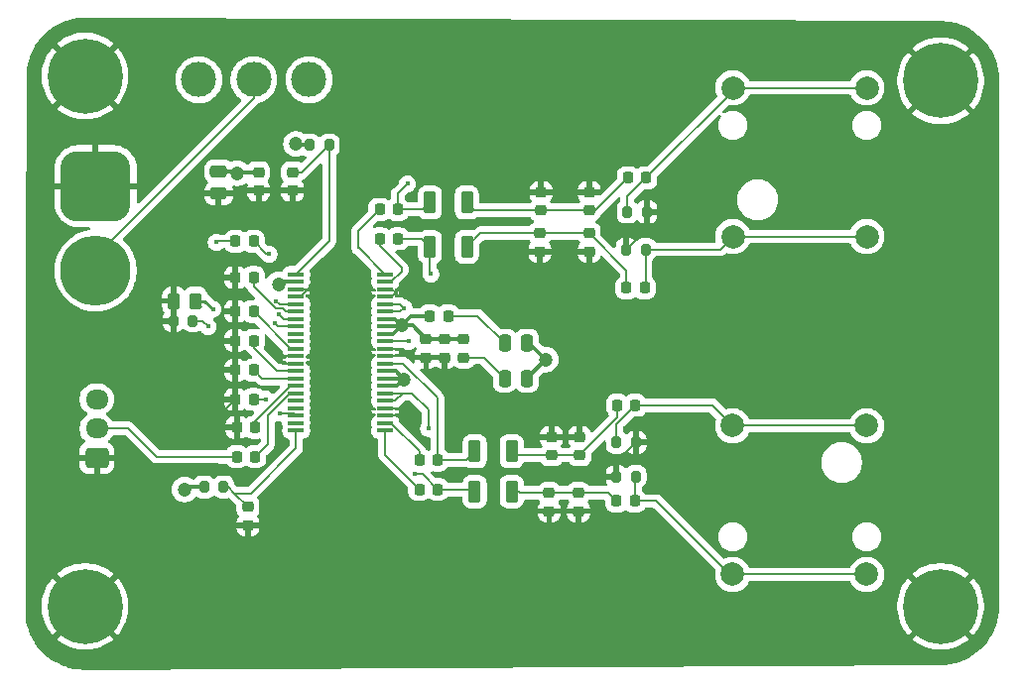
<source format=gbr>
%TF.GenerationSoftware,KiCad,Pcbnew,9.0.0*%
%TF.CreationDate,2025-03-24T08:49:24+01:00*%
%TF.ProjectId,Pcb_Ampli2,5063625f-416d-4706-9c69-322e6b696361,rev?*%
%TF.SameCoordinates,Original*%
%TF.FileFunction,Copper,L1,Top*%
%TF.FilePolarity,Positive*%
%FSLAX46Y46*%
G04 Gerber Fmt 4.6, Leading zero omitted, Abs format (unit mm)*
G04 Created by KiCad (PCBNEW 9.0.0) date 2025-03-24 08:49:24*
%MOMM*%
%LPD*%
G01*
G04 APERTURE LIST*
G04 Aperture macros list*
%AMRoundRect*
0 Rectangle with rounded corners*
0 $1 Rounding radius*
0 $2 $3 $4 $5 $6 $7 $8 $9 X,Y pos of 4 corners*
0 Add a 4 corners polygon primitive as box body*
4,1,4,$2,$3,$4,$5,$6,$7,$8,$9,$2,$3,0*
0 Add four circle primitives for the rounded corners*
1,1,$1+$1,$2,$3*
1,1,$1+$1,$4,$5*
1,1,$1+$1,$6,$7*
1,1,$1+$1,$8,$9*
0 Add four rect primitives between the rounded corners*
20,1,$1+$1,$2,$3,$4,$5,0*
20,1,$1+$1,$4,$5,$6,$7,0*
20,1,$1+$1,$6,$7,$8,$9,0*
20,1,$1+$1,$8,$9,$2,$3,0*%
G04 Aperture macros list end*
%TA.AperFunction,ComponentPad*%
%ADD10RoundRect,0.250000X0.725000X-0.600000X0.725000X0.600000X-0.725000X0.600000X-0.725000X-0.600000X0*%
%TD*%
%TA.AperFunction,ComponentPad*%
%ADD11O,1.950000X1.700000*%
%TD*%
%TA.AperFunction,SMDPad,CuDef*%
%ADD12RoundRect,0.250000X0.250000X0.475000X-0.250000X0.475000X-0.250000X-0.475000X0.250000X-0.475000X0*%
%TD*%
%TA.AperFunction,ComponentPad*%
%ADD13C,0.800000*%
%TD*%
%TA.AperFunction,ComponentPad*%
%ADD14C,6.400000*%
%TD*%
%TA.AperFunction,SMDPad,CuDef*%
%ADD15RoundRect,0.225000X-0.225000X-0.250000X0.225000X-0.250000X0.225000X0.250000X-0.225000X0.250000X0*%
%TD*%
%TA.AperFunction,SMDPad,CuDef*%
%ADD16RoundRect,0.200000X-0.200000X-0.275000X0.200000X-0.275000X0.200000X0.275000X-0.200000X0.275000X0*%
%TD*%
%TA.AperFunction,SMDPad,CuDef*%
%ADD17RoundRect,0.225000X0.250000X-0.225000X0.250000X0.225000X-0.250000X0.225000X-0.250000X-0.225000X0*%
%TD*%
%TA.AperFunction,SMDPad,CuDef*%
%ADD18RoundRect,0.250000X-0.262500X-0.450000X0.262500X-0.450000X0.262500X0.450000X-0.262500X0.450000X0*%
%TD*%
%TA.AperFunction,SMDPad,CuDef*%
%ADD19RoundRect,0.250000X-0.275000X-0.700000X0.275000X-0.700000X0.275000X0.700000X-0.275000X0.700000X0*%
%TD*%
%TA.AperFunction,SMDPad,CuDef*%
%ADD20RoundRect,0.225000X-0.250000X0.225000X-0.250000X-0.225000X0.250000X-0.225000X0.250000X0.225000X0*%
%TD*%
%TA.AperFunction,SMDPad,CuDef*%
%ADD21RoundRect,0.250000X-0.475000X0.250000X-0.475000X-0.250000X0.475000X-0.250000X0.475000X0.250000X0*%
%TD*%
%TA.AperFunction,SMDPad,CuDef*%
%ADD22RoundRect,0.225000X0.225000X0.250000X-0.225000X0.250000X-0.225000X-0.250000X0.225000X-0.250000X0*%
%TD*%
%TA.AperFunction,SMDPad,CuDef*%
%ADD23O,1.400000X0.399999*%
%TD*%
%TA.AperFunction,ComponentPad*%
%ADD24C,2.006600*%
%TD*%
%TA.AperFunction,ComponentPad*%
%ADD25RoundRect,1.500000X-1.500000X1.500000X-1.500000X-1.500000X1.500000X-1.500000X1.500000X1.500000X0*%
%TD*%
%TA.AperFunction,ComponentPad*%
%ADD26C,6.000000*%
%TD*%
%TA.AperFunction,ComponentPad*%
%ADD27C,3.000000*%
%TD*%
%TA.AperFunction,ViaPad*%
%ADD28C,0.450000*%
%TD*%
%TA.AperFunction,ViaPad*%
%ADD29C,1.200000*%
%TD*%
%TA.AperFunction,Conductor*%
%ADD30C,0.160000*%
%TD*%
%TA.AperFunction,Conductor*%
%ADD31C,0.300000*%
%TD*%
%TA.AperFunction,Conductor*%
%ADD32C,0.250000*%
%TD*%
G04 APERTURE END LIST*
D10*
%TO.P,J5,1,Pin_1*%
%TO.N,GND*%
X81500000Y-82300000D03*
D11*
%TO.P,J5,2,Pin_2*%
%TO.N,Net-(J5-Pin_2)*%
X81500000Y-79800000D03*
%TO.P,J5,3,Pin_3*%
%TO.N,Net-(J5-Pin_3)*%
X81500000Y-77300000D03*
%TD*%
D12*
%TO.P,C22,1*%
%TO.N,+24V*%
X118200000Y-75510000D03*
%TO.P,C22,2*%
%TO.N,Net-(C18-Pad1)*%
X116300000Y-75510000D03*
%TD*%
D13*
%TO.P,H4,1,1*%
%TO.N,GND*%
X151100000Y-95000000D03*
X151802944Y-93302944D03*
X151802944Y-96697056D03*
X153500000Y-92600000D03*
D14*
X153500000Y-95000000D03*
D13*
X153500000Y-97400000D03*
X155197056Y-93302944D03*
X155197056Y-96697056D03*
X155900000Y-95000000D03*
%TD*%
D15*
%TO.P,C33,1*%
%TO.N,Net-(C29-Pad1)*%
X125900000Y-77820000D03*
%TO.P,C33,2*%
%TO.N,Net-(C33-Pad2)*%
X127450000Y-77820000D03*
%TD*%
D13*
%TO.P,H1,1,1*%
%TO.N,GND*%
X78100000Y-49700000D03*
X78802944Y-48002944D03*
X78802944Y-51397056D03*
X80500000Y-47300000D03*
D14*
X80500000Y-49700000D03*
D13*
X80500000Y-52100000D03*
X82197056Y-48002944D03*
X82197056Y-51397056D03*
X82900000Y-49700000D03*
%TD*%
%TO.P,H2,1,1*%
%TO.N,GND*%
X151100000Y-50100000D03*
X151802944Y-48402944D03*
X151802944Y-51797056D03*
X153500000Y-47700000D03*
D14*
X153500000Y-50100000D03*
D13*
X153500000Y-52500000D03*
X155197056Y-48402944D03*
X155197056Y-51797056D03*
X155900000Y-50100000D03*
%TD*%
D16*
%TO.P,R6,1*%
%TO.N,Net-(C27-Pad2)*%
X126775000Y-61300000D03*
%TO.P,R6,2*%
%TO.N,GND*%
X128425000Y-61300000D03*
%TD*%
D17*
%TO.P,C29,1*%
%TO.N,Net-(C29-Pad1)*%
X120300000Y-82075000D03*
%TO.P,C29,2*%
%TO.N,GND*%
X120300000Y-80525000D03*
%TD*%
D18*
%TO.P,R7,1*%
%TO.N,GND*%
X88087500Y-68900000D03*
%TO.P,R7,2*%
%TO.N,Net-(TPA1-7_OC_ADJ)*%
X89912500Y-68900000D03*
%TD*%
D15*
%TO.P,C6,1*%
%TO.N,GND*%
X93325000Y-69790000D03*
%TO.P,C6,2*%
%TO.N,Net-(TPA1-11_DVDD)*%
X94875000Y-69790000D03*
%TD*%
D19*
%TO.P,L4,1*%
%TO.N,Net-(TPA1-27_OUT_D)*%
X113750000Y-85200000D03*
%TO.P,L4,2*%
%TO.N,Net-(C30-Pad2)*%
X116900000Y-85200000D03*
%TD*%
D17*
%TO.P,C32,1*%
%TO.N,GND*%
X122600000Y-86850000D03*
%TO.P,C32,2*%
%TO.N,Net-(C30-Pad2)*%
X122600000Y-85300000D03*
%TD*%
D20*
%TO.P,C17,1*%
%TO.N,+24V*%
X109600000Y-72175000D03*
%TO.P,C17,2*%
%TO.N,GND*%
X109600000Y-73725000D03*
%TD*%
D13*
%TO.P,H3,1,1*%
%TO.N,GND*%
X78100000Y-95000000D03*
X78802944Y-93302944D03*
X78802944Y-96697056D03*
X80500000Y-92600000D03*
D14*
X80500000Y-95000000D03*
D13*
X80500000Y-97400000D03*
X82197056Y-93302944D03*
X82197056Y-96697056D03*
X82900000Y-95000000D03*
%TD*%
D21*
%TO.P,C5,1*%
%TO.N,+24V*%
X91900000Y-57850000D03*
%TO.P,C5,2*%
%TO.N,GND*%
X91900000Y-59750000D03*
%TD*%
D12*
%TO.P,C21,1*%
%TO.N,+24V*%
X118200000Y-72500000D03*
%TO.P,C21,2*%
%TO.N,Net-(C15-Pad2)*%
X116300000Y-72500000D03*
%TD*%
D17*
%TO.P,C18,1*%
%TO.N,Net-(C18-Pad1)*%
X112800000Y-73725000D03*
%TO.P,C18,2*%
%TO.N,+24V*%
X112800000Y-72175000D03*
%TD*%
D22*
%TO.P,C28,1*%
%TO.N,Net-(C28-Pad1)*%
X128250000Y-67780000D03*
%TO.P,C28,2*%
%TO.N,Net-(C24-Pad2)*%
X126700000Y-67780000D03*
%TD*%
D16*
%TO.P,R9,1*%
%TO.N,Net-(C33-Pad2)*%
X125850000Y-80990000D03*
%TO.P,R9,2*%
%TO.N,GND*%
X127500000Y-80990000D03*
%TD*%
D15*
%TO.P,C14,1*%
%TO.N,Net-(TPA1-43_BST_B)*%
X105625000Y-63600000D03*
%TO.P,C14,2*%
%TO.N,Net-(TPA1-35_OUT_B)*%
X107175000Y-63600000D03*
%TD*%
D16*
%TO.P,R5,1*%
%TO.N,GND*%
X126675000Y-64500000D03*
%TO.P,R5,2*%
%TO.N,Net-(C28-Pad1)*%
X128325000Y-64500000D03*
%TD*%
%TO.P,R1,1*%
%TO.N,+24V*%
X99675000Y-55600000D03*
%TO.P,R1,2*%
%TO.N,Net-(TPA1-1_GVDD_AB)*%
X101325000Y-55600000D03*
%TD*%
%TO.P,R10,1*%
%TO.N,GND*%
X125850000Y-83900000D03*
%TO.P,R10,2*%
%TO.N,Net-(C34-Pad1)*%
X127500000Y-83900000D03*
%TD*%
D17*
%TO.P,C23,1*%
%TO.N,Net-(C23-Pad1)*%
X119400000Y-61175000D03*
%TO.P,C23,2*%
%TO.N,GND*%
X119400000Y-59625000D03*
%TD*%
D22*
%TO.P,C34,1*%
%TO.N,Net-(C34-Pad1)*%
X127400000Y-86000000D03*
%TO.P,C34,2*%
%TO.N,Net-(C30-Pad2)*%
X125850000Y-86000000D03*
%TD*%
D17*
%TO.P,C31,1*%
%TO.N,Net-(C29-Pad1)*%
X122700000Y-82075000D03*
%TO.P,C31,2*%
%TO.N,GND*%
X122700000Y-80525000D03*
%TD*%
%TO.P,C24,1*%
%TO.N,GND*%
X119300000Y-64675000D03*
%TO.P,C24,2*%
%TO.N,Net-(C24-Pad2)*%
X119300000Y-63125000D03*
%TD*%
D15*
%TO.P,C3,1*%
%TO.N,Net-(J5-Pin_3)*%
X93325000Y-63810000D03*
%TO.P,C3,2*%
%TO.N,Net-(TPA1-5_Input_A)*%
X94875000Y-63810000D03*
%TD*%
%TO.P,C4,1*%
%TO.N,GND*%
X93325000Y-66910000D03*
%TO.P,C4,2*%
%TO.N,Net-(TPA1-6_Input_B)*%
X94875000Y-66910000D03*
%TD*%
D19*
%TO.P,L1,1*%
%TO.N,Net-(TPA1-39_OUT_A)*%
X109925000Y-60500000D03*
%TO.P,L1,2*%
%TO.N,Net-(C23-Pad1)*%
X113075000Y-60500000D03*
%TD*%
D23*
%TO.P,TPA1,1_GVDD_AB*%
%TO.N,Net-(TPA1-1_GVDD_AB)*%
X98500000Y-66632500D03*
%TO.P,TPA1,2_VDD*%
%TO.N,+24V*%
X98500000Y-67267500D03*
%TO.P,TPA1,3_M1*%
%TO.N,GND*%
X98500000Y-67902500D03*
%TO.P,TPA1,4_M2*%
X98500000Y-68537500D03*
%TO.P,TPA1,5_Input_A*%
%TO.N,Net-(TPA1-5_Input_A)*%
X98500000Y-69172500D03*
%TO.P,TPA1,6_Input_B*%
%TO.N,Net-(TPA1-6_Input_B)*%
X98500000Y-69807500D03*
%TO.P,TPA1,7_OC_ADJ*%
%TO.N,Net-(TPA1-7_OC_ADJ)*%
X98500000Y-70442500D03*
%TO.P,TPA1,8_FREQ_ADJ*%
%TO.N,Net-(TPA1-8_FREQ_ADJ)*%
X98500000Y-71077500D03*
%TO.P,TPA1,9_OSC_IOM*%
%TO.N,N/C*%
X98500000Y-71712500D03*
%TO.P,TPA1,10_OSC_IOP*%
X98500000Y-72347500D03*
%TO.P,TPA1,11_DVDD*%
%TO.N,Net-(TPA1-11_DVDD)*%
X98500000Y-72982500D03*
%TO.P,TPA1,12_GND*%
%TO.N,GND*%
X98500000Y-73617500D03*
%TO.P,TPA1,13_GND*%
X98500000Y-74252500D03*
%TO.P,TPA1,14_AVDD*%
%TO.N,Net-(TPA1-14_AVDD)*%
X98500000Y-74887500D03*
%TO.P,TPA1,15_C_START*%
%TO.N,Net-(TPA1-15_C_START)*%
X98500000Y-75522500D03*
%TO.P,TPA1,16_INPUT_C*%
%TO.N,Net-(TPA1-16_INPUT_C)*%
X98500000Y-76157500D03*
%TO.P,TPA1,17_INPUT_D*%
%TO.N,Net-(TPA1-17_INPUT_D)*%
X98500000Y-76792500D03*
%TO.P,TPA1,18_/RESET*%
%TO.N,N/C*%
X98500000Y-77427500D03*
%TO.P,TPA1,19_/FAULT*%
X98500000Y-78062500D03*
%TO.P,TPA1,20_VBG*%
%TO.N,Net-(TPA1-20_VBG)*%
X98500000Y-78697500D03*
%TO.P,TPA1,21_/CLIP_OTW*%
%TO.N,N/C*%
X98500000Y-79332500D03*
%TO.P,TPA1,22_GVDD_CD*%
%TO.N,Net-(TPA1-22_GVDD_CD)*%
X98500000Y-79967500D03*
%TO.P,TPA1,23_BST_D*%
%TO.N,Net-(TPA1-23_BST_D)*%
X106100000Y-79967500D03*
%TO.P,TPA1,24_BST_C*%
%TO.N,Net-(TPA1-24_BST_C)*%
X106100000Y-79332500D03*
%TO.P,TPA1,25_GND*%
%TO.N,GND*%
X106100000Y-78697500D03*
%TO.P,TPA1,26_GND*%
X106100000Y-78062500D03*
%TO.P,TPA1,27_OUT_D*%
%TO.N,Net-(TPA1-27_OUT_D)*%
X106100000Y-77427500D03*
%TO.P,TPA1,28_OUT_D*%
X106100000Y-76792500D03*
%TO.P,TPA1,29_PVDD_CD*%
%TO.N,+24V*%
X106100000Y-76157500D03*
%TO.P,TPA1,30_PVDD_CD*%
X106100000Y-75522500D03*
%TO.P,TPA1,31_PVDD_CD*%
X106100000Y-74887500D03*
%TO.P,TPA1,32_OUT_C*%
%TO.N,Net-(TPA1-32_OUT_C)*%
X106100000Y-74252500D03*
%TO.P,TPA1,33_GND*%
%TO.N,GND*%
X106100000Y-73617500D03*
%TO.P,TPA1,34_GND*%
X106100000Y-72982500D03*
%TO.P,TPA1,35_OUT_B*%
%TO.N,Net-(TPA1-35_OUT_B)*%
X106100000Y-72347500D03*
%TO.P,TPA1,36_PVDD_AB*%
%TO.N,+24V*%
X106100000Y-71712500D03*
%TO.P,TPA1,37_PVDD_AB*%
X106100000Y-71077500D03*
%TO.P,TPA1,38_PVDD_AB*%
X106100000Y-70442500D03*
%TO.P,TPA1,39_OUT_A*%
%TO.N,Net-(TPA1-39_OUT_A)*%
X106100000Y-69807500D03*
%TO.P,TPA1,40_OUT_A*%
X106100000Y-69172500D03*
%TO.P,TPA1,41_GND*%
%TO.N,GND*%
X106100000Y-68537500D03*
%TO.P,TPA1,42_GND*%
X106100000Y-67902500D03*
%TO.P,TPA1,43_BST_B*%
%TO.N,Net-(TPA1-43_BST_B)*%
X106100000Y-67267500D03*
%TO.P,TPA1,44_BST_A*%
%TO.N,Net-(TPA1-44_BST_A)*%
X106100000Y-66632500D03*
%TD*%
D15*
%TO.P,C13,1*%
%TO.N,Net-(TPA1-44_BST_A)*%
X105625000Y-61090000D03*
%TO.P,C13,2*%
%TO.N,Net-(TPA1-39_OUT_A)*%
X107175000Y-61090000D03*
%TD*%
%TO.P,C15,1*%
%TO.N,+24V*%
X109925000Y-70190000D03*
%TO.P,C15,2*%
%TO.N,Net-(C15-Pad2)*%
X111475000Y-70190000D03*
%TD*%
%TO.P,C7,1*%
%TO.N,GND*%
X93325000Y-72300000D03*
%TO.P,C7,2*%
%TO.N,Net-(TPA1-14_AVDD)*%
X94875000Y-72300000D03*
%TD*%
D16*
%TO.P,R2,1*%
%TO.N,+24V*%
X90675000Y-84800000D03*
%TO.P,R2,2*%
%TO.N,Net-(TPA1-22_GVDD_CD)*%
X92325000Y-84800000D03*
%TD*%
D20*
%TO.P,C1,1*%
%TO.N,+24V*%
X95300000Y-57925000D03*
%TO.P,C1,2*%
%TO.N,GND*%
X95300000Y-59475000D03*
%TD*%
D15*
%TO.P,C20,1*%
%TO.N,Net-(TPA1-23_BST_D)*%
X109025000Y-85000000D03*
%TO.P,C20,2*%
%TO.N,Net-(TPA1-27_OUT_D)*%
X110575000Y-85000000D03*
%TD*%
D24*
%TO.P,J2,S*%
%TO.N,Net-(C27-Pad2)*%
X135770000Y-50700000D03*
%TO.P,J2,SN*%
X147200000Y-50700000D03*
%TO.P,J2,T*%
%TO.N,Net-(C28-Pad1)*%
X135770000Y-63400000D03*
%TO.P,J2,TN*%
X147200000Y-63400000D03*
%TD*%
D15*
%TO.P,C9,1*%
%TO.N,GND*%
X93325000Y-77320000D03*
%TO.P,C9,2*%
%TO.N,Net-(TPA1-20_VBG)*%
X94875000Y-77320000D03*
%TD*%
D17*
%TO.P,C25,1*%
%TO.N,Net-(C23-Pad1)*%
X123525000Y-61150000D03*
%TO.P,C25,2*%
%TO.N,GND*%
X123525000Y-59600000D03*
%TD*%
D25*
%TO.P,J1,1,Pin_1*%
%TO.N,GND*%
X81400000Y-59100000D03*
D26*
%TO.P,J1,2,Pin_2*%
%TO.N,Net-(J1-Pin_2)*%
X81400000Y-66300000D03*
%TD*%
D15*
%TO.P,C19,1*%
%TO.N,Net-(TPA1-24_BST_C)*%
X109025000Y-82490000D03*
%TO.P,C19,2*%
%TO.N,Net-(TPA1-32_OUT_C)*%
X110575000Y-82490000D03*
%TD*%
D19*
%TO.P,L2,1*%
%TO.N,Net-(TPA1-35_OUT_B)*%
X109925000Y-64300000D03*
%TO.P,L2,2*%
%TO.N,Net-(C24-Pad2)*%
X113075000Y-64300000D03*
%TD*%
D24*
%TO.P,J3,S*%
%TO.N,Net-(C34-Pad1)*%
X147181600Y-92258896D03*
%TO.P,J3,SN*%
X135751600Y-92258896D03*
%TO.P,J3,T*%
%TO.N,Net-(C33-Pad2)*%
X147181600Y-79558896D03*
%TO.P,J3,TN*%
X135751600Y-79558896D03*
%TD*%
D15*
%TO.P,C8,1*%
%TO.N,GND*%
X93325000Y-74810000D03*
%TO.P,C8,2*%
%TO.N,Net-(TPA1-15_C_START)*%
X94875000Y-74810000D03*
%TD*%
%TO.P,C27,1*%
%TO.N,Net-(C23-Pad1)*%
X126825000Y-58380000D03*
%TO.P,C27,2*%
%TO.N,Net-(C27-Pad2)*%
X128375000Y-58380000D03*
%TD*%
D20*
%TO.P,C2,1*%
%TO.N,Net-(TPA1-1_GVDD_AB)*%
X98200000Y-57925000D03*
%TO.P,C2,2*%
%TO.N,GND*%
X98200000Y-59475000D03*
%TD*%
D27*
%TO.P,SW1,1,A*%
%TO.N,+24V*%
X99600000Y-50000000D03*
%TO.P,SW1,2,B*%
%TO.N,Net-(J1-Pin_2)*%
X94900000Y-50000000D03*
%TO.P,SW1,3,C*%
%TO.N,unconnected-(SW1-C-Pad3)*%
X90200000Y-50000000D03*
%TD*%
D17*
%TO.P,C26,1*%
%TO.N,GND*%
X123525000Y-64675000D03*
%TO.P,C26,2*%
%TO.N,Net-(C24-Pad2)*%
X123525000Y-63125000D03*
%TD*%
D15*
%TO.P,C10,1*%
%TO.N,GND*%
X93450000Y-79700000D03*
%TO.P,C10,2*%
%TO.N,Net-(TPA1-16_INPUT_C)*%
X95000000Y-79700000D03*
%TD*%
D16*
%TO.P,R8,1*%
%TO.N,GND*%
X88050000Y-70600000D03*
%TO.P,R8,2*%
%TO.N,Net-(TPA1-8_FREQ_ADJ)*%
X89700000Y-70600000D03*
%TD*%
D17*
%TO.P,C30,1*%
%TO.N,GND*%
X120100000Y-86850000D03*
%TO.P,C30,2*%
%TO.N,Net-(C30-Pad2)*%
X120100000Y-85300000D03*
%TD*%
D15*
%TO.P,C11,1*%
%TO.N,Net-(J5-Pin_2)*%
X93450000Y-82210000D03*
%TO.P,C11,2*%
%TO.N,Net-(TPA1-17_INPUT_D)*%
X95000000Y-82210000D03*
%TD*%
D17*
%TO.P,C16,1*%
%TO.N,GND*%
X111200000Y-73725000D03*
%TO.P,C16,2*%
%TO.N,+24V*%
X111200000Y-72175000D03*
%TD*%
D19*
%TO.P,L3,1*%
%TO.N,Net-(TPA1-32_OUT_C)*%
X113750000Y-81750000D03*
%TO.P,L3,2*%
%TO.N,Net-(C29-Pad1)*%
X116900000Y-81750000D03*
%TD*%
D17*
%TO.P,C12,1*%
%TO.N,GND*%
X94400000Y-88050000D03*
%TO.P,C12,2*%
%TO.N,Net-(TPA1-22_GVDD_CD)*%
X94400000Y-86500000D03*
%TD*%
D28*
%TO.N,GND*%
X91200000Y-66800000D03*
X91000000Y-79600000D03*
X107000000Y-68200000D03*
X121400000Y-59600000D03*
X93325000Y-73475000D03*
X107900000Y-78400000D03*
X94400000Y-89400000D03*
X121500000Y-80500000D03*
X121500000Y-64700000D03*
X128450000Y-62850000D03*
X107650000Y-73350000D03*
X121300000Y-86900000D03*
X110400000Y-73750000D03*
X96800000Y-73250000D03*
X88100000Y-69800000D03*
X99700000Y-67700000D03*
X93300000Y-70800000D03*
D29*
%TO.N,+24V*%
X119800000Y-73900000D03*
X93500000Y-58000000D03*
X89000000Y-85000000D03*
X97000000Y-67500000D03*
X107500000Y-71000000D03*
X107700000Y-75600000D03*
X98500000Y-55500000D03*
D28*
%TO.N,Net-(J5-Pin_3)*%
X91700000Y-63900000D03*
%TO.N,Net-(TPA1-5_Input_A)*%
X96200000Y-64900000D03*
X96800000Y-68900000D03*
%TO.N,Net-(TPA1-20_VBG)*%
X95900000Y-77300000D03*
X97100000Y-78500000D03*
%TO.N,Net-(TPA1-39_OUT_A)*%
X107700000Y-69500000D03*
X108000000Y-58900000D03*
%TO.N,Net-(TPA1-35_OUT_B)*%
X110000000Y-66600000D03*
X108100000Y-72350000D03*
%TO.N,Net-(TPA1-27_OUT_D)*%
X109800000Y-79800000D03*
X108600000Y-83700000D03*
%TO.N,Net-(TPA1-7_OC_ADJ)*%
X97000000Y-70000000D03*
X91400000Y-69600000D03*
%TO.N,Net-(TPA1-8_FREQ_ADJ)*%
X96700000Y-70800000D03*
X91000000Y-71100000D03*
%TD*%
D30*
%TO.N,Net-(C18-Pad1)*%
X112800000Y-73725000D02*
X114515000Y-73725000D01*
X114515000Y-73725000D02*
X116300000Y-75510000D01*
%TO.N,GND*%
X91310000Y-66910000D02*
X91200000Y-66800000D01*
X93325000Y-66910000D02*
X91310000Y-66910000D01*
%TO.N,Net-(J5-Pin_2)*%
X84200000Y-79800000D02*
X81500000Y-79800000D01*
X93450000Y-82210000D02*
X92010000Y-82210000D01*
X92010000Y-82210000D02*
X92000000Y-82200000D01*
X92000000Y-82200000D02*
X86600000Y-82200000D01*
X86600000Y-82200000D02*
X84200000Y-79800000D01*
%TO.N,GND*%
X93280000Y-77320000D02*
X91000000Y-79600000D01*
X93325000Y-77320000D02*
X93280000Y-77320000D01*
X91100000Y-79700000D02*
X91000000Y-79600000D01*
X93450000Y-79700000D02*
X91100000Y-79700000D01*
X109600000Y-73725000D02*
X110375000Y-73725000D01*
X98862500Y-68537500D02*
X99700000Y-67700000D01*
X98500000Y-74252500D02*
X97352500Y-74252500D01*
X110375000Y-73725000D02*
X110400000Y-73750000D01*
X119300000Y-64675000D02*
X121475000Y-64675000D01*
X94400000Y-88050000D02*
X94400000Y-89400000D01*
X88050000Y-68937500D02*
X88087500Y-68900000D01*
X121375000Y-59625000D02*
X121400000Y-59600000D01*
X106702500Y-67902500D02*
X107000000Y-68200000D01*
X106100000Y-67902500D02*
X106702500Y-67902500D01*
X111200000Y-73725000D02*
X110425000Y-73725000D01*
X93300000Y-69800000D02*
X93300000Y-70800000D01*
X93310000Y-69790000D02*
X93300000Y-69800000D01*
X106662500Y-68537500D02*
X107000000Y-68200000D01*
X128425000Y-61300000D02*
X128425000Y-62825000D01*
X128325000Y-62850000D02*
X128450000Y-62850000D01*
X121250000Y-86850000D02*
X121300000Y-86900000D01*
X121475000Y-64675000D02*
X121500000Y-64700000D01*
X107562500Y-78062500D02*
X107900000Y-78400000D01*
X93300000Y-70800000D02*
X93300000Y-72275000D01*
X93325000Y-73475000D02*
X93325000Y-74810000D01*
X110425000Y-73725000D02*
X110400000Y-73750000D01*
X96800000Y-73700000D02*
X96800000Y-73250000D01*
X126675000Y-64500000D02*
X128325000Y-62850000D01*
X99497500Y-67902500D02*
X99700000Y-67700000D01*
X97167500Y-73617500D02*
X96800000Y-73250000D01*
X98500000Y-68537500D02*
X98862500Y-68537500D01*
X88087500Y-69787500D02*
X88100000Y-69800000D01*
X108025000Y-73725000D02*
X109600000Y-73725000D01*
X123525000Y-59600000D02*
X121400000Y-59600000D01*
X106100000Y-73617500D02*
X107382500Y-73617500D01*
X122600000Y-86850000D02*
X121350000Y-86850000D01*
X121475000Y-80525000D02*
X121500000Y-80500000D01*
X128425000Y-62825000D02*
X128450000Y-62850000D01*
X93300000Y-72275000D02*
X93325000Y-72300000D01*
X106100000Y-78062500D02*
X107562500Y-78062500D01*
X93325000Y-69790000D02*
X93310000Y-69790000D01*
X88050000Y-69850000D02*
X88100000Y-69800000D01*
X106100000Y-78697500D02*
X107602500Y-78697500D01*
X120300000Y-80525000D02*
X121475000Y-80525000D01*
X93325000Y-72300000D02*
X93325000Y-73475000D01*
X106100000Y-72982500D02*
X107282500Y-72982500D01*
X119400000Y-59625000D02*
X121375000Y-59625000D01*
X123525000Y-64675000D02*
X121525000Y-64675000D01*
X121525000Y-64675000D02*
X121500000Y-64700000D01*
X107602500Y-78697500D02*
X107900000Y-78400000D01*
X98500000Y-67902500D02*
X99497500Y-67902500D01*
X107282500Y-72982500D02*
X107650000Y-73350000D01*
X121350000Y-86850000D02*
X121300000Y-86900000D01*
X122700000Y-80525000D02*
X121525000Y-80525000D01*
X107382500Y-73617500D02*
X107650000Y-73350000D01*
X97352500Y-74252500D02*
X96800000Y-73700000D01*
X88050000Y-70600000D02*
X88050000Y-69850000D01*
X93300000Y-73500000D02*
X93325000Y-73475000D01*
X88087500Y-68900000D02*
X88087500Y-69787500D01*
X98500000Y-73617500D02*
X97167500Y-73617500D01*
X120100000Y-86850000D02*
X121250000Y-86850000D01*
X106100000Y-68537500D02*
X106662500Y-68537500D01*
X107650000Y-73350000D02*
X108025000Y-73725000D01*
X121525000Y-80525000D02*
X121500000Y-80500000D01*
D31*
%TO.N,+24V*%
X91900000Y-57850000D02*
X93350000Y-57850000D01*
X106100000Y-71712500D02*
X106787500Y-71712500D01*
X95300000Y-57925000D02*
X93575000Y-57925000D01*
X106100000Y-74887500D02*
X106987500Y-74887500D01*
X93575000Y-57925000D02*
X93500000Y-58000000D01*
X98600000Y-55600000D02*
X98500000Y-55500000D01*
X107622500Y-75522500D02*
X107700000Y-75600000D01*
X89200000Y-84800000D02*
X89000000Y-85000000D01*
X109925000Y-70190000D02*
X108310000Y-70190000D01*
X106100000Y-76157500D02*
X107142500Y-76157500D01*
X106100000Y-75522500D02*
X107622500Y-75522500D01*
X118400000Y-72500000D02*
X119800000Y-73900000D01*
X118200000Y-72500000D02*
X118400000Y-72500000D01*
X108310000Y-70190000D02*
X107500000Y-71000000D01*
X97232500Y-67267500D02*
X97000000Y-67500000D01*
X111100000Y-72175000D02*
X109600000Y-72175000D01*
X107142500Y-76157500D02*
X107700000Y-75600000D01*
X106987500Y-74887500D02*
X107700000Y-75600000D01*
X118200000Y-75500000D02*
X119800000Y-73900000D01*
X106942500Y-70442500D02*
X107500000Y-71000000D01*
X93350000Y-57850000D02*
X93500000Y-58000000D01*
X99675000Y-55600000D02*
X98600000Y-55600000D01*
X118200000Y-75510000D02*
X118200000Y-75500000D01*
X106787500Y-71712500D02*
X107500000Y-71000000D01*
X109600000Y-72175000D02*
X109600000Y-71950000D01*
X108425000Y-71000000D02*
X109600000Y-72175000D01*
X106100000Y-71077500D02*
X107422500Y-71077500D01*
X90675000Y-84800000D02*
X89200000Y-84800000D01*
X98500000Y-67267500D02*
X97232500Y-67267500D01*
X107500000Y-71000000D02*
X108425000Y-71000000D01*
X107422500Y-71077500D02*
X107500000Y-71000000D01*
X112800000Y-72175000D02*
X111200000Y-72175000D01*
X106100000Y-70442500D02*
X106942500Y-70442500D01*
D30*
%TO.N,Net-(TPA1-1_GVDD_AB)*%
X101325000Y-63807500D02*
X101325000Y-55600000D01*
X99000000Y-57925000D02*
X98200000Y-57925000D01*
X98500000Y-66632500D02*
X101325000Y-63807500D01*
X101325000Y-55600000D02*
X99000000Y-57925000D01*
%TO.N,Net-(J5-Pin_3)*%
X91790000Y-63810000D02*
X91700000Y-63900000D01*
X93325000Y-63810000D02*
X91790000Y-63810000D01*
%TO.N,Net-(TPA1-5_Input_A)*%
X97072500Y-69172500D02*
X96800000Y-68900000D01*
X98500000Y-69172500D02*
X97072500Y-69172500D01*
X95965000Y-64900000D02*
X94875000Y-63810000D01*
X96200000Y-64900000D02*
X95965000Y-64900000D01*
%TO.N,Net-(TPA1-6_Input_B)*%
X97640000Y-69807500D02*
X98500000Y-69807500D01*
X94875000Y-67655237D02*
X96738763Y-69519000D01*
X97351500Y-69519000D02*
X97640000Y-69807500D01*
X94875000Y-66910000D02*
X94875000Y-67655237D01*
X96738763Y-69519000D02*
X97351500Y-69519000D01*
%TO.N,Net-(TPA1-11_DVDD)*%
X98500000Y-72982500D02*
X98032500Y-72982500D01*
X94875000Y-69825000D02*
X94875000Y-69790000D01*
X98032500Y-72982500D02*
X94875000Y-69825000D01*
%TO.N,Net-(TPA1-14_AVDD)*%
X94875000Y-72925000D02*
X96837500Y-74887500D01*
X96837500Y-74887500D02*
X98500000Y-74887500D01*
X94875000Y-72300000D02*
X94875000Y-72925000D01*
%TO.N,Net-(TPA1-15_C_START)*%
X94875000Y-74810000D02*
X95587500Y-75522500D01*
X95587500Y-75522500D02*
X98500000Y-75522500D01*
%TO.N,Net-(TPA1-20_VBG)*%
X97100000Y-78500000D02*
X98302500Y-78500000D01*
X95880000Y-77320000D02*
X95900000Y-77300000D01*
X98302500Y-78500000D02*
X98500000Y-78697500D01*
X94875000Y-77320000D02*
X95880000Y-77320000D01*
%TO.N,Net-(TPA1-16_INPUT_C)*%
X95000000Y-79225000D02*
X98067500Y-76157500D01*
X98067500Y-76157500D02*
X98500000Y-76157500D01*
X95000000Y-79700000D02*
X95000000Y-79225000D01*
%TO.N,Net-(TPA1-17_INPUT_D)*%
X96100000Y-81110000D02*
X96100000Y-78692500D01*
X96100000Y-78692500D02*
X98000000Y-76792500D01*
X98000000Y-76792500D02*
X98500000Y-76792500D01*
X95000000Y-82210000D02*
X96100000Y-81110000D01*
%TO.N,Net-(TPA1-22_GVDD_CD)*%
X92325000Y-84800000D02*
X92700000Y-84800000D01*
X98500000Y-79967500D02*
X98500000Y-81500000D01*
X94650000Y-85350000D02*
X93250000Y-85350000D01*
X98500000Y-81500000D02*
X94650000Y-85350000D01*
X93250000Y-85350000D02*
X94400000Y-86500000D01*
X92700000Y-84800000D02*
X93250000Y-85350000D01*
%TO.N,Net-(TPA1-39_OUT_A)*%
X107175000Y-61090000D02*
X109335000Y-61090000D01*
X106100000Y-69807500D02*
X107392500Y-69807500D01*
X109335000Y-61090000D02*
X109925000Y-60500000D01*
X106100000Y-69172500D02*
X107372500Y-69172500D01*
X107372500Y-69172500D02*
X107700000Y-69500000D01*
X107392500Y-69807500D02*
X107700000Y-69500000D01*
X108000000Y-58900000D02*
X107175000Y-59725000D01*
X107175000Y-59725000D02*
X107175000Y-61090000D01*
%TO.N,Net-(TPA1-44_BST_A)*%
X103867500Y-64400000D02*
X103800000Y-64400000D01*
X103800000Y-62915000D02*
X105625000Y-61090000D01*
X106100000Y-66632500D02*
X103867500Y-64400000D01*
X103800000Y-64400000D02*
X103800000Y-62915000D01*
%TO.N,Net-(TPA1-35_OUT_B)*%
X109225000Y-63600000D02*
X109925000Y-64300000D01*
X107175000Y-63600000D02*
X109225000Y-63600000D01*
X109925000Y-66525000D02*
X109925000Y-64300000D01*
X106100000Y-72347500D02*
X108097500Y-72347500D01*
X110000000Y-66600000D02*
X109925000Y-66525000D01*
X108097500Y-72347500D02*
X108100000Y-72350000D01*
%TO.N,Net-(TPA1-43_BST_B)*%
X107500000Y-66367500D02*
X107500000Y-66100000D01*
X106600000Y-67267500D02*
X107500000Y-66367500D01*
X107500000Y-66100000D02*
X105625000Y-64225000D01*
X105625000Y-64225000D02*
X105625000Y-63600000D01*
X106100000Y-67267500D02*
X106600000Y-67267500D01*
%TO.N,Net-(C15-Pad2)*%
X116300000Y-72500000D02*
X113990000Y-70190000D01*
X113990000Y-70190000D02*
X111475000Y-70190000D01*
%TO.N,Net-(TPA1-24_BST_C)*%
X109025000Y-81757500D02*
X109025000Y-82490000D01*
X106100000Y-79332500D02*
X106600000Y-79332500D01*
X106600000Y-79332500D02*
X109025000Y-81757500D01*
%TO.N,Net-(TPA1-32_OUT_C)*%
X113010000Y-82490000D02*
X110575000Y-82490000D01*
X110575000Y-77175000D02*
X110575000Y-82490000D01*
X107652500Y-74252500D02*
X110575000Y-77175000D01*
X113750000Y-81750000D02*
X113010000Y-82490000D01*
X106100000Y-74252500D02*
X107652500Y-74252500D01*
%TO.N,Net-(TPA1-23_BST_D)*%
X106100000Y-82075000D02*
X109025000Y-85000000D01*
X106100000Y-79967500D02*
X106100000Y-82075000D01*
%TO.N,Net-(TPA1-27_OUT_D)*%
X109800000Y-78200000D02*
X108392500Y-76792500D01*
X110575000Y-85000000D02*
X113550000Y-85000000D01*
X107600000Y-76792500D02*
X106100000Y-76792500D01*
X109275000Y-83700000D02*
X108600000Y-83700000D01*
X110575000Y-85000000D02*
X109275000Y-83700000D01*
X109800000Y-79800000D02*
X109800000Y-78200000D01*
X106100000Y-77427500D02*
X106965000Y-77427500D01*
X113550000Y-85000000D02*
X113750000Y-85200000D01*
X108392500Y-76792500D02*
X107600000Y-76792500D01*
X106965000Y-77427500D02*
X107600000Y-76792500D01*
%TO.N,Net-(C23-Pad1)*%
X113075000Y-60500000D02*
X113750000Y-61175000D01*
X123525000Y-61150000D02*
X124055000Y-61150000D01*
X119400000Y-61175000D02*
X123500000Y-61175000D01*
X123500000Y-61175000D02*
X123525000Y-61150000D01*
X124055000Y-61150000D02*
X126825000Y-58380000D01*
X113750000Y-61175000D02*
X119400000Y-61175000D01*
%TO.N,Net-(C24-Pad2)*%
X126700000Y-66300000D02*
X126700000Y-67780000D01*
X113075000Y-64300000D02*
X114250000Y-63125000D01*
X123525000Y-63125000D02*
X126700000Y-66300000D01*
X119300000Y-63125000D02*
X123525000Y-63125000D01*
X114250000Y-63125000D02*
X119300000Y-63125000D01*
%TO.N,Net-(C27-Pad2)*%
X135770000Y-50985000D02*
X135770000Y-50961000D01*
X135770000Y-50700000D02*
X147200000Y-50700000D01*
X128375000Y-58380000D02*
X135770000Y-50985000D01*
X126775000Y-61300000D02*
X126775000Y-59980000D01*
X126775000Y-59980000D02*
X128375000Y-58380000D01*
%TO.N,Net-(C28-Pad1)*%
X128325000Y-64500000D02*
X134670000Y-64500000D01*
X128325000Y-64500000D02*
X128325000Y-67705000D01*
X135770000Y-63400000D02*
X147200000Y-63400000D01*
X128325000Y-67705000D02*
X128250000Y-67780000D01*
X134670000Y-64500000D02*
X135585445Y-63584555D01*
%TO.N,Net-(C29-Pad1)*%
X122700000Y-82075000D02*
X120300000Y-82075000D01*
X125900000Y-78875000D02*
X122700000Y-82075000D01*
X117225000Y-82075000D02*
X116900000Y-81750000D01*
X125900000Y-77820000D02*
X125900000Y-78875000D01*
X120300000Y-82075000D02*
X117225000Y-82075000D01*
%TO.N,Net-(C30-Pad2)*%
X117600000Y-85300000D02*
X120100000Y-85300000D01*
X125150000Y-85300000D02*
X125850000Y-86000000D01*
X122600000Y-85300000D02*
X125150000Y-85300000D01*
X117500000Y-85200000D02*
X117600000Y-85300000D01*
X116900000Y-85200000D02*
X117500000Y-85200000D01*
X120100000Y-85300000D02*
X122600000Y-85300000D01*
X117000000Y-85300000D02*
X116900000Y-85200000D01*
%TO.N,Net-(C33-Pad2)*%
X134012704Y-77820000D02*
X135567045Y-79374341D01*
X125850000Y-79420000D02*
X127450000Y-77820000D01*
X125850000Y-80990000D02*
X125850000Y-79420000D01*
X127450000Y-77820000D02*
X134012704Y-77820000D01*
X135751600Y-79558896D02*
X147181600Y-79558896D01*
%TO.N,Net-(C34-Pad1)*%
X127400000Y-86000000D02*
X129231704Y-86000000D01*
X127400000Y-86000000D02*
X127400000Y-84000000D01*
X129231704Y-86000000D02*
X135490600Y-92258896D01*
X135751600Y-92258896D02*
X147181600Y-92258896D01*
X127400000Y-84000000D02*
X127500000Y-83900000D01*
%TO.N,Net-(J1-Pin_2)*%
X94900000Y-51600000D02*
X94900000Y-50000000D01*
X81400000Y-65100000D02*
X94900000Y-51600000D01*
X81400000Y-66300000D02*
X81400000Y-65100000D01*
D32*
%TO.N,Net-(TPA1-7_OC_ADJ)*%
X90700000Y-68900000D02*
X91400000Y-69600000D01*
D30*
X98500000Y-70442500D02*
X97442500Y-70442500D01*
D32*
X89912500Y-68900000D02*
X90362500Y-69350000D01*
X89912500Y-68900000D02*
X90700000Y-68900000D01*
D30*
X97442500Y-70442500D02*
X97000000Y-70000000D01*
%TO.N,Net-(TPA1-8_FREQ_ADJ)*%
X89700000Y-70600000D02*
X90500000Y-70600000D01*
X90500000Y-70600000D02*
X91000000Y-71100000D01*
X98500000Y-71077500D02*
X96977500Y-71077500D01*
X96977500Y-71077500D02*
X96700000Y-70800000D01*
%TO.N,GND*%
X125850000Y-83900000D02*
X125850000Y-82640000D01*
X125850000Y-82640000D02*
X127500000Y-80990000D01*
%TD*%
%TA.AperFunction,Conductor*%
%TO.N,GND*%
G36*
X96009433Y-71783008D02*
G01*
X96025856Y-71796807D01*
X97277609Y-73048560D01*
X97283874Y-73060033D01*
X97293812Y-73068534D01*
X97308679Y-73100544D01*
X97310386Y-73106225D01*
X97326420Y-73186828D01*
X97356301Y-73258968D01*
X97358101Y-73264955D01*
X97358286Y-73293900D01*
X97361379Y-73322671D01*
X97358507Y-73328406D01*
X97358549Y-73334824D01*
X97353912Y-73348102D01*
X97326902Y-73413313D01*
X97326902Y-73413314D01*
X97326069Y-73417501D01*
X97392983Y-73417501D01*
X97416523Y-73424413D01*
X97440906Y-73427136D01*
X97452659Y-73435023D01*
X97460022Y-73437186D01*
X97471185Y-73445270D01*
X97476143Y-73449299D01*
X97553457Y-73526613D01*
X97653723Y-73593609D01*
X97658226Y-73597268D01*
X97674882Y-73621469D01*
X97693720Y-73644010D01*
X97694461Y-73649917D01*
X97697838Y-73654823D01*
X97698765Y-73684185D01*
X97702427Y-73713335D01*
X97699856Y-73718706D01*
X97700045Y-73724658D01*
X97684950Y-73749862D01*
X97672272Y-73776362D01*
X97667206Y-73779490D01*
X97664147Y-73784600D01*
X97637823Y-73797641D01*
X97612829Y-73813081D01*
X97604356Y-73814221D01*
X97601539Y-73815618D01*
X97597412Y-73815157D01*
X97580024Y-73817499D01*
X97326069Y-73817499D01*
X97326901Y-73821682D01*
X97326901Y-73821683D01*
X97354183Y-73887548D01*
X97361651Y-73957018D01*
X97354183Y-73982452D01*
X97326901Y-74048316D01*
X97326901Y-74048317D01*
X97326069Y-74052501D01*
X97580025Y-74052501D01*
X97612509Y-74062039D01*
X97645195Y-74071007D01*
X97645963Y-74071862D01*
X97647064Y-74072186D01*
X97669216Y-74097750D01*
X97691883Y-74122987D01*
X97692066Y-74124122D01*
X97692819Y-74124990D01*
X97697639Y-74158517D01*
X97703058Y-74191958D01*
X97702599Y-74193011D01*
X97702763Y-74194148D01*
X97688688Y-74224966D01*
X97675170Y-74256021D01*
X97674045Y-74257031D01*
X97673738Y-74257704D01*
X97648915Y-74279603D01*
X97648913Y-74279605D01*
X97639186Y-74286104D01*
X97572508Y-74306980D01*
X97570298Y-74307000D01*
X97129313Y-74307000D01*
X97062274Y-74287315D01*
X97041632Y-74270681D01*
X95780838Y-73009887D01*
X95747353Y-72948564D01*
X95752337Y-72878872D01*
X95758996Y-72865259D01*
X95758952Y-72865239D01*
X95761998Y-72858703D01*
X95762003Y-72858697D01*
X95815349Y-72697708D01*
X95825500Y-72598345D01*
X95825499Y-72001656D01*
X95815349Y-71902292D01*
X95815348Y-71902289D01*
X95814817Y-71897090D01*
X95827587Y-71828397D01*
X95875467Y-71777513D01*
X95943257Y-71760592D01*
X96009433Y-71783008D01*
G37*
%TD.AperFunction*%
%TA.AperFunction,Conductor*%
G36*
X108167726Y-77392685D02*
G01*
X108188368Y-77409319D01*
X109183181Y-78404132D01*
X109216666Y-78465455D01*
X109219500Y-78491813D01*
X109219500Y-79325300D01*
X109199815Y-79392339D01*
X109198602Y-79394190D01*
X109157071Y-79456344D01*
X109102381Y-79588379D01*
X109102379Y-79588385D01*
X109074500Y-79728542D01*
X109074500Y-79728545D01*
X109074500Y-79871455D01*
X109074500Y-79871457D01*
X109074499Y-79871457D01*
X109102379Y-80011614D01*
X109102381Y-80011620D01*
X109157069Y-80143650D01*
X109157074Y-80143659D01*
X109236467Y-80262478D01*
X109236470Y-80262482D01*
X109337517Y-80363529D01*
X109337521Y-80363532D01*
X109456340Y-80442925D01*
X109456346Y-80442928D01*
X109456347Y-80442929D01*
X109588380Y-80497619D01*
X109588384Y-80497619D01*
X109588385Y-80497620D01*
X109728542Y-80525500D01*
X109870500Y-80525500D01*
X109937539Y-80545185D01*
X109983294Y-80597989D01*
X109994500Y-80649500D01*
X109994500Y-81537658D01*
X109992916Y-81543049D01*
X109994020Y-81548562D01*
X109983179Y-81576211D01*
X109974815Y-81604697D01*
X109970028Y-81609753D01*
X109968516Y-81613611D01*
X109954173Y-81626501D01*
X109943147Y-81638149D01*
X109939457Y-81640816D01*
X109896956Y-81667032D01*
X109880679Y-81683308D01*
X109872646Y-81689116D01*
X109848672Y-81697605D01*
X109826353Y-81709792D01*
X109816291Y-81709072D01*
X109806784Y-81712439D01*
X109782026Y-81706620D01*
X109756661Y-81704805D01*
X109746489Y-81698267D01*
X109738768Y-81696453D01*
X109730721Y-81688133D01*
X109712318Y-81676306D01*
X109703044Y-81667032D01*
X109703040Y-81667029D01*
X109623606Y-81618033D01*
X109576881Y-81566085D01*
X109568928Y-81544588D01*
X109568516Y-81543049D01*
X109565940Y-81533435D01*
X109550652Y-81506956D01*
X109489518Y-81401068D01*
X109489517Y-81401067D01*
X109489516Y-81401065D01*
X109381435Y-81292984D01*
X109381434Y-81292983D01*
X109377104Y-81288653D01*
X109377093Y-81288643D01*
X107314320Y-79225869D01*
X107307532Y-79214892D01*
X107300214Y-79209007D01*
X107292112Y-79189958D01*
X107284385Y-79177462D01*
X107281909Y-79170048D01*
X107273580Y-79128172D01*
X107244414Y-79057759D01*
X107243032Y-79053620D01*
X107241904Y-79022899D01*
X107238618Y-78992329D01*
X107240542Y-78985774D01*
X107240470Y-78983797D01*
X107241766Y-78981607D01*
X107246087Y-78966893D01*
X107273098Y-78901681D01*
X107273098Y-78901680D01*
X107273931Y-78897499D01*
X107207017Y-78897499D01*
X107183476Y-78890586D01*
X107159094Y-78887864D01*
X107147340Y-78879976D01*
X107139978Y-78877814D01*
X107128815Y-78869730D01*
X107123856Y-78865700D01*
X107046543Y-78788387D01*
X106946276Y-78721390D01*
X106941774Y-78717732D01*
X106925117Y-78693530D01*
X106906280Y-78670990D01*
X106905538Y-78665082D01*
X106902162Y-78660177D01*
X106901234Y-78630814D01*
X106897573Y-78601665D01*
X106900143Y-78596293D01*
X106899955Y-78590342D01*
X106915049Y-78565137D01*
X106927728Y-78538638D01*
X106932793Y-78535509D01*
X106935853Y-78530400D01*
X106962176Y-78517358D01*
X106987171Y-78501919D01*
X106995643Y-78500778D01*
X106998461Y-78499382D01*
X107002587Y-78499842D01*
X107019976Y-78497501D01*
X107273930Y-78497501D01*
X107273098Y-78493319D01*
X107273098Y-78493318D01*
X107245816Y-78427453D01*
X107238347Y-78357984D01*
X107245816Y-78332547D01*
X107273098Y-78266681D01*
X107273098Y-78266680D01*
X107273931Y-78262499D01*
X107019975Y-78262499D01*
X106987490Y-78252960D01*
X106954805Y-78243993D01*
X106954036Y-78243137D01*
X106952936Y-78242814D01*
X106930783Y-78217249D01*
X106908117Y-78192013D01*
X106907933Y-78190877D01*
X106907181Y-78190010D01*
X106902360Y-78156482D01*
X106896942Y-78123042D01*
X106897400Y-78121988D01*
X106897237Y-78120852D01*
X106911311Y-78090033D01*
X106924830Y-78058979D01*
X106925954Y-78057968D01*
X106926262Y-78057296D01*
X106951087Y-78035395D01*
X106960814Y-78028896D01*
X107027492Y-78008020D01*
X107029702Y-78008000D01*
X107041423Y-78008000D01*
X107041425Y-78008000D01*
X107161089Y-77975936D01*
X107189065Y-77968440D01*
X107321435Y-77892016D01*
X107429516Y-77783935D01*
X107804132Y-77409319D01*
X107831059Y-77394615D01*
X107856878Y-77378023D01*
X107863078Y-77377131D01*
X107865455Y-77375834D01*
X107891813Y-77373000D01*
X108100687Y-77373000D01*
X108167726Y-77392685D01*
G37*
%TD.AperFunction*%
%TA.AperFunction,Conductor*%
G36*
X153449699Y-45000293D02*
G01*
X153497976Y-45000501D01*
X153498012Y-45000511D01*
X153502566Y-45000605D01*
X153870276Y-45015814D01*
X153875906Y-45016177D01*
X153959956Y-45023530D01*
X153964429Y-45024004D01*
X154287028Y-45064216D01*
X154293169Y-45065140D01*
X154371766Y-45078999D01*
X154375594Y-45079737D01*
X154699008Y-45147549D01*
X154705622Y-45149128D01*
X154774576Y-45167604D01*
X154777787Y-45168512D01*
X155103169Y-45265383D01*
X155110157Y-45267692D01*
X155164056Y-45287310D01*
X155166678Y-45288299D01*
X155496425Y-45416967D01*
X155503729Y-45420089D01*
X155534837Y-45434595D01*
X155536641Y-45435458D01*
X155874902Y-45600823D01*
X155883883Y-45605683D01*
X156230070Y-45811966D01*
X156238638Y-45817564D01*
X156566593Y-46051719D01*
X156574668Y-46058005D01*
X156756591Y-46212086D01*
X156882155Y-46318433D01*
X156889695Y-46325374D01*
X157174625Y-46610304D01*
X157181566Y-46617844D01*
X157271937Y-46724545D01*
X157439655Y-46922570D01*
X157441989Y-46925325D01*
X157448284Y-46933412D01*
X157682431Y-47261355D01*
X157688037Y-47269935D01*
X157894309Y-47616105D01*
X157899186Y-47625119D01*
X158064467Y-47963206D01*
X158065450Y-47965262D01*
X158079902Y-47996255D01*
X158083036Y-48003584D01*
X158211691Y-48333300D01*
X158212696Y-48335964D01*
X158232299Y-48389822D01*
X158234622Y-48396851D01*
X158331475Y-48722173D01*
X158332405Y-48725462D01*
X158350867Y-48794364D01*
X158352453Y-48801010D01*
X158420250Y-49124350D01*
X158421005Y-49128265D01*
X158434854Y-49206807D01*
X158435786Y-49213001D01*
X158475990Y-49535538D01*
X158476470Y-49540069D01*
X158483819Y-49624067D01*
X158484185Y-49629749D01*
X158499394Y-49997437D01*
X158499500Y-50002562D01*
X158499500Y-94997437D01*
X158499394Y-95002562D01*
X158484185Y-95370249D01*
X158483819Y-95375931D01*
X158476470Y-95459929D01*
X158475990Y-95464460D01*
X158435786Y-95786997D01*
X158434854Y-95793191D01*
X158421005Y-95871733D01*
X158420250Y-95875648D01*
X158352453Y-96198988D01*
X158350867Y-96205634D01*
X158332405Y-96274536D01*
X158331475Y-96277825D01*
X158234622Y-96603147D01*
X158232299Y-96610176D01*
X158212696Y-96664034D01*
X158211691Y-96666698D01*
X158083036Y-96996414D01*
X158079902Y-97003743D01*
X158065471Y-97034691D01*
X158064489Y-97036747D01*
X157899182Y-97374889D01*
X157894304Y-97383903D01*
X157688037Y-97730064D01*
X157682431Y-97738644D01*
X157448284Y-98066587D01*
X157441989Y-98074674D01*
X157181566Y-98382155D01*
X157174625Y-98389695D01*
X156889695Y-98674625D01*
X156882155Y-98681566D01*
X156574674Y-98941989D01*
X156566587Y-98948284D01*
X156238644Y-99182431D01*
X156230064Y-99188037D01*
X155883903Y-99394304D01*
X155874889Y-99399182D01*
X155536747Y-99564489D01*
X155534691Y-99565471D01*
X155503743Y-99579902D01*
X155496414Y-99583036D01*
X155166698Y-99711691D01*
X155164034Y-99712696D01*
X155110176Y-99732299D01*
X155103147Y-99734622D01*
X154777825Y-99831475D01*
X154774536Y-99832405D01*
X154705634Y-99850867D01*
X154698988Y-99852453D01*
X154375648Y-99920250D01*
X154371733Y-99921005D01*
X154293191Y-99934854D01*
X154286997Y-99935786D01*
X153964460Y-99975990D01*
X153959929Y-99976470D01*
X153875931Y-99983819D01*
X153870249Y-99984185D01*
X153502563Y-99999394D01*
X153497438Y-99999500D01*
X153451094Y-99999500D01*
X153448534Y-99999780D01*
X80402900Y-100399483D01*
X80397097Y-100399379D01*
X80029749Y-100384185D01*
X80024065Y-100383819D01*
X79940068Y-100376470D01*
X79935538Y-100375990D01*
X79613001Y-100335786D01*
X79606807Y-100334854D01*
X79528265Y-100321005D01*
X79524350Y-100320250D01*
X79201010Y-100252453D01*
X79194364Y-100250867D01*
X79125462Y-100232405D01*
X79122173Y-100231475D01*
X78796851Y-100134622D01*
X78789822Y-100132299D01*
X78735964Y-100112696D01*
X78733300Y-100111691D01*
X78403584Y-99983036D01*
X78396255Y-99979902D01*
X78365262Y-99965450D01*
X78363206Y-99964467D01*
X78025119Y-99799186D01*
X78016105Y-99794309D01*
X77669935Y-99588037D01*
X77661355Y-99582431D01*
X77333412Y-99348284D01*
X77325325Y-99341989D01*
X77017844Y-99081566D01*
X77010304Y-99074625D01*
X76725374Y-98789695D01*
X76718433Y-98782155D01*
X76458010Y-98474674D01*
X76451715Y-98466587D01*
X76394226Y-98386069D01*
X76217564Y-98138638D01*
X76211962Y-98130064D01*
X76174138Y-98066587D01*
X76005689Y-97783893D01*
X76000823Y-97774902D01*
X75835458Y-97436641D01*
X75834595Y-97434837D01*
X75820089Y-97403729D01*
X75816962Y-97396414D01*
X75812080Y-97383903D01*
X75688299Y-97066679D01*
X75687302Y-97064034D01*
X75667692Y-97010157D01*
X75665383Y-97003169D01*
X75568512Y-96677787D01*
X75567604Y-96674576D01*
X75549128Y-96605622D01*
X75547549Y-96599008D01*
X75479737Y-96275594D01*
X75478999Y-96271766D01*
X75465140Y-96193169D01*
X75464216Y-96187028D01*
X75424004Y-95864429D01*
X75423530Y-95859956D01*
X75416177Y-95775906D01*
X75415814Y-95770277D01*
X75400610Y-95402664D01*
X75400505Y-95397350D01*
X75401772Y-94818234D01*
X76800000Y-94818234D01*
X76800000Y-95181765D01*
X76835632Y-95543556D01*
X76906550Y-95900090D01*
X76906553Y-95900101D01*
X77012086Y-96247997D01*
X77151207Y-96583864D01*
X77151209Y-96583869D01*
X77322570Y-96904462D01*
X77322581Y-96904480D01*
X77524551Y-97206750D01*
X77711678Y-97434765D01*
X77711679Y-97434766D01*
X79205747Y-95940697D01*
X79279588Y-96042330D01*
X79457670Y-96220412D01*
X79559301Y-96294251D01*
X78065232Y-97788319D01*
X78065233Y-97788320D01*
X78293249Y-97975448D01*
X78595519Y-98177418D01*
X78595537Y-98177429D01*
X78916130Y-98348790D01*
X78916135Y-98348792D01*
X79252002Y-98487913D01*
X79599898Y-98593446D01*
X79599909Y-98593449D01*
X79956443Y-98664367D01*
X80318234Y-98700000D01*
X80681766Y-98700000D01*
X81043556Y-98664367D01*
X81400090Y-98593449D01*
X81400101Y-98593446D01*
X81747997Y-98487913D01*
X82083864Y-98348792D01*
X82083869Y-98348790D01*
X82404462Y-98177429D01*
X82404480Y-98177418D01*
X82706736Y-97975457D01*
X82706750Y-97975447D01*
X82934765Y-97788320D01*
X82934766Y-97788319D01*
X81440698Y-96294251D01*
X81542330Y-96220412D01*
X81720412Y-96042330D01*
X81794251Y-95940698D01*
X83288319Y-97434766D01*
X83288320Y-97434765D01*
X83475447Y-97206750D01*
X83475457Y-97206736D01*
X83677418Y-96904480D01*
X83677429Y-96904462D01*
X83848790Y-96583869D01*
X83848792Y-96583864D01*
X83987913Y-96247997D01*
X84093446Y-95900101D01*
X84093449Y-95900090D01*
X84164367Y-95543556D01*
X84200000Y-95181765D01*
X84200000Y-94818234D01*
X149800000Y-94818234D01*
X149800000Y-95181765D01*
X149835632Y-95543556D01*
X149906550Y-95900090D01*
X149906553Y-95900101D01*
X150012086Y-96247997D01*
X150151207Y-96583864D01*
X150151209Y-96583869D01*
X150322570Y-96904462D01*
X150322581Y-96904480D01*
X150524551Y-97206750D01*
X150711678Y-97434765D01*
X150711679Y-97434766D01*
X152205747Y-95940697D01*
X152279588Y-96042330D01*
X152457670Y-96220412D01*
X152559301Y-96294251D01*
X151065232Y-97788319D01*
X151065233Y-97788320D01*
X151293249Y-97975448D01*
X151595519Y-98177418D01*
X151595537Y-98177429D01*
X151916130Y-98348790D01*
X151916135Y-98348792D01*
X152252002Y-98487913D01*
X152599898Y-98593446D01*
X152599909Y-98593449D01*
X152956443Y-98664367D01*
X153318234Y-98700000D01*
X153681766Y-98700000D01*
X154043556Y-98664367D01*
X154400090Y-98593449D01*
X154400101Y-98593446D01*
X154747997Y-98487913D01*
X155083864Y-98348792D01*
X155083869Y-98348790D01*
X155404462Y-98177429D01*
X155404480Y-98177418D01*
X155706736Y-97975457D01*
X155706750Y-97975447D01*
X155934765Y-97788320D01*
X155934766Y-97788319D01*
X154440698Y-96294251D01*
X154542330Y-96220412D01*
X154720412Y-96042330D01*
X154794251Y-95940698D01*
X156288319Y-97434766D01*
X156288320Y-97434765D01*
X156475447Y-97206750D01*
X156475457Y-97206736D01*
X156677418Y-96904480D01*
X156677429Y-96904462D01*
X156848790Y-96583869D01*
X156848792Y-96583864D01*
X156987913Y-96247997D01*
X157093446Y-95900101D01*
X157093449Y-95900090D01*
X157164367Y-95543556D01*
X157200000Y-95181765D01*
X157200000Y-94818234D01*
X157164367Y-94456443D01*
X157093449Y-94099909D01*
X157093446Y-94099898D01*
X156987913Y-93752002D01*
X156848792Y-93416135D01*
X156848790Y-93416130D01*
X156677429Y-93095537D01*
X156677418Y-93095519D01*
X156475448Y-92793249D01*
X156288320Y-92565233D01*
X156288319Y-92565232D01*
X154794251Y-94059300D01*
X154720412Y-93957670D01*
X154542330Y-93779588D01*
X154440698Y-93705748D01*
X155934766Y-92211679D01*
X155934765Y-92211678D01*
X155706750Y-92024551D01*
X155404480Y-91822581D01*
X155404462Y-91822570D01*
X155083869Y-91651209D01*
X155083864Y-91651207D01*
X154747997Y-91512086D01*
X154400101Y-91406553D01*
X154400090Y-91406550D01*
X154043556Y-91335632D01*
X153681766Y-91300000D01*
X153318234Y-91300000D01*
X152956443Y-91335632D01*
X152599909Y-91406550D01*
X152599898Y-91406553D01*
X152252002Y-91512086D01*
X151916135Y-91651207D01*
X151916130Y-91651209D01*
X151595537Y-91822570D01*
X151595519Y-91822581D01*
X151293258Y-92024545D01*
X151293254Y-92024548D01*
X151065233Y-92211679D01*
X151065233Y-92211680D01*
X152559301Y-93705748D01*
X152457670Y-93779588D01*
X152279588Y-93957670D01*
X152205748Y-94059301D01*
X150711680Y-92565233D01*
X150711679Y-92565233D01*
X150524548Y-92793254D01*
X150524545Y-92793258D01*
X150322581Y-93095519D01*
X150322570Y-93095537D01*
X150151209Y-93416130D01*
X150151207Y-93416135D01*
X150012086Y-93752002D01*
X149906553Y-94099898D01*
X149906550Y-94099909D01*
X149835632Y-94456443D01*
X149800000Y-94818234D01*
X84200000Y-94818234D01*
X84164367Y-94456443D01*
X84093449Y-94099909D01*
X84093446Y-94099898D01*
X83987913Y-93752002D01*
X83848792Y-93416135D01*
X83848790Y-93416130D01*
X83677429Y-93095537D01*
X83677418Y-93095519D01*
X83475448Y-92793249D01*
X83288320Y-92565233D01*
X83288319Y-92565232D01*
X81794251Y-94059300D01*
X81720412Y-93957670D01*
X81542330Y-93779588D01*
X81440698Y-93705748D01*
X82934766Y-92211679D01*
X82934765Y-92211678D01*
X82706750Y-92024551D01*
X82404480Y-91822581D01*
X82404462Y-91822570D01*
X82083869Y-91651209D01*
X82083864Y-91651207D01*
X81747997Y-91512086D01*
X81400101Y-91406553D01*
X81400090Y-91406550D01*
X81043556Y-91335632D01*
X80681766Y-91300000D01*
X80318234Y-91300000D01*
X79956443Y-91335632D01*
X79599909Y-91406550D01*
X79599898Y-91406553D01*
X79252002Y-91512086D01*
X78916135Y-91651207D01*
X78916130Y-91651209D01*
X78595537Y-91822570D01*
X78595519Y-91822581D01*
X78293258Y-92024545D01*
X78293254Y-92024548D01*
X78065233Y-92211679D01*
X78065233Y-92211680D01*
X79559301Y-93705748D01*
X79457670Y-93779588D01*
X79279588Y-93957670D01*
X79205748Y-94059301D01*
X77711680Y-92565233D01*
X77711679Y-92565233D01*
X77524548Y-92793254D01*
X77524545Y-92793258D01*
X77322581Y-93095519D01*
X77322570Y-93095537D01*
X77151209Y-93416130D01*
X77151207Y-93416135D01*
X77012086Y-93752002D01*
X76906553Y-94099898D01*
X76906550Y-94099909D01*
X76835632Y-94456443D01*
X76800000Y-94818234D01*
X75401772Y-94818234D01*
X75415984Y-88323322D01*
X93425001Y-88323322D01*
X93435144Y-88422607D01*
X93488452Y-88583481D01*
X93488457Y-88583492D01*
X93577424Y-88727728D01*
X93577427Y-88727732D01*
X93697267Y-88847572D01*
X93697271Y-88847575D01*
X93841507Y-88936542D01*
X93841518Y-88936547D01*
X94002393Y-88989855D01*
X94101683Y-88999999D01*
X94650000Y-88999999D01*
X94698308Y-88999999D01*
X94698322Y-88999998D01*
X94797607Y-88989855D01*
X94958481Y-88936547D01*
X94958492Y-88936542D01*
X95102728Y-88847575D01*
X95102732Y-88847572D01*
X95222572Y-88727732D01*
X95222575Y-88727728D01*
X95311542Y-88583492D01*
X95311547Y-88583481D01*
X95364855Y-88422606D01*
X95374999Y-88323322D01*
X95375000Y-88323309D01*
X95375000Y-88300000D01*
X94650000Y-88300000D01*
X94650000Y-88999999D01*
X94101683Y-88999999D01*
X94149999Y-88999998D01*
X94150000Y-88999998D01*
X94150000Y-88300000D01*
X93425001Y-88300000D01*
X93425001Y-88323322D01*
X75415984Y-88323322D01*
X75440337Y-77193713D01*
X80024500Y-77193713D01*
X80024500Y-77406287D01*
X80027035Y-77422290D01*
X80042772Y-77521655D01*
X80057754Y-77616243D01*
X80115219Y-77793102D01*
X80123444Y-77818414D01*
X80219951Y-78007820D01*
X80344890Y-78179786D01*
X80495209Y-78330105D01*
X80495214Y-78330109D01*
X80659793Y-78449682D01*
X80702459Y-78505011D01*
X80708438Y-78574625D01*
X80675833Y-78636420D01*
X80659793Y-78650318D01*
X80495214Y-78769890D01*
X80495209Y-78769894D01*
X80344890Y-78920213D01*
X80219951Y-79092179D01*
X80123444Y-79281585D01*
X80057753Y-79483760D01*
X80029768Y-79660451D01*
X80024500Y-79693713D01*
X80024500Y-79906287D01*
X80025253Y-79911041D01*
X80057238Y-80112990D01*
X80057754Y-80116243D01*
X80117298Y-80299501D01*
X80123444Y-80318414D01*
X80219951Y-80507820D01*
X80344890Y-80679786D01*
X80484068Y-80818964D01*
X80517553Y-80880287D01*
X80512569Y-80949979D01*
X80470697Y-81005912D01*
X80461484Y-81012183D01*
X80306659Y-81107680D01*
X80306655Y-81107683D01*
X80182684Y-81231654D01*
X80090643Y-81380875D01*
X80090641Y-81380880D01*
X80035494Y-81547302D01*
X80035493Y-81547309D01*
X80025000Y-81650013D01*
X80025000Y-82050000D01*
X81095854Y-82050000D01*
X81057370Y-82116657D01*
X81025000Y-82237465D01*
X81025000Y-82362535D01*
X81057370Y-82483343D01*
X81095854Y-82550000D01*
X80025001Y-82550000D01*
X80025001Y-82949986D01*
X80035494Y-83052697D01*
X80090641Y-83219119D01*
X80090643Y-83219124D01*
X80182684Y-83368345D01*
X80306654Y-83492315D01*
X80455875Y-83584356D01*
X80455880Y-83584358D01*
X80622302Y-83639505D01*
X80622309Y-83639506D01*
X80725019Y-83649999D01*
X81249999Y-83649999D01*
X81250000Y-83649998D01*
X81250000Y-82704145D01*
X81316657Y-82742630D01*
X81437465Y-82775000D01*
X81562535Y-82775000D01*
X81683343Y-82742630D01*
X81750000Y-82704145D01*
X81750000Y-83649999D01*
X82274972Y-83649999D01*
X82274986Y-83649998D01*
X82377697Y-83639505D01*
X82544119Y-83584358D01*
X82544124Y-83584356D01*
X82693345Y-83492315D01*
X82817315Y-83368345D01*
X82909356Y-83219124D01*
X82909358Y-83219119D01*
X82964505Y-83052697D01*
X82964506Y-83052690D01*
X82974999Y-82949986D01*
X82975000Y-82949973D01*
X82975000Y-82550000D01*
X81904146Y-82550000D01*
X81942630Y-82483343D01*
X81975000Y-82362535D01*
X81975000Y-82237465D01*
X81942630Y-82116657D01*
X81904146Y-82050000D01*
X82974999Y-82050000D01*
X82974999Y-81650028D01*
X82974998Y-81650013D01*
X82964505Y-81547302D01*
X82909358Y-81380880D01*
X82909356Y-81380875D01*
X82817315Y-81231654D01*
X82693345Y-81107684D01*
X82538515Y-81012184D01*
X82491791Y-80960236D01*
X82480568Y-80891273D01*
X82508412Y-80827191D01*
X82515909Y-80818986D01*
X82655104Y-80679792D01*
X82663916Y-80667664D01*
X82757716Y-80538558D01*
X82780051Y-80507816D01*
X82810424Y-80448203D01*
X82858398Y-80397409D01*
X82920909Y-80380500D01*
X83908187Y-80380500D01*
X83975226Y-80400185D01*
X83995868Y-80416819D01*
X86243565Y-82664516D01*
X86329973Y-82714404D01*
X86375163Y-82740495D01*
X86375936Y-82740941D01*
X86523576Y-82780500D01*
X86676425Y-82780500D01*
X91879930Y-82780500D01*
X91912021Y-82784724D01*
X91933575Y-82790500D01*
X91933576Y-82790500D01*
X92507239Y-82790500D01*
X92574278Y-82810185D01*
X92612777Y-82849403D01*
X92652029Y-82913040D01*
X92652032Y-82913044D01*
X92771955Y-83032967D01*
X92771959Y-83032970D01*
X92916294Y-83121998D01*
X92916297Y-83121999D01*
X92916303Y-83122003D01*
X93077292Y-83175349D01*
X93176655Y-83185500D01*
X93723344Y-83185499D01*
X93723352Y-83185498D01*
X93723355Y-83185498D01*
X93777760Y-83179940D01*
X93822708Y-83175349D01*
X93983697Y-83122003D01*
X94128044Y-83032968D01*
X94137319Y-83023693D01*
X94198642Y-82990208D01*
X94268334Y-82995192D01*
X94312681Y-83023693D01*
X94321955Y-83032967D01*
X94321959Y-83032970D01*
X94466294Y-83121998D01*
X94466297Y-83121999D01*
X94466303Y-83122003D01*
X94627292Y-83175349D01*
X94726655Y-83185500D01*
X95273344Y-83185499D01*
X95273352Y-83185498D01*
X95273355Y-83185498D01*
X95327760Y-83179940D01*
X95372708Y-83175349D01*
X95533697Y-83122003D01*
X95678044Y-83032968D01*
X95797968Y-82913044D01*
X95887003Y-82768697D01*
X95940349Y-82607708D01*
X95950500Y-82508345D01*
X95950499Y-82131811D01*
X95970183Y-82064773D01*
X95986813Y-82044136D01*
X96564515Y-81466436D01*
X96602257Y-81401065D01*
X96640940Y-81334065D01*
X96680500Y-81186424D01*
X96680500Y-79297091D01*
X96700185Y-79230052D01*
X96752989Y-79184297D01*
X96822147Y-79174353D01*
X96851950Y-79182529D01*
X96888380Y-79197619D01*
X96888384Y-79197619D01*
X96888385Y-79197620D01*
X97028542Y-79225500D01*
X97175500Y-79225500D01*
X97242539Y-79245185D01*
X97288294Y-79297989D01*
X97299500Y-79349500D01*
X97299500Y-79401493D01*
X97299500Y-79401495D01*
X97299499Y-79401495D01*
X97326418Y-79536822D01*
X97326419Y-79536823D01*
X97326420Y-79536828D01*
X97353641Y-79602546D01*
X97353642Y-79602548D01*
X97361110Y-79672018D01*
X97353642Y-79697451D01*
X97326420Y-79763172D01*
X97326419Y-79763175D01*
X97326419Y-79763176D01*
X97326418Y-79763177D01*
X97299500Y-79898504D01*
X97299500Y-79898507D01*
X97299500Y-80036493D01*
X97299500Y-80036495D01*
X97299499Y-80036495D01*
X97326418Y-80171822D01*
X97326421Y-80171832D01*
X97379221Y-80299304D01*
X97379228Y-80299317D01*
X97455885Y-80414041D01*
X97455888Y-80414045D01*
X97553453Y-80511610D01*
X97553457Y-80511613D01*
X97668181Y-80588270D01*
X97668194Y-80588277D01*
X97795666Y-80641077D01*
X97795671Y-80641079D01*
X97819692Y-80645857D01*
X97881601Y-80678241D01*
X97916176Y-80738956D01*
X97919500Y-80767474D01*
X97919500Y-81208187D01*
X97899815Y-81275226D01*
X97883181Y-81295868D01*
X94445868Y-84733181D01*
X94384545Y-84766666D01*
X94358187Y-84769500D01*
X93541813Y-84769500D01*
X93474774Y-84749815D01*
X93454132Y-84733181D01*
X93260861Y-84539910D01*
X93227376Y-84478587D01*
X93225052Y-84463459D01*
X93219086Y-84397804D01*
X93168478Y-84235394D01*
X93080472Y-84089815D01*
X93080470Y-84089813D01*
X93080469Y-84089811D01*
X92960188Y-83969530D01*
X92814606Y-83881522D01*
X92691107Y-83843039D01*
X92652196Y-83830914D01*
X92652194Y-83830913D01*
X92652192Y-83830913D01*
X92602778Y-83826423D01*
X92581616Y-83824500D01*
X92068384Y-83824500D01*
X92049145Y-83826248D01*
X91997807Y-83830913D01*
X91835393Y-83881522D01*
X91689811Y-83969530D01*
X91689810Y-83969531D01*
X91587681Y-84071661D01*
X91526358Y-84105146D01*
X91456666Y-84100162D01*
X91412319Y-84071661D01*
X91310188Y-83969530D01*
X91164606Y-83881522D01*
X91041107Y-83843039D01*
X91002196Y-83830914D01*
X91002194Y-83830913D01*
X91002192Y-83830913D01*
X90952778Y-83826423D01*
X90931616Y-83824500D01*
X90418384Y-83824500D01*
X90399145Y-83826248D01*
X90347807Y-83830913D01*
X90185393Y-83881522D01*
X90039811Y-83969530D01*
X89919531Y-84089810D01*
X89914906Y-84095715D01*
X89913882Y-84094912D01*
X89911692Y-84096917D01*
X89907224Y-84106703D01*
X89886374Y-84120102D01*
X89868096Y-84136840D01*
X89855943Y-84139658D01*
X89848446Y-84144477D01*
X89813511Y-84149500D01*
X89741960Y-84149500D01*
X89674921Y-84129815D01*
X89669074Y-84125818D01*
X89576788Y-84058768D01*
X89422447Y-83980128D01*
X89422446Y-83980127D01*
X89422445Y-83980127D01*
X89257701Y-83926598D01*
X89257699Y-83926597D01*
X89257698Y-83926597D01*
X89126271Y-83905781D01*
X89086611Y-83899500D01*
X88913389Y-83899500D01*
X88873728Y-83905781D01*
X88742302Y-83926597D01*
X88577552Y-83980128D01*
X88423211Y-84058768D01*
X88366238Y-84100162D01*
X88283072Y-84160586D01*
X88283070Y-84160588D01*
X88283069Y-84160588D01*
X88160588Y-84283069D01*
X88160588Y-84283070D01*
X88160586Y-84283072D01*
X88146692Y-84302196D01*
X88058768Y-84423211D01*
X87980128Y-84577552D01*
X87926597Y-84742302D01*
X87912053Y-84834132D01*
X87899500Y-84913389D01*
X87899500Y-85086611D01*
X87899720Y-85087997D01*
X87918663Y-85207605D01*
X87926598Y-85257701D01*
X87980127Y-85422445D01*
X88058768Y-85576788D01*
X88160586Y-85716928D01*
X88283072Y-85839414D01*
X88423212Y-85941232D01*
X88577555Y-86019873D01*
X88742299Y-86073402D01*
X88913389Y-86100500D01*
X88913390Y-86100500D01*
X89086610Y-86100500D01*
X89086611Y-86100500D01*
X89257701Y-86073402D01*
X89422445Y-86019873D01*
X89576788Y-85941232D01*
X89716928Y-85839414D01*
X89839414Y-85716928D01*
X89877251Y-85664849D01*
X89932577Y-85622187D01*
X90002190Y-85616208D01*
X90041715Y-85631620D01*
X90185394Y-85718478D01*
X90347804Y-85769086D01*
X90418384Y-85775500D01*
X90418387Y-85775500D01*
X90931613Y-85775500D01*
X90931616Y-85775500D01*
X91002196Y-85769086D01*
X91164606Y-85718478D01*
X91310185Y-85630472D01*
X91360157Y-85580500D01*
X91412319Y-85528339D01*
X91473642Y-85494854D01*
X91543334Y-85499838D01*
X91587681Y-85528339D01*
X91689811Y-85630469D01*
X91689813Y-85630470D01*
X91689815Y-85630472D01*
X91835394Y-85718478D01*
X91997804Y-85769086D01*
X92068384Y-85775500D01*
X92068387Y-85775500D01*
X92581613Y-85775500D01*
X92581616Y-85775500D01*
X92652196Y-85769086D01*
X92730020Y-85744834D01*
X92799875Y-85743683D01*
X92854588Y-85775539D01*
X93388181Y-86309132D01*
X93421666Y-86370455D01*
X93424500Y-86396813D01*
X93424500Y-86773337D01*
X93424501Y-86773355D01*
X93434650Y-86872707D01*
X93434651Y-86872710D01*
X93487996Y-87033694D01*
X93488001Y-87033705D01*
X93577029Y-87178040D01*
X93577032Y-87178044D01*
X93586660Y-87187672D01*
X93620145Y-87248995D01*
X93615161Y-87318687D01*
X93586663Y-87363031D01*
X93577428Y-87372265D01*
X93577424Y-87372271D01*
X93488457Y-87516507D01*
X93488452Y-87516518D01*
X93435144Y-87677393D01*
X93425000Y-87776677D01*
X93425000Y-87800000D01*
X95374999Y-87800000D01*
X95374999Y-87776692D01*
X95374998Y-87776677D01*
X95364855Y-87677392D01*
X95311547Y-87516518D01*
X95311542Y-87516507D01*
X95222575Y-87372271D01*
X95222572Y-87372267D01*
X95213339Y-87363034D01*
X95179854Y-87301711D01*
X95184838Y-87232019D01*
X95213343Y-87187668D01*
X95222968Y-87178044D01*
X95256721Y-87123322D01*
X119125001Y-87123322D01*
X119135144Y-87222607D01*
X119188452Y-87383481D01*
X119188457Y-87383492D01*
X119277424Y-87527728D01*
X119277427Y-87527732D01*
X119397267Y-87647572D01*
X119397271Y-87647575D01*
X119541507Y-87736542D01*
X119541518Y-87736547D01*
X119702393Y-87789855D01*
X119801683Y-87799999D01*
X120350000Y-87799999D01*
X120398308Y-87799999D01*
X120398322Y-87799998D01*
X120497607Y-87789855D01*
X120658481Y-87736547D01*
X120658492Y-87736542D01*
X120802728Y-87647575D01*
X120802732Y-87647572D01*
X120922572Y-87527732D01*
X120922575Y-87527728D01*
X121011542Y-87383492D01*
X121011547Y-87383481D01*
X121064855Y-87222606D01*
X121074999Y-87123322D01*
X121625001Y-87123322D01*
X121635144Y-87222607D01*
X121688452Y-87383481D01*
X121688457Y-87383492D01*
X121777424Y-87527728D01*
X121777427Y-87527732D01*
X121897267Y-87647572D01*
X121897271Y-87647575D01*
X122041507Y-87736542D01*
X122041518Y-87736547D01*
X122202393Y-87789855D01*
X122301683Y-87799999D01*
X122850000Y-87799999D01*
X122898308Y-87799999D01*
X122898322Y-87799998D01*
X122997607Y-87789855D01*
X123158481Y-87736547D01*
X123158492Y-87736542D01*
X123302728Y-87647575D01*
X123302732Y-87647572D01*
X123422572Y-87527732D01*
X123422575Y-87527728D01*
X123511542Y-87383492D01*
X123511547Y-87383481D01*
X123564855Y-87222606D01*
X123574999Y-87123322D01*
X123575000Y-87123309D01*
X123575000Y-87100000D01*
X122850000Y-87100000D01*
X122850000Y-87799999D01*
X122301683Y-87799999D01*
X122349999Y-87799998D01*
X122350000Y-87799998D01*
X122350000Y-87100000D01*
X121625001Y-87100000D01*
X121625001Y-87123322D01*
X121074999Y-87123322D01*
X121075000Y-87123309D01*
X121075000Y-87100000D01*
X120350000Y-87100000D01*
X120350000Y-87799999D01*
X119801683Y-87799999D01*
X119849999Y-87799998D01*
X119850000Y-87799998D01*
X119850000Y-87100000D01*
X119125001Y-87100000D01*
X119125001Y-87123322D01*
X95256721Y-87123322D01*
X95312003Y-87033697D01*
X95365349Y-86872708D01*
X95375500Y-86773345D01*
X95375499Y-86226656D01*
X95371448Y-86187003D01*
X95365349Y-86127292D01*
X95365348Y-86127289D01*
X95342720Y-86059001D01*
X95312003Y-85966303D01*
X95311999Y-85966297D01*
X95311998Y-85966294D01*
X95222970Y-85821959D01*
X95222967Y-85821955D01*
X95198662Y-85797650D01*
X95165177Y-85736327D01*
X95170161Y-85666635D01*
X95198660Y-85622290D01*
X98964515Y-81856436D01*
X98966174Y-81853564D01*
X99040940Y-81724065D01*
X99048339Y-81696453D01*
X99054470Y-81673574D01*
X99069351Y-81618033D01*
X99080500Y-81576425D01*
X99080500Y-81423575D01*
X99080500Y-80767474D01*
X99100185Y-80700435D01*
X99152989Y-80654680D01*
X99180304Y-80645857D01*
X99204329Y-80641079D01*
X99331812Y-80588274D01*
X99446543Y-80511613D01*
X99544114Y-80414042D01*
X99620775Y-80299311D01*
X99628851Y-80279815D01*
X99673578Y-80171832D01*
X99673580Y-80171828D01*
X99685284Y-80112990D01*
X99700500Y-80036495D01*
X99700500Y-79898504D01*
X99673581Y-79763177D01*
X99673578Y-79763166D01*
X99646358Y-79697454D01*
X99638888Y-79627985D01*
X99646357Y-79602548D01*
X99673580Y-79536828D01*
X99689589Y-79456347D01*
X99700500Y-79401495D01*
X99700500Y-79263504D01*
X99673581Y-79128177D01*
X99673578Y-79128166D01*
X99646358Y-79062454D01*
X99638888Y-78992985D01*
X99646358Y-78967546D01*
X99646629Y-78966893D01*
X99673580Y-78901828D01*
X99694167Y-78798333D01*
X99700500Y-78766495D01*
X99700500Y-78628504D01*
X99673581Y-78493177D01*
X99673578Y-78493166D01*
X99651742Y-78440451D01*
X99646357Y-78427452D01*
X99638888Y-78357985D01*
X99646357Y-78332548D01*
X99673580Y-78266828D01*
X99690894Y-78179786D01*
X99700500Y-78131495D01*
X99700500Y-77993504D01*
X99673581Y-77858177D01*
X99673578Y-77858166D01*
X99657111Y-77818412D01*
X99646357Y-77792452D01*
X99638888Y-77722985D01*
X99646358Y-77697546D01*
X99673578Y-77631833D01*
X99673578Y-77631832D01*
X99673580Y-77631828D01*
X99682389Y-77587541D01*
X99700500Y-77496495D01*
X99700500Y-77358504D01*
X99673581Y-77223177D01*
X99673578Y-77223166D01*
X99646358Y-77157454D01*
X99638888Y-77087985D01*
X99646357Y-77062548D01*
X99669654Y-77006307D01*
X99673578Y-76996833D01*
X99673578Y-76996832D01*
X99673580Y-76996828D01*
X99700500Y-76861493D01*
X99700500Y-76723507D01*
X99700500Y-76723504D01*
X99673581Y-76588177D01*
X99673578Y-76588166D01*
X99646358Y-76522454D01*
X99638888Y-76452985D01*
X99646357Y-76427548D01*
X99673580Y-76361828D01*
X99691868Y-76269890D01*
X99700500Y-76226495D01*
X99700500Y-76088504D01*
X99673581Y-75953177D01*
X99673578Y-75953166D01*
X99646358Y-75887454D01*
X99638888Y-75817985D01*
X99646357Y-75792548D01*
X99673580Y-75726828D01*
X99694164Y-75623345D01*
X99700500Y-75591495D01*
X99700500Y-75453504D01*
X99673581Y-75318177D01*
X99673578Y-75318166D01*
X99646358Y-75252454D01*
X99638888Y-75182985D01*
X99646357Y-75157548D01*
X99673580Y-75091828D01*
X99690182Y-75008367D01*
X99700500Y-74956495D01*
X99700500Y-74818504D01*
X99673581Y-74683177D01*
X99673580Y-74683176D01*
X99673580Y-74683172D01*
X99670194Y-74674998D01*
X99646087Y-74616797D01*
X99638618Y-74547328D01*
X99646087Y-74521892D01*
X99673098Y-74456681D01*
X99673098Y-74456680D01*
X99673931Y-74452499D01*
X99607017Y-74452499D01*
X99583476Y-74445586D01*
X99559094Y-74442864D01*
X99547340Y-74434976D01*
X99539978Y-74432814D01*
X99528815Y-74424730D01*
X99523856Y-74420700D01*
X99446543Y-74343387D01*
X99346276Y-74276390D01*
X99341774Y-74272732D01*
X99325117Y-74248530D01*
X99306280Y-74225990D01*
X99305538Y-74220082D01*
X99302162Y-74215177D01*
X99301234Y-74185814D01*
X99297573Y-74156665D01*
X99300143Y-74151293D01*
X99299955Y-74145342D01*
X99315049Y-74120137D01*
X99327728Y-74093638D01*
X99332793Y-74090509D01*
X99335853Y-74085400D01*
X99362176Y-74072358D01*
X99387171Y-74056919D01*
X99395643Y-74055778D01*
X99398461Y-74054382D01*
X99402587Y-74054842D01*
X99419976Y-74052501D01*
X99673930Y-74052501D01*
X99673098Y-74048319D01*
X99673098Y-74048318D01*
X99645816Y-73982453D01*
X99638347Y-73912984D01*
X99645816Y-73887547D01*
X99673098Y-73821681D01*
X99673098Y-73821680D01*
X99673931Y-73817499D01*
X99419976Y-73817499D01*
X99392812Y-73809522D01*
X99364927Y-73804610D01*
X99359726Y-73799807D01*
X99352937Y-73797814D01*
X99334400Y-73776421D01*
X99313595Y-73757210D01*
X99311816Y-73750358D01*
X99307182Y-73745010D01*
X99303152Y-73716987D01*
X99296038Y-73689582D01*
X99298245Y-73682857D01*
X99297238Y-73675852D01*
X99308999Y-73650097D01*
X99317830Y-73623198D01*
X99324115Y-73616998D01*
X99326263Y-73612296D01*
X99341774Y-73597268D01*
X99346276Y-73593609D01*
X99446543Y-73526613D01*
X99523856Y-73449299D01*
X99528815Y-73445270D01*
X99555376Y-73434139D01*
X99580658Y-73420335D01*
X99590965Y-73419226D01*
X99593256Y-73418267D01*
X99595771Y-73418710D01*
X99607017Y-73417501D01*
X99673930Y-73417501D01*
X99673098Y-73413319D01*
X99673097Y-73413314D01*
X99646087Y-73348105D01*
X99638618Y-73278636D01*
X99646083Y-73253210D01*
X99673580Y-73186828D01*
X99686361Y-73122572D01*
X99700500Y-73051495D01*
X99700500Y-72913504D01*
X99673581Y-72778177D01*
X99673578Y-72778166D01*
X99657791Y-72740056D01*
X99646357Y-72712452D01*
X99638888Y-72642985D01*
X99646358Y-72617546D01*
X99673578Y-72551833D01*
X99673578Y-72551832D01*
X99673580Y-72551828D01*
X99700500Y-72416493D01*
X99700500Y-72278507D01*
X99700500Y-72278504D01*
X99673581Y-72143177D01*
X99673578Y-72143166D01*
X99646358Y-72077454D01*
X99638888Y-72007985D01*
X99646357Y-71982548D01*
X99673580Y-71916828D01*
X99691170Y-71828397D01*
X99700500Y-71781495D01*
X99700500Y-71643504D01*
X99673581Y-71508177D01*
X99673578Y-71508166D01*
X99646855Y-71443653D01*
X99646357Y-71442452D01*
X99638888Y-71372985D01*
X99646357Y-71347548D01*
X99673580Y-71281828D01*
X99694758Y-71175362D01*
X99700500Y-71146495D01*
X99700500Y-71008504D01*
X99673581Y-70873177D01*
X99673578Y-70873166D01*
X99646358Y-70807454D01*
X99638888Y-70737985D01*
X99646357Y-70712548D01*
X99673580Y-70646828D01*
X99682389Y-70602541D01*
X99700500Y-70511495D01*
X99700500Y-70373504D01*
X99673581Y-70238177D01*
X99673578Y-70238166D01*
X99652635Y-70187607D01*
X99646357Y-70172452D01*
X99638888Y-70102985D01*
X99646357Y-70077548D01*
X99673580Y-70011828D01*
X99684974Y-69954548D01*
X99700500Y-69876495D01*
X99700500Y-69738504D01*
X99673581Y-69603177D01*
X99673578Y-69603166D01*
X99646358Y-69537454D01*
X99638888Y-69467985D01*
X99646357Y-69442548D01*
X99673580Y-69376828D01*
X99697545Y-69256349D01*
X99700500Y-69241495D01*
X99700500Y-69103504D01*
X99673581Y-68968177D01*
X99673580Y-68968173D01*
X99673580Y-68968172D01*
X99660448Y-68936468D01*
X99646087Y-68901797D01*
X99638618Y-68832328D01*
X99646087Y-68806892D01*
X99673098Y-68741681D01*
X99673098Y-68741680D01*
X99673931Y-68737499D01*
X99607017Y-68737499D01*
X99583476Y-68730586D01*
X99559094Y-68727864D01*
X99547340Y-68719976D01*
X99539978Y-68717814D01*
X99528815Y-68709730D01*
X99523856Y-68705700D01*
X99446543Y-68628387D01*
X99346276Y-68561390D01*
X99341774Y-68557732D01*
X99325117Y-68533530D01*
X99306280Y-68510990D01*
X99305538Y-68505082D01*
X99302162Y-68500177D01*
X99301234Y-68470814D01*
X99297573Y-68441665D01*
X99300143Y-68436293D01*
X99299955Y-68430342D01*
X99315049Y-68405137D01*
X99327728Y-68378638D01*
X99332793Y-68375509D01*
X99335853Y-68370400D01*
X99362176Y-68357358D01*
X99387171Y-68341919D01*
X99395643Y-68340778D01*
X99398461Y-68339382D01*
X99402587Y-68339842D01*
X99419976Y-68337501D01*
X99673930Y-68337501D01*
X99673098Y-68333319D01*
X99673098Y-68333318D01*
X99645816Y-68267453D01*
X99638347Y-68197984D01*
X99645816Y-68172547D01*
X99673098Y-68106681D01*
X99673098Y-68106680D01*
X99673931Y-68102499D01*
X99419976Y-68102499D01*
X99392812Y-68094522D01*
X99364927Y-68089610D01*
X99359726Y-68084807D01*
X99352937Y-68082814D01*
X99334400Y-68061421D01*
X99313595Y-68042210D01*
X99311816Y-68035358D01*
X99307182Y-68030010D01*
X99303152Y-68001987D01*
X99296038Y-67974582D01*
X99298245Y-67967857D01*
X99297238Y-67960852D01*
X99308999Y-67935097D01*
X99317830Y-67908198D01*
X99324115Y-67901998D01*
X99326263Y-67897296D01*
X99341774Y-67882268D01*
X99346276Y-67878609D01*
X99446543Y-67811613D01*
X99523856Y-67734299D01*
X99528815Y-67730270D01*
X99555376Y-67719139D01*
X99580658Y-67705335D01*
X99590965Y-67704226D01*
X99593256Y-67703267D01*
X99595771Y-67703710D01*
X99607017Y-67702501D01*
X99673930Y-67702501D01*
X99673098Y-67698319D01*
X99673097Y-67698314D01*
X99646087Y-67633105D01*
X99638618Y-67563636D01*
X99646083Y-67538210D01*
X99673580Y-67471828D01*
X99691390Y-67382292D01*
X99700500Y-67336495D01*
X99700500Y-67198504D01*
X99673581Y-67063177D01*
X99673578Y-67063166D01*
X99657791Y-67025056D01*
X99646357Y-66997452D01*
X99638888Y-66927985D01*
X99646357Y-66902548D01*
X99673580Y-66836828D01*
X99700500Y-66701493D01*
X99700500Y-66563507D01*
X99700500Y-66563504D01*
X99673581Y-66428177D01*
X99673580Y-66428176D01*
X99673580Y-66428172D01*
X99661849Y-66399853D01*
X99654381Y-66330385D01*
X99685656Y-66267905D01*
X99688730Y-66264720D01*
X100725466Y-65227985D01*
X101789515Y-64163936D01*
X101801277Y-64143565D01*
X101865940Y-64031565D01*
X101888767Y-63946373D01*
X101905500Y-63883925D01*
X101905500Y-63731075D01*
X101905500Y-62838576D01*
X103219500Y-62838576D01*
X103219500Y-64476424D01*
X103258961Y-64623693D01*
X103259060Y-64624064D01*
X103259061Y-64624067D01*
X103264200Y-64632968D01*
X103335484Y-64756435D01*
X103443565Y-64864516D01*
X103508829Y-64902196D01*
X103582974Y-64945004D01*
X103582383Y-64946026D01*
X103613100Y-64966551D01*
X104911269Y-66264720D01*
X104944754Y-66326043D01*
X104939770Y-66395735D01*
X104938151Y-66399850D01*
X104937675Y-66401000D01*
X104926421Y-66428171D01*
X104926419Y-66428175D01*
X104926418Y-66428178D01*
X104899500Y-66563504D01*
X104899500Y-66563507D01*
X104899500Y-66701493D01*
X104899500Y-66701495D01*
X104899499Y-66701495D01*
X104926418Y-66836822D01*
X104926419Y-66836823D01*
X104926420Y-66836828D01*
X104944819Y-66881247D01*
X104953642Y-66902548D01*
X104961110Y-66972018D01*
X104953642Y-66997451D01*
X104926420Y-67063172D01*
X104926419Y-67063175D01*
X104926419Y-67063176D01*
X104926418Y-67063177D01*
X104899500Y-67198504D01*
X104899500Y-67198507D01*
X104899500Y-67336493D01*
X104899500Y-67336495D01*
X104899499Y-67336495D01*
X104926418Y-67471821D01*
X104926419Y-67471824D01*
X104926420Y-67471828D01*
X104942041Y-67509541D01*
X104953912Y-67538201D01*
X104961379Y-67607671D01*
X104953912Y-67633102D01*
X104926902Y-67698313D01*
X104926902Y-67698314D01*
X104926069Y-67702501D01*
X104992983Y-67702501D01*
X105016523Y-67709413D01*
X105040906Y-67712136D01*
X105052659Y-67720023D01*
X105060022Y-67722186D01*
X105071185Y-67730270D01*
X105076143Y-67734299D01*
X105153457Y-67811613D01*
X105253723Y-67878609D01*
X105258226Y-67882268D01*
X105274882Y-67906469D01*
X105293720Y-67929010D01*
X105294461Y-67934917D01*
X105297838Y-67939823D01*
X105298765Y-67969185D01*
X105302427Y-67998335D01*
X105299856Y-68003706D01*
X105300045Y-68009658D01*
X105284950Y-68034862D01*
X105272272Y-68061362D01*
X105267206Y-68064490D01*
X105264147Y-68069600D01*
X105237823Y-68082641D01*
X105212829Y-68098081D01*
X105204356Y-68099221D01*
X105201539Y-68100618D01*
X105197412Y-68100157D01*
X105180024Y-68102499D01*
X104926069Y-68102499D01*
X104926901Y-68106682D01*
X104926901Y-68106683D01*
X104954183Y-68172548D01*
X104961651Y-68242018D01*
X104954183Y-68267452D01*
X104926901Y-68333316D01*
X104926901Y-68333317D01*
X104926069Y-68337501D01*
X105180024Y-68337501D01*
X105207187Y-68345477D01*
X105235073Y-68350390D01*
X105240273Y-68355192D01*
X105247063Y-68357186D01*
X105265599Y-68378578D01*
X105286405Y-68397790D01*
X105288183Y-68404641D01*
X105292818Y-68409990D01*
X105296847Y-68438012D01*
X105303962Y-68465418D01*
X105301754Y-68472142D01*
X105302762Y-68479148D01*
X105291000Y-68504902D01*
X105282170Y-68531802D01*
X105275884Y-68538001D01*
X105273737Y-68542704D01*
X105258226Y-68557732D01*
X105253723Y-68561390D01*
X105153457Y-68628387D01*
X105076143Y-68705700D01*
X105071185Y-68709730D01*
X105044623Y-68720860D01*
X105019342Y-68734665D01*
X105009034Y-68735773D01*
X105006744Y-68736733D01*
X105004228Y-68736289D01*
X104992983Y-68737499D01*
X104926069Y-68737499D01*
X104926901Y-68741682D01*
X104926904Y-68741692D01*
X104953911Y-68806893D01*
X104961380Y-68876362D01*
X104953912Y-68901796D01*
X104926420Y-68968170D01*
X104926419Y-68968173D01*
X104899500Y-69103504D01*
X104899500Y-69103507D01*
X104899500Y-69241493D01*
X104899500Y-69241495D01*
X104899499Y-69241495D01*
X104926418Y-69376822D01*
X104926419Y-69376823D01*
X104926420Y-69376828D01*
X104950317Y-69434520D01*
X104953642Y-69442548D01*
X104961110Y-69512018D01*
X104953642Y-69537451D01*
X104926420Y-69603172D01*
X104926419Y-69603175D01*
X104926419Y-69603176D01*
X104926418Y-69603177D01*
X104899500Y-69738504D01*
X104899500Y-69738507D01*
X104899500Y-69876493D01*
X104899500Y-69876495D01*
X104899499Y-69876495D01*
X104926418Y-70011822D01*
X104926419Y-70011823D01*
X104926420Y-70011828D01*
X104951118Y-70071455D01*
X104953642Y-70077548D01*
X104961110Y-70147018D01*
X104953642Y-70172451D01*
X104926420Y-70238172D01*
X104926419Y-70238175D01*
X104926419Y-70238176D01*
X104926418Y-70238177D01*
X104899500Y-70373504D01*
X104899500Y-70373507D01*
X104899500Y-70511493D01*
X104899500Y-70511495D01*
X104899499Y-70511495D01*
X104926418Y-70646822D01*
X104926419Y-70646823D01*
X104926420Y-70646828D01*
X104949083Y-70701542D01*
X104953642Y-70712548D01*
X104961110Y-70782018D01*
X104953642Y-70807451D01*
X104926420Y-70873172D01*
X104926419Y-70873175D01*
X104926419Y-70873176D01*
X104926418Y-70873177D01*
X104899500Y-71008504D01*
X104899500Y-71008507D01*
X104899500Y-71146493D01*
X104899500Y-71146495D01*
X104899499Y-71146495D01*
X104926418Y-71281822D01*
X104926419Y-71281823D01*
X104926420Y-71281828D01*
X104950593Y-71340187D01*
X104953642Y-71347548D01*
X104961110Y-71417018D01*
X104953642Y-71442451D01*
X104926420Y-71508172D01*
X104926419Y-71508175D01*
X104926419Y-71508176D01*
X104926418Y-71508177D01*
X104899500Y-71643504D01*
X104899500Y-71643507D01*
X104899500Y-71781493D01*
X104899500Y-71781495D01*
X104899499Y-71781495D01*
X104926418Y-71916822D01*
X104926419Y-71916823D01*
X104926420Y-71916828D01*
X104950508Y-71974981D01*
X104953642Y-71982548D01*
X104961110Y-72052018D01*
X104953642Y-72077451D01*
X104926420Y-72143172D01*
X104926419Y-72143175D01*
X104926419Y-72143176D01*
X104926418Y-72143177D01*
X104899500Y-72278504D01*
X104899500Y-72278507D01*
X104899500Y-72416493D01*
X104899500Y-72416495D01*
X104899499Y-72416495D01*
X104926418Y-72551821D01*
X104926419Y-72551824D01*
X104926420Y-72551828D01*
X104942041Y-72589541D01*
X104953912Y-72618201D01*
X104961379Y-72687671D01*
X104953912Y-72713102D01*
X104926902Y-72778313D01*
X104926902Y-72778314D01*
X104926069Y-72782501D01*
X104992983Y-72782501D01*
X105016523Y-72789413D01*
X105040906Y-72792136D01*
X105052659Y-72800023D01*
X105060022Y-72802186D01*
X105071185Y-72810270D01*
X105076143Y-72814299D01*
X105153457Y-72891613D01*
X105253723Y-72958609D01*
X105258226Y-72962268D01*
X105274882Y-72986469D01*
X105293720Y-73009010D01*
X105294461Y-73014917D01*
X105297838Y-73019823D01*
X105298765Y-73049185D01*
X105302427Y-73078335D01*
X105299856Y-73083706D01*
X105300045Y-73089658D01*
X105284950Y-73114862D01*
X105272272Y-73141362D01*
X105267206Y-73144490D01*
X105264147Y-73149600D01*
X105237823Y-73162641D01*
X105212829Y-73178081D01*
X105204356Y-73179221D01*
X105201539Y-73180618D01*
X105197412Y-73180157D01*
X105180024Y-73182499D01*
X104926069Y-73182499D01*
X104926901Y-73186682D01*
X104926901Y-73186683D01*
X104954183Y-73252548D01*
X104961651Y-73322018D01*
X104954183Y-73347452D01*
X104926901Y-73413316D01*
X104926901Y-73413317D01*
X104926069Y-73417501D01*
X105180024Y-73417501D01*
X105207187Y-73425477D01*
X105235073Y-73430390D01*
X105240273Y-73435192D01*
X105247063Y-73437186D01*
X105265599Y-73458578D01*
X105286405Y-73477790D01*
X105288183Y-73484641D01*
X105292818Y-73489990D01*
X105296847Y-73518012D01*
X105303962Y-73545418D01*
X105301754Y-73552142D01*
X105302762Y-73559148D01*
X105291000Y-73584902D01*
X105282170Y-73611802D01*
X105275884Y-73618001D01*
X105273737Y-73622704D01*
X105258226Y-73637732D01*
X105253723Y-73641390D01*
X105153457Y-73708387D01*
X105076143Y-73785700D01*
X105071185Y-73789730D01*
X105044623Y-73800860D01*
X105019342Y-73814665D01*
X105009034Y-73815773D01*
X105006744Y-73816733D01*
X105004228Y-73816289D01*
X104992983Y-73817499D01*
X104926069Y-73817499D01*
X104926901Y-73821682D01*
X104926904Y-73821692D01*
X104953911Y-73886893D01*
X104961380Y-73956362D01*
X104953912Y-73981796D01*
X104926420Y-74048170D01*
X104926419Y-74048173D01*
X104899500Y-74183504D01*
X104899500Y-74183507D01*
X104899500Y-74321493D01*
X104899500Y-74321495D01*
X104899499Y-74321495D01*
X104926418Y-74456822D01*
X104926419Y-74456823D01*
X104926420Y-74456828D01*
X104949830Y-74513345D01*
X104953642Y-74522548D01*
X104961110Y-74592018D01*
X104953642Y-74617451D01*
X104926420Y-74683172D01*
X104926419Y-74683175D01*
X104926419Y-74683176D01*
X104926418Y-74683177D01*
X104899500Y-74818504D01*
X104899500Y-74818507D01*
X104899500Y-74956493D01*
X104899500Y-74956495D01*
X104899499Y-74956495D01*
X104926418Y-75091822D01*
X104926419Y-75091823D01*
X104926420Y-75091828D01*
X104953641Y-75157546D01*
X104953642Y-75157548D01*
X104961110Y-75227018D01*
X104953642Y-75252451D01*
X104926420Y-75318172D01*
X104926419Y-75318175D01*
X104926419Y-75318176D01*
X104926418Y-75318177D01*
X104899500Y-75453504D01*
X104899500Y-75453507D01*
X104899500Y-75591493D01*
X104899500Y-75591495D01*
X104899499Y-75591495D01*
X104926418Y-75726822D01*
X104926419Y-75726823D01*
X104926420Y-75726828D01*
X104946518Y-75775349D01*
X104953642Y-75792548D01*
X104961110Y-75862018D01*
X104953642Y-75887451D01*
X104926420Y-75953172D01*
X104926419Y-75953175D01*
X104926419Y-75953176D01*
X104926418Y-75953177D01*
X104899500Y-76088504D01*
X104899500Y-76088507D01*
X104899500Y-76226493D01*
X104899500Y-76226495D01*
X104899499Y-76226495D01*
X104926418Y-76361822D01*
X104926419Y-76361823D01*
X104926420Y-76361828D01*
X104950602Y-76420208D01*
X104953642Y-76427548D01*
X104961110Y-76497018D01*
X104953642Y-76522451D01*
X104926420Y-76588172D01*
X104926419Y-76588175D01*
X104926419Y-76588176D01*
X104926418Y-76588177D01*
X104899500Y-76723504D01*
X104899500Y-76723507D01*
X104899500Y-76861493D01*
X104899500Y-76861495D01*
X104899499Y-76861495D01*
X104926418Y-76996822D01*
X104926419Y-76996823D01*
X104926420Y-76996828D01*
X104953641Y-77062546D01*
X104953642Y-77062548D01*
X104961110Y-77132018D01*
X104953642Y-77157451D01*
X104926420Y-77223172D01*
X104926419Y-77223175D01*
X104926419Y-77223176D01*
X104926418Y-77223177D01*
X104899500Y-77358504D01*
X104899500Y-77358507D01*
X104899500Y-77496493D01*
X104899500Y-77496495D01*
X104899499Y-77496495D01*
X104926418Y-77631821D01*
X104926419Y-77631824D01*
X104926420Y-77631828D01*
X104942041Y-77669541D01*
X104953912Y-77698201D01*
X104961379Y-77767671D01*
X104953912Y-77793102D01*
X104926902Y-77858313D01*
X104926902Y-77858314D01*
X104926069Y-77862501D01*
X104992983Y-77862501D01*
X105016523Y-77869413D01*
X105040906Y-77872136D01*
X105052659Y-77880023D01*
X105060022Y-77882186D01*
X105071185Y-77890270D01*
X105076143Y-77894299D01*
X105153457Y-77971613D01*
X105253723Y-78038609D01*
X105258226Y-78042268D01*
X105274882Y-78066469D01*
X105293720Y-78089010D01*
X105294461Y-78094917D01*
X105297838Y-78099823D01*
X105298765Y-78129185D01*
X105302427Y-78158335D01*
X105299856Y-78163706D01*
X105300045Y-78169658D01*
X105284950Y-78194862D01*
X105272272Y-78221362D01*
X105267206Y-78224490D01*
X105264147Y-78229600D01*
X105237823Y-78242641D01*
X105212829Y-78258081D01*
X105204356Y-78259221D01*
X105201539Y-78260618D01*
X105197412Y-78260157D01*
X105180024Y-78262499D01*
X104926069Y-78262499D01*
X104926901Y-78266682D01*
X104926901Y-78266683D01*
X104954183Y-78332548D01*
X104961651Y-78402018D01*
X104954183Y-78427452D01*
X104926901Y-78493316D01*
X104926901Y-78493317D01*
X104926069Y-78497501D01*
X105180024Y-78497501D01*
X105207187Y-78505477D01*
X105235073Y-78510390D01*
X105240273Y-78515192D01*
X105247063Y-78517186D01*
X105265599Y-78538578D01*
X105286405Y-78557790D01*
X105288183Y-78564641D01*
X105292818Y-78569990D01*
X105296847Y-78598012D01*
X105303962Y-78625418D01*
X105301754Y-78632142D01*
X105302762Y-78639148D01*
X105291000Y-78664902D01*
X105282170Y-78691802D01*
X105275884Y-78698001D01*
X105273737Y-78702704D01*
X105258226Y-78717732D01*
X105253723Y-78721390D01*
X105153457Y-78788387D01*
X105076143Y-78865700D01*
X105071185Y-78869730D01*
X105044623Y-78880860D01*
X105019342Y-78894665D01*
X105009034Y-78895773D01*
X105006744Y-78896733D01*
X105004228Y-78896289D01*
X104992983Y-78897499D01*
X104926069Y-78897499D01*
X104926901Y-78901682D01*
X104926904Y-78901692D01*
X104953911Y-78966893D01*
X104961380Y-79036362D01*
X104953912Y-79061796D01*
X104926420Y-79128170D01*
X104926419Y-79128173D01*
X104899500Y-79263504D01*
X104899500Y-79263507D01*
X104899500Y-79401493D01*
X104899500Y-79401495D01*
X104899499Y-79401495D01*
X104926418Y-79536822D01*
X104926419Y-79536823D01*
X104926420Y-79536828D01*
X104953641Y-79602546D01*
X104953642Y-79602548D01*
X104961110Y-79672018D01*
X104953642Y-79697451D01*
X104926420Y-79763172D01*
X104926419Y-79763175D01*
X104926419Y-79763176D01*
X104926418Y-79763177D01*
X104899500Y-79898504D01*
X104899500Y-79898507D01*
X104899500Y-80036493D01*
X104899500Y-80036495D01*
X104899499Y-80036495D01*
X104926418Y-80171822D01*
X104926421Y-80171832D01*
X104979221Y-80299304D01*
X104979228Y-80299317D01*
X105055885Y-80414041D01*
X105055888Y-80414045D01*
X105153453Y-80511610D01*
X105153457Y-80511613D01*
X105268181Y-80588270D01*
X105268194Y-80588277D01*
X105395666Y-80641077D01*
X105395671Y-80641079D01*
X105419692Y-80645857D01*
X105481601Y-80678241D01*
X105516176Y-80738956D01*
X105519500Y-80767474D01*
X105519500Y-82151424D01*
X105542554Y-82237465D01*
X105559061Y-82299067D01*
X105559061Y-82299068D01*
X105631229Y-82424065D01*
X105635482Y-82431432D01*
X105635487Y-82431438D01*
X108038181Y-84834132D01*
X108071666Y-84895455D01*
X108074500Y-84921813D01*
X108074500Y-85298337D01*
X108074501Y-85298355D01*
X108084650Y-85397707D01*
X108084651Y-85397710D01*
X108137996Y-85558694D01*
X108138001Y-85558705D01*
X108227029Y-85703040D01*
X108227032Y-85703044D01*
X108346955Y-85822967D01*
X108346959Y-85822970D01*
X108491294Y-85911998D01*
X108491297Y-85911999D01*
X108491303Y-85912003D01*
X108652292Y-85965349D01*
X108751655Y-85975500D01*
X109298344Y-85975499D01*
X109298352Y-85975498D01*
X109298355Y-85975498D01*
X109352760Y-85969940D01*
X109397708Y-85965349D01*
X109558697Y-85912003D01*
X109703044Y-85822968D01*
X109712319Y-85813693D01*
X109773642Y-85780208D01*
X109843334Y-85785192D01*
X109887681Y-85813693D01*
X109896955Y-85822967D01*
X109896959Y-85822970D01*
X110041294Y-85911998D01*
X110041297Y-85911999D01*
X110041303Y-85912003D01*
X110202292Y-85965349D01*
X110301655Y-85975500D01*
X110848344Y-85975499D01*
X110848352Y-85975498D01*
X110848355Y-85975498D01*
X110902760Y-85969940D01*
X110947708Y-85965349D01*
X111108697Y-85912003D01*
X111253044Y-85822968D01*
X111372968Y-85703044D01*
X111412223Y-85639403D01*
X111464171Y-85592678D01*
X111517761Y-85580500D01*
X112600501Y-85580500D01*
X112667540Y-85600185D01*
X112713295Y-85652989D01*
X112724501Y-85704500D01*
X112724501Y-85950018D01*
X112735000Y-86052796D01*
X112735001Y-86052799D01*
X112790185Y-86219331D01*
X112790186Y-86219334D01*
X112882288Y-86368656D01*
X113006344Y-86492712D01*
X113155666Y-86584814D01*
X113322203Y-86639999D01*
X113424991Y-86650500D01*
X114075008Y-86650499D01*
X114075016Y-86650498D01*
X114075019Y-86650498D01*
X114131302Y-86644748D01*
X114177797Y-86639999D01*
X114344334Y-86584814D01*
X114493656Y-86492712D01*
X114617712Y-86368656D01*
X114709814Y-86219334D01*
X114764999Y-86052797D01*
X114775500Y-85950009D01*
X114775499Y-84449992D01*
X114775498Y-84449983D01*
X115874500Y-84449983D01*
X115874500Y-85950001D01*
X115874501Y-85950018D01*
X115885000Y-86052796D01*
X115885001Y-86052799D01*
X115940185Y-86219331D01*
X115940186Y-86219334D01*
X116032288Y-86368656D01*
X116156344Y-86492712D01*
X116305666Y-86584814D01*
X116472203Y-86639999D01*
X116574991Y-86650500D01*
X117225008Y-86650499D01*
X117225016Y-86650498D01*
X117225019Y-86650498D01*
X117281302Y-86644748D01*
X117327797Y-86639999D01*
X117494334Y-86584814D01*
X117643656Y-86492712D01*
X117767712Y-86368656D01*
X117859814Y-86219334D01*
X117914999Y-86052797D01*
X117921221Y-85991897D01*
X117947618Y-85927205D01*
X118004799Y-85887054D01*
X118044579Y-85880500D01*
X119147660Y-85880500D01*
X119152999Y-85882067D01*
X119158453Y-85880971D01*
X119186159Y-85891804D01*
X119214699Y-85900185D01*
X119219708Y-85904923D01*
X119223524Y-85906415D01*
X119236286Y-85920602D01*
X119248085Y-85931762D01*
X119250779Y-85935481D01*
X119277032Y-85978044D01*
X119293626Y-85994638D01*
X119299404Y-86002615D01*
X119307932Y-86026630D01*
X119320145Y-86048995D01*
X119319429Y-86059001D01*
X119322787Y-86068456D01*
X119316978Y-86093267D01*
X119315161Y-86118687D01*
X119308660Y-86128801D01*
X119306862Y-86136486D01*
X119298539Y-86144549D01*
X119286663Y-86163031D01*
X119277428Y-86172265D01*
X119277424Y-86172271D01*
X119188457Y-86316507D01*
X119188452Y-86316518D01*
X119135144Y-86477393D01*
X119125000Y-86576677D01*
X119125000Y-86600000D01*
X121074999Y-86600000D01*
X121074999Y-86576692D01*
X121074998Y-86576677D01*
X121064855Y-86477392D01*
X121011547Y-86316518D01*
X121011542Y-86316507D01*
X120922575Y-86172271D01*
X120922572Y-86172267D01*
X120913339Y-86163034D01*
X120879854Y-86101711D01*
X120884838Y-86032019D01*
X120900596Y-86002614D01*
X120906370Y-85994641D01*
X120922968Y-85978044D01*
X120949219Y-85935483D01*
X120951916Y-85931761D01*
X120976054Y-85913090D01*
X120998748Y-85892679D01*
X121003984Y-85891489D01*
X121007183Y-85889015D01*
X121019672Y-85887923D01*
X121052340Y-85880500D01*
X121647660Y-85880500D01*
X121714699Y-85900185D01*
X121753197Y-85939402D01*
X121761578Y-85952989D01*
X121777031Y-85978043D01*
X121786660Y-85987672D01*
X121820145Y-86048995D01*
X121815161Y-86118687D01*
X121786663Y-86163031D01*
X121777428Y-86172265D01*
X121777424Y-86172271D01*
X121688457Y-86316507D01*
X121688452Y-86316518D01*
X121635144Y-86477393D01*
X121625000Y-86576677D01*
X121625000Y-86600000D01*
X123574999Y-86600000D01*
X123574999Y-86576692D01*
X123574998Y-86576677D01*
X123564855Y-86477392D01*
X123511547Y-86316518D01*
X123511542Y-86316507D01*
X123422575Y-86172271D01*
X123422572Y-86172267D01*
X123413339Y-86163034D01*
X123379854Y-86101711D01*
X123384838Y-86032019D01*
X123400596Y-86002614D01*
X123406370Y-85994641D01*
X123422968Y-85978044D01*
X123449219Y-85935483D01*
X123451916Y-85931761D01*
X123476054Y-85913090D01*
X123498748Y-85892679D01*
X123503984Y-85891489D01*
X123507183Y-85889015D01*
X123519672Y-85887923D01*
X123552340Y-85880500D01*
X124775500Y-85880500D01*
X124842539Y-85900185D01*
X124888294Y-85952989D01*
X124899500Y-86004500D01*
X124899500Y-86298336D01*
X124899501Y-86298355D01*
X124909650Y-86397707D01*
X124909651Y-86397710D01*
X124962996Y-86558694D01*
X124963001Y-86558705D01*
X125052029Y-86703040D01*
X125052032Y-86703044D01*
X125171955Y-86822967D01*
X125171959Y-86822970D01*
X125316294Y-86911998D01*
X125316297Y-86911999D01*
X125316303Y-86912003D01*
X125477292Y-86965349D01*
X125576655Y-86975500D01*
X126123344Y-86975499D01*
X126123352Y-86975498D01*
X126123355Y-86975498D01*
X126177760Y-86969940D01*
X126222708Y-86965349D01*
X126383697Y-86912003D01*
X126528044Y-86822968D01*
X126537319Y-86813693D01*
X126598642Y-86780208D01*
X126668334Y-86785192D01*
X126712681Y-86813693D01*
X126721955Y-86822967D01*
X126721959Y-86822970D01*
X126866294Y-86911998D01*
X126866297Y-86911999D01*
X126866303Y-86912003D01*
X127027292Y-86965349D01*
X127126655Y-86975500D01*
X127673344Y-86975499D01*
X127673352Y-86975498D01*
X127673355Y-86975498D01*
X127727760Y-86969940D01*
X127772708Y-86965349D01*
X127933697Y-86912003D01*
X128078044Y-86822968D01*
X128197968Y-86703044D01*
X128237223Y-86639403D01*
X128289171Y-86592678D01*
X128342761Y-86580500D01*
X128939891Y-86580500D01*
X129006930Y-86600185D01*
X129027572Y-86616819D01*
X134244621Y-91833868D01*
X134278106Y-91895191D01*
X134279413Y-91940947D01*
X134247800Y-92140544D01*
X134247800Y-92377247D01*
X134284829Y-92611038D01*
X134284829Y-92611041D01*
X134357972Y-92836152D01*
X134465435Y-93047059D01*
X134604566Y-93238556D01*
X134771940Y-93405930D01*
X134963437Y-93545061D01*
X135133195Y-93631557D01*
X135174343Y-93652523D01*
X135399455Y-93725666D01*
X135399456Y-93725666D01*
X135399459Y-93725667D01*
X135633248Y-93762696D01*
X135633249Y-93762696D01*
X135869951Y-93762696D01*
X135869952Y-93762696D01*
X136103741Y-93725667D01*
X136103744Y-93725666D01*
X136103745Y-93725666D01*
X136328856Y-93652523D01*
X136328856Y-93652522D01*
X136328859Y-93652522D01*
X136539763Y-93545061D01*
X136731260Y-93405930D01*
X136898634Y-93238556D01*
X137037765Y-93047059D01*
X137109077Y-92907099D01*
X137157052Y-92856305D01*
X137219562Y-92839396D01*
X145713638Y-92839396D01*
X145780677Y-92859081D01*
X145824121Y-92907099D01*
X145895435Y-93047059D01*
X146034566Y-93238556D01*
X146201940Y-93405930D01*
X146393437Y-93545061D01*
X146563195Y-93631557D01*
X146604343Y-93652523D01*
X146829455Y-93725666D01*
X146829456Y-93725666D01*
X146829459Y-93725667D01*
X147063248Y-93762696D01*
X147063249Y-93762696D01*
X147299951Y-93762696D01*
X147299952Y-93762696D01*
X147533741Y-93725667D01*
X147533744Y-93725666D01*
X147533745Y-93725666D01*
X147758856Y-93652523D01*
X147758856Y-93652522D01*
X147758859Y-93652522D01*
X147969763Y-93545061D01*
X148161260Y-93405930D01*
X148328634Y-93238556D01*
X148467765Y-93047059D01*
X148575226Y-92836155D01*
X148648371Y-92611037D01*
X148685400Y-92377248D01*
X148685400Y-92140544D01*
X148648371Y-91906755D01*
X148648370Y-91906751D01*
X148648370Y-91906750D01*
X148575227Y-91681639D01*
X148467764Y-91470732D01*
X148421133Y-91406550D01*
X148328634Y-91279236D01*
X148161260Y-91111862D01*
X147969763Y-90972731D01*
X147873762Y-90923816D01*
X147758856Y-90865268D01*
X147533744Y-90792125D01*
X147358399Y-90764353D01*
X147299952Y-90755096D01*
X147063248Y-90755096D01*
X146985318Y-90767439D01*
X146829457Y-90792125D01*
X146829454Y-90792125D01*
X146604343Y-90865268D01*
X146393436Y-90972731D01*
X146284180Y-91052110D01*
X146201940Y-91111862D01*
X146201938Y-91111864D01*
X146201937Y-91111864D01*
X146034568Y-91279233D01*
X146034568Y-91279234D01*
X146034566Y-91279236D01*
X146019480Y-91300000D01*
X145895435Y-91470732D01*
X145824123Y-91610691D01*
X145776148Y-91661487D01*
X145713638Y-91678396D01*
X137219562Y-91678396D01*
X137152523Y-91658711D01*
X137109077Y-91610691D01*
X137037764Y-91470732D01*
X136991133Y-91406550D01*
X136898634Y-91279236D01*
X136731260Y-91111862D01*
X136539763Y-90972731D01*
X136443762Y-90923816D01*
X136328856Y-90865268D01*
X136103744Y-90792125D01*
X135928399Y-90764353D01*
X135869952Y-90755096D01*
X135633248Y-90755096D01*
X135555318Y-90767439D01*
X135399457Y-90792125D01*
X135399454Y-90792125D01*
X135174342Y-90865269D01*
X135174341Y-90865269D01*
X135084746Y-90910920D01*
X135016077Y-90923816D01*
X134951337Y-90897539D01*
X134940771Y-90888116D01*
X133012867Y-88960212D01*
X134497800Y-88960212D01*
X134497800Y-89157563D01*
X134528673Y-89352488D01*
X134528673Y-89352491D01*
X134589656Y-89540177D01*
X134589658Y-89540180D01*
X134679254Y-89716022D01*
X134795255Y-89875684D01*
X134934804Y-90015233D01*
X135094466Y-90131234D01*
X135270308Y-90220830D01*
X135270310Y-90220831D01*
X135457997Y-90281814D01*
X135457998Y-90281814D01*
X135458001Y-90281815D01*
X135652924Y-90312688D01*
X135652925Y-90312688D01*
X135850275Y-90312688D01*
X135850276Y-90312688D01*
X136045199Y-90281815D01*
X136045202Y-90281814D01*
X136045203Y-90281814D01*
X136232889Y-90220831D01*
X136232889Y-90220830D01*
X136232892Y-90220830D01*
X136408734Y-90131234D01*
X136568396Y-90015233D01*
X136707945Y-89875684D01*
X136823946Y-89716022D01*
X136913542Y-89540180D01*
X136974527Y-89352487D01*
X137005400Y-89157564D01*
X137005400Y-88960212D01*
X145927800Y-88960212D01*
X145927800Y-89157563D01*
X145958673Y-89352488D01*
X145958673Y-89352491D01*
X146019656Y-89540177D01*
X146019658Y-89540180D01*
X146109254Y-89716022D01*
X146225255Y-89875684D01*
X146364804Y-90015233D01*
X146524466Y-90131234D01*
X146700308Y-90220830D01*
X146700310Y-90220831D01*
X146887997Y-90281814D01*
X146887998Y-90281814D01*
X146888001Y-90281815D01*
X147082924Y-90312688D01*
X147082925Y-90312688D01*
X147280275Y-90312688D01*
X147280276Y-90312688D01*
X147475199Y-90281815D01*
X147475202Y-90281814D01*
X147475203Y-90281814D01*
X147662889Y-90220831D01*
X147662889Y-90220830D01*
X147662892Y-90220830D01*
X147838734Y-90131234D01*
X147998396Y-90015233D01*
X148137945Y-89875684D01*
X148253946Y-89716022D01*
X148343542Y-89540180D01*
X148404527Y-89352487D01*
X148435400Y-89157564D01*
X148435400Y-88960212D01*
X148404527Y-88765289D01*
X148404526Y-88765285D01*
X148404526Y-88765284D01*
X148343543Y-88577598D01*
X148264571Y-88422607D01*
X148253946Y-88401754D01*
X148137945Y-88242092D01*
X147998396Y-88102543D01*
X147838734Y-87986542D01*
X147662889Y-87896944D01*
X147475202Y-87835961D01*
X147329006Y-87812806D01*
X147280276Y-87805088D01*
X147082924Y-87805088D01*
X147017949Y-87815379D01*
X146887999Y-87835961D01*
X146887996Y-87835961D01*
X146700310Y-87896944D01*
X146524465Y-87986542D01*
X146364801Y-88102545D01*
X146225257Y-88242089D01*
X146109254Y-88401753D01*
X146019656Y-88577598D01*
X145958673Y-88765284D01*
X145958673Y-88765287D01*
X145927800Y-88960212D01*
X137005400Y-88960212D01*
X136974527Y-88765289D01*
X136974526Y-88765285D01*
X136974526Y-88765284D01*
X136913543Y-88577598D01*
X136834571Y-88422607D01*
X136823946Y-88401754D01*
X136707945Y-88242092D01*
X136568396Y-88102543D01*
X136408734Y-87986542D01*
X136232889Y-87896944D01*
X136045202Y-87835961D01*
X135899006Y-87812806D01*
X135850276Y-87805088D01*
X135652924Y-87805088D01*
X135587949Y-87815379D01*
X135457999Y-87835961D01*
X135457996Y-87835961D01*
X135270310Y-87896944D01*
X135094465Y-87986542D01*
X134934801Y-88102545D01*
X134795257Y-88242089D01*
X134679254Y-88401753D01*
X134589656Y-88577598D01*
X134528673Y-88765284D01*
X134528673Y-88765287D01*
X134497800Y-88960212D01*
X133012867Y-88960212D01*
X129588141Y-85535486D01*
X129588135Y-85535481D01*
X129455772Y-85459061D01*
X129455773Y-85459061D01*
X129430034Y-85452164D01*
X129333973Y-85426425D01*
X129333970Y-85426424D01*
X129308129Y-85419500D01*
X129308128Y-85419500D01*
X128342761Y-85419500D01*
X128275722Y-85399815D01*
X128237223Y-85360597D01*
X128197970Y-85296959D01*
X128197969Y-85296958D01*
X128197968Y-85296956D01*
X128078044Y-85177032D01*
X128078043Y-85177031D01*
X128078042Y-85177030D01*
X128039402Y-85153196D01*
X128032578Y-85145609D01*
X128023297Y-85141371D01*
X128009607Y-85120070D01*
X127992678Y-85101247D01*
X127990034Y-85089612D01*
X127985523Y-85082593D01*
X127980500Y-85047658D01*
X127980500Y-84893918D01*
X128000185Y-84826879D01*
X128040347Y-84787803D01*
X128135185Y-84730472D01*
X128255472Y-84610185D01*
X128343478Y-84464606D01*
X128394086Y-84302196D01*
X128400500Y-84231616D01*
X128400500Y-83568384D01*
X128394086Y-83497804D01*
X128343478Y-83335394D01*
X128255472Y-83189815D01*
X128255470Y-83189813D01*
X128255469Y-83189811D01*
X128135188Y-83069530D01*
X128135148Y-83069506D01*
X127989606Y-82981522D01*
X127827196Y-82930914D01*
X127827194Y-82930913D01*
X127827192Y-82930913D01*
X127777778Y-82926423D01*
X127756616Y-82924500D01*
X127243384Y-82924500D01*
X127224145Y-82926248D01*
X127172807Y-82930913D01*
X127010393Y-82981522D01*
X126864811Y-83069530D01*
X126864810Y-83069531D01*
X126762327Y-83172015D01*
X126701004Y-83205500D01*
X126631312Y-83200516D01*
X126586965Y-83172015D01*
X126484877Y-83069927D01*
X126339395Y-82981980D01*
X126339396Y-82981980D01*
X126177105Y-82931409D01*
X126177106Y-82931409D01*
X126106572Y-82925000D01*
X126100000Y-82925000D01*
X126100000Y-83776000D01*
X126080315Y-83843039D01*
X126027511Y-83888794D01*
X125976000Y-83900000D01*
X125850000Y-83900000D01*
X125850000Y-84026000D01*
X125830315Y-84093039D01*
X125777511Y-84138794D01*
X125726000Y-84150000D01*
X124950001Y-84150000D01*
X124950001Y-84231582D01*
X124956408Y-84302102D01*
X124956409Y-84302107D01*
X125006981Y-84464396D01*
X125047456Y-84531350D01*
X125065292Y-84598904D01*
X125043775Y-84665378D01*
X124989734Y-84709666D01*
X124941339Y-84719500D01*
X123552340Y-84719500D01*
X123485301Y-84699815D01*
X123446801Y-84660596D01*
X123439547Y-84648836D01*
X123422968Y-84621956D01*
X123303044Y-84502032D01*
X123303040Y-84502029D01*
X123158705Y-84413001D01*
X123158699Y-84412998D01*
X123158697Y-84412997D01*
X123118916Y-84399815D01*
X122997709Y-84359651D01*
X122898346Y-84349500D01*
X122301662Y-84349500D01*
X122301644Y-84349501D01*
X122202292Y-84359650D01*
X122202289Y-84359651D01*
X122041305Y-84412996D01*
X122041294Y-84413001D01*
X121896959Y-84502029D01*
X121896955Y-84502032D01*
X121777031Y-84621956D01*
X121753199Y-84660596D01*
X121701252Y-84707321D01*
X121647660Y-84719500D01*
X121052340Y-84719500D01*
X120985301Y-84699815D01*
X120946801Y-84660596D01*
X120939547Y-84648836D01*
X120922968Y-84621956D01*
X120803044Y-84502032D01*
X120803040Y-84502029D01*
X120658705Y-84413001D01*
X120658699Y-84412998D01*
X120658697Y-84412997D01*
X120618916Y-84399815D01*
X120497709Y-84359651D01*
X120398346Y-84349500D01*
X119801662Y-84349500D01*
X119801644Y-84349501D01*
X119702292Y-84359650D01*
X119702289Y-84359651D01*
X119541305Y-84412996D01*
X119541294Y-84413001D01*
X119396959Y-84502029D01*
X119396955Y-84502032D01*
X119277031Y-84621956D01*
X119253199Y-84660596D01*
X119201252Y-84707321D01*
X119147660Y-84719500D01*
X118049499Y-84719500D01*
X117982460Y-84699815D01*
X117936705Y-84647011D01*
X117925499Y-84595500D01*
X117925499Y-84449998D01*
X117925498Y-84449981D01*
X117914999Y-84347203D01*
X117914998Y-84347200D01*
X117900084Y-84302192D01*
X117859814Y-84180666D01*
X117767712Y-84031344D01*
X117643656Y-83907288D01*
X117539491Y-83843039D01*
X117494336Y-83815187D01*
X117494331Y-83815185D01*
X117492862Y-83814698D01*
X117327797Y-83760001D01*
X117327795Y-83760000D01*
X117225010Y-83749500D01*
X116574998Y-83749500D01*
X116574980Y-83749501D01*
X116472203Y-83760000D01*
X116472200Y-83760001D01*
X116305668Y-83815185D01*
X116305663Y-83815187D01*
X116156342Y-83907289D01*
X116032289Y-84031342D01*
X115940187Y-84180663D01*
X115940186Y-84180666D01*
X115885001Y-84347203D01*
X115885001Y-84347204D01*
X115885000Y-84347204D01*
X115874500Y-84449983D01*
X114775498Y-84449983D01*
X114772763Y-84423212D01*
X114764999Y-84347203D01*
X114764998Y-84347200D01*
X114750084Y-84302192D01*
X114709814Y-84180666D01*
X114617712Y-84031344D01*
X114493656Y-83907288D01*
X114389491Y-83843039D01*
X114344336Y-83815187D01*
X114344331Y-83815185D01*
X114342862Y-83814698D01*
X114177797Y-83760001D01*
X114177795Y-83760000D01*
X114075010Y-83749500D01*
X113424998Y-83749500D01*
X113424980Y-83749501D01*
X113322203Y-83760000D01*
X113322200Y-83760001D01*
X113155668Y-83815185D01*
X113155663Y-83815187D01*
X113006342Y-83907289D01*
X112882289Y-84031342D01*
X112790187Y-84180663D01*
X112790185Y-84180668D01*
X112739209Y-84334504D01*
X112699436Y-84391949D01*
X112634920Y-84418772D01*
X112621503Y-84419500D01*
X111517761Y-84419500D01*
X111450722Y-84399815D01*
X111412223Y-84360597D01*
X111372970Y-84296959D01*
X111372967Y-84296955D01*
X111253044Y-84177032D01*
X111253040Y-84177029D01*
X111108705Y-84088001D01*
X111108699Y-84087998D01*
X111108697Y-84087997D01*
X111020489Y-84058768D01*
X110947709Y-84034651D01*
X110848352Y-84024500D01*
X110848345Y-84024500D01*
X110471813Y-84024500D01*
X110404774Y-84004815D01*
X110384132Y-83988181D01*
X110047310Y-83651359D01*
X110013825Y-83590036D01*
X110015370Y-83568427D01*
X124950000Y-83568427D01*
X124950000Y-83650000D01*
X125600000Y-83650000D01*
X125600000Y-82925000D01*
X125599999Y-82924999D01*
X125593436Y-82925000D01*
X125593417Y-82925001D01*
X125522897Y-82931408D01*
X125522892Y-82931409D01*
X125360603Y-82981981D01*
X125215122Y-83069927D01*
X125094927Y-83190122D01*
X125006980Y-83335604D01*
X124956409Y-83497893D01*
X124950000Y-83568427D01*
X110015370Y-83568427D01*
X110018809Y-83520344D01*
X110060681Y-83464411D01*
X110126145Y-83439994D01*
X110173996Y-83445972D01*
X110202292Y-83455349D01*
X110301655Y-83465500D01*
X110848344Y-83465499D01*
X110848352Y-83465498D01*
X110848355Y-83465498D01*
X110902760Y-83459940D01*
X110947708Y-83455349D01*
X111108697Y-83402003D01*
X111253044Y-83312968D01*
X111372968Y-83193044D01*
X111408885Y-83134814D01*
X111412223Y-83129403D01*
X111464171Y-83082678D01*
X111517761Y-83070500D01*
X112933575Y-83070500D01*
X113016229Y-83070500D01*
X113081325Y-83088961D01*
X113155659Y-83134810D01*
X113155660Y-83134810D01*
X113155666Y-83134814D01*
X113322203Y-83189999D01*
X113424991Y-83200500D01*
X114075008Y-83200499D01*
X114075016Y-83200498D01*
X114075019Y-83200498D01*
X114148027Y-83193040D01*
X114177797Y-83189999D01*
X114344334Y-83134814D01*
X114493656Y-83042712D01*
X114617712Y-82918656D01*
X114709814Y-82769334D01*
X114764999Y-82602797D01*
X114775500Y-82500009D01*
X114775499Y-80999992D01*
X114775498Y-80999983D01*
X115874500Y-80999983D01*
X115874500Y-82500001D01*
X115874501Y-82500018D01*
X115885000Y-82602796D01*
X115885001Y-82602799D01*
X115940185Y-82769331D01*
X115940187Y-82769336D01*
X115953241Y-82790500D01*
X116032288Y-82918656D01*
X116156344Y-83042712D01*
X116305666Y-83134814D01*
X116472203Y-83189999D01*
X116574991Y-83200500D01*
X117225008Y-83200499D01*
X117225016Y-83200498D01*
X117225019Y-83200498D01*
X117298027Y-83193040D01*
X117327797Y-83189999D01*
X117494334Y-83134814D01*
X117643656Y-83042712D01*
X117767712Y-82918656D01*
X117859814Y-82769334D01*
X117865212Y-82753044D01*
X117869371Y-82740495D01*
X117909144Y-82683050D01*
X117973660Y-82656228D01*
X117987076Y-82655500D01*
X119347660Y-82655500D01*
X119414699Y-82675185D01*
X119453199Y-82714404D01*
X119477031Y-82753043D01*
X119596955Y-82872967D01*
X119596959Y-82872970D01*
X119741294Y-82961998D01*
X119741297Y-82961999D01*
X119741303Y-82962003D01*
X119902292Y-83015349D01*
X120001655Y-83025500D01*
X120598344Y-83025499D01*
X120598352Y-83025498D01*
X120598355Y-83025498D01*
X120652760Y-83019940D01*
X120697708Y-83015349D01*
X120858697Y-82962003D01*
X121003044Y-82872968D01*
X121122968Y-82753044D01*
X121146802Y-82714403D01*
X121198748Y-82667679D01*
X121252340Y-82655500D01*
X121747660Y-82655500D01*
X121814699Y-82675185D01*
X121853199Y-82714404D01*
X121877031Y-82753043D01*
X121996955Y-82872967D01*
X121996959Y-82872970D01*
X122141294Y-82961998D01*
X122141297Y-82961999D01*
X122141303Y-82962003D01*
X122302292Y-83015349D01*
X122401655Y-83025500D01*
X122998344Y-83025499D01*
X122998352Y-83025498D01*
X122998355Y-83025498D01*
X123052760Y-83019940D01*
X123097708Y-83015349D01*
X123258697Y-82962003D01*
X123403044Y-82872968D01*
X123522968Y-82753044D01*
X123612003Y-82608697D01*
X123616790Y-82594250D01*
X143302500Y-82594250D01*
X143302500Y-82823549D01*
X143316636Y-82930914D01*
X143332428Y-83050865D01*
X143353472Y-83129403D01*
X143391771Y-83272338D01*
X143479511Y-83484160D01*
X143479515Y-83484170D01*
X143594155Y-83682732D01*
X143733733Y-83864634D01*
X143733739Y-83864641D01*
X143895858Y-84026760D01*
X143895865Y-84026766D01*
X144077767Y-84166344D01*
X144276329Y-84280984D01*
X144276330Y-84280984D01*
X144276333Y-84280986D01*
X144327539Y-84302196D01*
X144488161Y-84368728D01*
X144488162Y-84368728D01*
X144488164Y-84368729D01*
X144709635Y-84428072D01*
X144936958Y-84458000D01*
X144936965Y-84458000D01*
X145166235Y-84458000D01*
X145166242Y-84458000D01*
X145393565Y-84428072D01*
X145615036Y-84368729D01*
X145826867Y-84280986D01*
X146025433Y-84166344D01*
X146207336Y-84026765D01*
X146369465Y-83864636D01*
X146509044Y-83682733D01*
X146623686Y-83484167D01*
X146711429Y-83272336D01*
X146770772Y-83050865D01*
X146800700Y-82823542D01*
X146800700Y-82594258D01*
X146770772Y-82366935D01*
X146711429Y-82145464D01*
X146623686Y-81933633D01*
X146616075Y-81920451D01*
X146509044Y-81735067D01*
X146369466Y-81553165D01*
X146369460Y-81553158D01*
X146207341Y-81391039D01*
X146207334Y-81391033D01*
X146025432Y-81251455D01*
X145826870Y-81136815D01*
X145826860Y-81136811D01*
X145615038Y-81049071D01*
X145504300Y-81019399D01*
X145393565Y-80989728D01*
X145343048Y-80983077D01*
X145166249Y-80959800D01*
X145166242Y-80959800D01*
X144936958Y-80959800D01*
X144936950Y-80959800D01*
X144734893Y-80986402D01*
X144709635Y-80989728D01*
X144671307Y-80999998D01*
X144488161Y-81049071D01*
X144276339Y-81136811D01*
X144276329Y-81136815D01*
X144077767Y-81251455D01*
X143895865Y-81391033D01*
X143895858Y-81391039D01*
X143733739Y-81553158D01*
X143733733Y-81553165D01*
X143594155Y-81735067D01*
X143479515Y-81933629D01*
X143479511Y-81933639D01*
X143391771Y-82145461D01*
X143332428Y-82366936D01*
X143302500Y-82594250D01*
X123616790Y-82594250D01*
X123665349Y-82447708D01*
X123675500Y-82348345D01*
X123675499Y-81971811D01*
X123695183Y-81904773D01*
X123711813Y-81884136D01*
X124737819Y-80858131D01*
X124799142Y-80824646D01*
X124868834Y-80829630D01*
X124924767Y-80871502D01*
X124949184Y-80936966D01*
X124949500Y-80945812D01*
X124949500Y-81321616D01*
X124951423Y-81342778D01*
X124955913Y-81392192D01*
X124955913Y-81392194D01*
X124955914Y-81392196D01*
X125006522Y-81554606D01*
X125092968Y-81697605D01*
X125094530Y-81700188D01*
X125214811Y-81820469D01*
X125214813Y-81820470D01*
X125214815Y-81820472D01*
X125360394Y-81908478D01*
X125522804Y-81959086D01*
X125593384Y-81965500D01*
X125593387Y-81965500D01*
X126106613Y-81965500D01*
X126106616Y-81965500D01*
X126177196Y-81959086D01*
X126339606Y-81908478D01*
X126485185Y-81820472D01*
X126587673Y-81717983D01*
X126648994Y-81684499D01*
X126718685Y-81689483D01*
X126763034Y-81717984D01*
X126865122Y-81820072D01*
X127010604Y-81908019D01*
X127010603Y-81908019D01*
X127172894Y-81958590D01*
X127172893Y-81958590D01*
X127243408Y-81964998D01*
X127243426Y-81964999D01*
X127750000Y-81964999D01*
X127756581Y-81964999D01*
X127827102Y-81958591D01*
X127827107Y-81958590D01*
X127989396Y-81908018D01*
X128134877Y-81820072D01*
X128255072Y-81699877D01*
X128343019Y-81554395D01*
X128393590Y-81392106D01*
X128400000Y-81321572D01*
X128400000Y-81240000D01*
X127750000Y-81240000D01*
X127750000Y-81964999D01*
X127243426Y-81964999D01*
X127249999Y-81964998D01*
X127250000Y-81964998D01*
X127250000Y-80740000D01*
X127750000Y-80740000D01*
X128399999Y-80740000D01*
X128399999Y-80658417D01*
X128393591Y-80587897D01*
X128393590Y-80587892D01*
X128343018Y-80425603D01*
X128255072Y-80280122D01*
X128134877Y-80159927D01*
X127989395Y-80071980D01*
X127989396Y-80071980D01*
X127827105Y-80021409D01*
X127827106Y-80021409D01*
X127756572Y-80015000D01*
X127750000Y-80015000D01*
X127750000Y-80740000D01*
X127250000Y-80740000D01*
X127250000Y-80015000D01*
X127249999Y-80014999D01*
X127243436Y-80015000D01*
X127243417Y-80015001D01*
X127172897Y-80021408D01*
X127172892Y-80021409D01*
X127010603Y-80071981D01*
X126865122Y-80159927D01*
X126865121Y-80159928D01*
X126763035Y-80262015D01*
X126755790Y-80265971D01*
X126750928Y-80272642D01*
X126725576Y-80282469D01*
X126701712Y-80295500D01*
X126693478Y-80294911D01*
X126685781Y-80297895D01*
X126659141Y-80292455D01*
X126632020Y-80290516D01*
X126623641Y-80285207D01*
X126617324Y-80283917D01*
X126591478Y-80264826D01*
X126588802Y-80263130D01*
X126588208Y-80262551D01*
X126485185Y-80159528D01*
X126478154Y-80155278D01*
X126467948Y-80145329D01*
X126457516Y-80126792D01*
X126443152Y-80111101D01*
X126439274Y-80094378D01*
X126433681Y-80084439D01*
X126434345Y-80073117D01*
X126430500Y-80056533D01*
X126430500Y-79711812D01*
X126450185Y-79644773D01*
X126466815Y-79624135D01*
X127259132Y-78831817D01*
X127320455Y-78798333D01*
X127346813Y-78795499D01*
X127723338Y-78795499D01*
X127723344Y-78795499D01*
X127723352Y-78795498D01*
X127723355Y-78795498D01*
X127796795Y-78787996D01*
X127822708Y-78785349D01*
X127983697Y-78732003D01*
X128128044Y-78642968D01*
X128247968Y-78523044D01*
X128283490Y-78465455D01*
X128287223Y-78459403D01*
X128339171Y-78412678D01*
X128392761Y-78400500D01*
X133720891Y-78400500D01*
X133787930Y-78420185D01*
X133808572Y-78436819D01*
X134303118Y-78931365D01*
X134336603Y-78992688D01*
X134333368Y-79057364D01*
X134284829Y-79206753D01*
X134275840Y-79263507D01*
X134247800Y-79440544D01*
X134247800Y-79677248D01*
X134255747Y-79727424D01*
X134284829Y-79911038D01*
X134284829Y-79911041D01*
X134357972Y-80136152D01*
X134441106Y-80299311D01*
X134465435Y-80347059D01*
X134604566Y-80538556D01*
X134771940Y-80705930D01*
X134963437Y-80845061D01*
X135143811Y-80936966D01*
X135174343Y-80952523D01*
X135399455Y-81025666D01*
X135399456Y-81025666D01*
X135399459Y-81025667D01*
X135633248Y-81062696D01*
X135633249Y-81062696D01*
X135869951Y-81062696D01*
X135869952Y-81062696D01*
X136103741Y-81025667D01*
X136103744Y-81025666D01*
X136103745Y-81025666D01*
X136328856Y-80952523D01*
X136328856Y-80952522D01*
X136328859Y-80952522D01*
X136539763Y-80845061D01*
X136731260Y-80705930D01*
X136898634Y-80538556D01*
X137037765Y-80347059D01*
X137109077Y-80207099D01*
X137157052Y-80156305D01*
X137219562Y-80139396D01*
X145713638Y-80139396D01*
X145780677Y-80159081D01*
X145824121Y-80207099D01*
X145895435Y-80347059D01*
X146034566Y-80538556D01*
X146201940Y-80705930D01*
X146393437Y-80845061D01*
X146573811Y-80936966D01*
X146604343Y-80952523D01*
X146829455Y-81025666D01*
X146829456Y-81025666D01*
X146829459Y-81025667D01*
X147063248Y-81062696D01*
X147063249Y-81062696D01*
X147299951Y-81062696D01*
X147299952Y-81062696D01*
X147533741Y-81025667D01*
X147533744Y-81025666D01*
X147533745Y-81025666D01*
X147758856Y-80952523D01*
X147758856Y-80952522D01*
X147758859Y-80952522D01*
X147969763Y-80845061D01*
X148161260Y-80705930D01*
X148328634Y-80538556D01*
X148467765Y-80347059D01*
X148575226Y-80136155D01*
X148588800Y-80094378D01*
X148648370Y-79911041D01*
X148648370Y-79911040D01*
X148648371Y-79911037D01*
X148685400Y-79677248D01*
X148685400Y-79440544D01*
X148648371Y-79206755D01*
X148648370Y-79206751D01*
X148648370Y-79206750D01*
X148575227Y-78981639D01*
X148534486Y-78901680D01*
X148467765Y-78770733D01*
X148328634Y-78579236D01*
X148161260Y-78411862D01*
X147969763Y-78272731D01*
X147868946Y-78221362D01*
X147758856Y-78165268D01*
X147533744Y-78092125D01*
X147358399Y-78064353D01*
X147299952Y-78055096D01*
X147063248Y-78055096D01*
X146991443Y-78066469D01*
X146829457Y-78092125D01*
X146829454Y-78092125D01*
X146604343Y-78165268D01*
X146393436Y-78272731D01*
X146311106Y-78332548D01*
X146201940Y-78411862D01*
X146201938Y-78411864D01*
X146201937Y-78411864D01*
X146034568Y-78579233D01*
X146034568Y-78579234D01*
X146034566Y-78579236D01*
X145986823Y-78644949D01*
X145895435Y-78770732D01*
X145857313Y-78845550D01*
X145828639Y-78901828D01*
X145824123Y-78910691D01*
X145776148Y-78961487D01*
X145713638Y-78978396D01*
X137219562Y-78978396D01*
X137152523Y-78958711D01*
X137109077Y-78910691D01*
X137104564Y-78901833D01*
X137037765Y-78770733D01*
X136898634Y-78579236D01*
X136731260Y-78411862D01*
X136539763Y-78272731D01*
X136438946Y-78221362D01*
X136328856Y-78165268D01*
X136103744Y-78092125D01*
X135928399Y-78064353D01*
X135869952Y-78055096D01*
X135633248Y-78055096D01*
X135561443Y-78066469D01*
X135399457Y-78092125D01*
X135250068Y-78140664D01*
X135180226Y-78142659D01*
X135124069Y-78110414D01*
X134369141Y-77355486D01*
X134369140Y-77355485D01*
X134369139Y-77355484D01*
X134236771Y-77279061D01*
X134236770Y-77279060D01*
X134170465Y-77261294D01*
X134133633Y-77251425D01*
X134133630Y-77251424D01*
X134089129Y-77239500D01*
X134089128Y-77239500D01*
X128392761Y-77239500D01*
X128325722Y-77219815D01*
X128287223Y-77180597D01*
X128247970Y-77116959D01*
X128247967Y-77116955D01*
X128128044Y-76997032D01*
X128128040Y-76997029D01*
X127983705Y-76908001D01*
X127983699Y-76907998D01*
X127983697Y-76907997D01*
X127957336Y-76899262D01*
X127822709Y-76854651D01*
X127723346Y-76844500D01*
X127176662Y-76844500D01*
X127176644Y-76844501D01*
X127077292Y-76854650D01*
X127077289Y-76854651D01*
X126916305Y-76907996D01*
X126916294Y-76908001D01*
X126771959Y-76997029D01*
X126771955Y-76997032D01*
X126762681Y-77006307D01*
X126701358Y-77039792D01*
X126631666Y-77034808D01*
X126587319Y-77006307D01*
X126578044Y-76997032D01*
X126578040Y-76997029D01*
X126433705Y-76908001D01*
X126433699Y-76907998D01*
X126433697Y-76907997D01*
X126407336Y-76899262D01*
X126272709Y-76854651D01*
X126173346Y-76844500D01*
X125626662Y-76844500D01*
X125626644Y-76844501D01*
X125527292Y-76854650D01*
X125527289Y-76854651D01*
X125366305Y-76907996D01*
X125366294Y-76908001D01*
X125221959Y-76997029D01*
X125221955Y-76997032D01*
X125102032Y-77116955D01*
X125102029Y-77116959D01*
X125013001Y-77261294D01*
X125012996Y-77261305D01*
X124959651Y-77422290D01*
X124949500Y-77521647D01*
X124949500Y-78118337D01*
X124949501Y-78118355D01*
X124959650Y-78217707D01*
X124959651Y-78217710D01*
X125012996Y-78378694D01*
X125013001Y-78378705D01*
X125102029Y-78523040D01*
X125102030Y-78523041D01*
X125102032Y-78523044D01*
X125143629Y-78564641D01*
X125178837Y-78599849D01*
X125212321Y-78661173D01*
X125207337Y-78730864D01*
X125178836Y-78775211D01*
X123841056Y-80112990D01*
X123779733Y-80146475D01*
X123710041Y-80141491D01*
X123654108Y-80099619D01*
X123635669Y-80064313D01*
X123611547Y-79991518D01*
X123611542Y-79991507D01*
X123522575Y-79847271D01*
X123522572Y-79847267D01*
X123402732Y-79727427D01*
X123402728Y-79727424D01*
X123258492Y-79638457D01*
X123258481Y-79638452D01*
X123097606Y-79585144D01*
X122998322Y-79575000D01*
X122950000Y-79575000D01*
X122950000Y-80401000D01*
X122930315Y-80468039D01*
X122877511Y-80513794D01*
X122826000Y-80525000D01*
X122700000Y-80525000D01*
X122700000Y-80651000D01*
X122680315Y-80718039D01*
X122627511Y-80763794D01*
X122576000Y-80775000D01*
X121725001Y-80775000D01*
X121725001Y-80798322D01*
X121735144Y-80897607D01*
X121788452Y-81058481D01*
X121788457Y-81058492D01*
X121877424Y-81202728D01*
X121877427Y-81202732D01*
X121886660Y-81211965D01*
X121920145Y-81273288D01*
X121915161Y-81342980D01*
X121899404Y-81372383D01*
X121893621Y-81380366D01*
X121877032Y-81396956D01*
X121850783Y-81439511D01*
X121848085Y-81443237D01*
X121823948Y-81461906D01*
X121801252Y-81482321D01*
X121796016Y-81483510D01*
X121792818Y-81485985D01*
X121780327Y-81487076D01*
X121747660Y-81494500D01*
X121252340Y-81494500D01*
X121185301Y-81474815D01*
X121146801Y-81435596D01*
X121143221Y-81429792D01*
X121122968Y-81396956D01*
X121113339Y-81387327D01*
X121079854Y-81326004D01*
X121084838Y-81256312D01*
X121113345Y-81211959D01*
X121122573Y-81202731D01*
X121211542Y-81058492D01*
X121211547Y-81058481D01*
X121264855Y-80897606D01*
X121274999Y-80798322D01*
X121275000Y-80798309D01*
X121275000Y-80775000D01*
X119325001Y-80775000D01*
X119325001Y-80798322D01*
X119335144Y-80897607D01*
X119388452Y-81058481D01*
X119388457Y-81058492D01*
X119477424Y-81202728D01*
X119477427Y-81202732D01*
X119486660Y-81211965D01*
X119520145Y-81273288D01*
X119515161Y-81342980D01*
X119499404Y-81372383D01*
X119493621Y-81380366D01*
X119477032Y-81396956D01*
X119450783Y-81439511D01*
X119448085Y-81443237D01*
X119423948Y-81461906D01*
X119401252Y-81482321D01*
X119396016Y-81483510D01*
X119392818Y-81485985D01*
X119380327Y-81487076D01*
X119347660Y-81494500D01*
X118049499Y-81494500D01*
X117982460Y-81474815D01*
X117936705Y-81422011D01*
X117925499Y-81370500D01*
X117925499Y-80999998D01*
X117925498Y-80999981D01*
X117914999Y-80897203D01*
X117914998Y-80897200D01*
X117909394Y-80880287D01*
X117859814Y-80730666D01*
X117767712Y-80581344D01*
X117643656Y-80457288D01*
X117494334Y-80365186D01*
X117327797Y-80310001D01*
X117327795Y-80310000D01*
X117225010Y-80299500D01*
X116574998Y-80299500D01*
X116574980Y-80299501D01*
X116472203Y-80310000D01*
X116472200Y-80310001D01*
X116305668Y-80365185D01*
X116305663Y-80365187D01*
X116156342Y-80457289D01*
X116032289Y-80581342D01*
X115940187Y-80730663D01*
X115940185Y-80730668D01*
X115929208Y-80763794D01*
X115885001Y-80897203D01*
X115885001Y-80897204D01*
X115885000Y-80897204D01*
X115874500Y-80999983D01*
X114775498Y-80999983D01*
X114769964Y-80945812D01*
X114764999Y-80897203D01*
X114764998Y-80897200D01*
X114759394Y-80880287D01*
X114709814Y-80730666D01*
X114617712Y-80581344D01*
X114493656Y-80457288D01*
X114344334Y-80365186D01*
X114177797Y-80310001D01*
X114177795Y-80310000D01*
X114075010Y-80299500D01*
X113424998Y-80299500D01*
X113424980Y-80299501D01*
X113322203Y-80310000D01*
X113322200Y-80310001D01*
X113155668Y-80365185D01*
X113155663Y-80365187D01*
X113006342Y-80457289D01*
X112882289Y-80581342D01*
X112790187Y-80730663D01*
X112790185Y-80730668D01*
X112779208Y-80763794D01*
X112735001Y-80897203D01*
X112735001Y-80897204D01*
X112735000Y-80897204D01*
X112724500Y-80999983D01*
X112724500Y-80999991D01*
X112724500Y-81443237D01*
X112724501Y-81785500D01*
X112704817Y-81852539D01*
X112652013Y-81898294D01*
X112600501Y-81909500D01*
X111517761Y-81909500D01*
X111450722Y-81889815D01*
X111412223Y-81850597D01*
X111372970Y-81786959D01*
X111372969Y-81786958D01*
X111372968Y-81786956D01*
X111253044Y-81667032D01*
X111253043Y-81667031D01*
X111253042Y-81667030D01*
X111214402Y-81643196D01*
X111167678Y-81591247D01*
X111155500Y-81537658D01*
X111155500Y-80251677D01*
X119325000Y-80251677D01*
X119325000Y-80275000D01*
X120050000Y-80275000D01*
X120550000Y-80275000D01*
X121274999Y-80275000D01*
X121274999Y-80251693D01*
X121274998Y-80251677D01*
X121725000Y-80251677D01*
X121725000Y-80275000D01*
X122450000Y-80275000D01*
X122450000Y-79575000D01*
X122449999Y-79574999D01*
X122401693Y-79575000D01*
X122401675Y-79575001D01*
X122302392Y-79585144D01*
X122141518Y-79638452D01*
X122141507Y-79638457D01*
X121997271Y-79727424D01*
X121997267Y-79727427D01*
X121877427Y-79847267D01*
X121877424Y-79847271D01*
X121788457Y-79991507D01*
X121788452Y-79991518D01*
X121735144Y-80152393D01*
X121725000Y-80251677D01*
X121274998Y-80251677D01*
X121274998Y-80251676D01*
X121264855Y-80152392D01*
X121211547Y-79991518D01*
X121211542Y-79991507D01*
X121122575Y-79847271D01*
X121122572Y-79847267D01*
X121002732Y-79727427D01*
X121002728Y-79727424D01*
X120858492Y-79638457D01*
X120858481Y-79638452D01*
X120697606Y-79585144D01*
X120598322Y-79575000D01*
X120550000Y-79575000D01*
X120550000Y-80275000D01*
X120050000Y-80275000D01*
X120050000Y-79575000D01*
X120049999Y-79574999D01*
X120001693Y-79575000D01*
X120001675Y-79575001D01*
X119902392Y-79585144D01*
X119741518Y-79638452D01*
X119741507Y-79638457D01*
X119597271Y-79727424D01*
X119597267Y-79727427D01*
X119477427Y-79847267D01*
X119477424Y-79847271D01*
X119388457Y-79991507D01*
X119388452Y-79991518D01*
X119335144Y-80152393D01*
X119325000Y-80251677D01*
X111155500Y-80251677D01*
X111155500Y-77098578D01*
X111155499Y-77098572D01*
X111154791Y-77095930D01*
X111154788Y-77095920D01*
X111145846Y-77062548D01*
X111115940Y-76950935D01*
X111068591Y-76868924D01*
X111039516Y-76818565D01*
X110931435Y-76710484D01*
X109096247Y-74875296D01*
X109062762Y-74813973D01*
X109067746Y-74744281D01*
X109109618Y-74688348D01*
X109175082Y-74663931D01*
X109196531Y-74664257D01*
X109301683Y-74674999D01*
X109850000Y-74674999D01*
X109898308Y-74674999D01*
X109898322Y-74674998D01*
X109997607Y-74664855D01*
X110158481Y-74611547D01*
X110158492Y-74611542D01*
X110302728Y-74522575D01*
X110302732Y-74522572D01*
X110312319Y-74512986D01*
X110373642Y-74479501D01*
X110443334Y-74484485D01*
X110487681Y-74512986D01*
X110497267Y-74522572D01*
X110497271Y-74522575D01*
X110641507Y-74611542D01*
X110641518Y-74611547D01*
X110802393Y-74664855D01*
X110901683Y-74674999D01*
X110949999Y-74674998D01*
X110950000Y-74674998D01*
X110950000Y-73975000D01*
X109850000Y-73975000D01*
X109850000Y-74674999D01*
X109301683Y-74674999D01*
X109349999Y-74674998D01*
X109350000Y-74674998D01*
X109350000Y-73975000D01*
X108625001Y-73975000D01*
X108625001Y-73998322D01*
X108635743Y-74103470D01*
X108622973Y-74172163D01*
X108575093Y-74223048D01*
X108507303Y-74239968D01*
X108441126Y-74217552D01*
X108424704Y-74203753D01*
X108008937Y-73787986D01*
X108008936Y-73787985D01*
X108008935Y-73787984D01*
X107882520Y-73714998D01*
X107876567Y-73711561D01*
X107876566Y-73711560D01*
X107839654Y-73701670D01*
X107802744Y-73691780D01*
X107802741Y-73691779D01*
X107769443Y-73682857D01*
X107728925Y-73672000D01*
X107728924Y-73672000D01*
X107029702Y-73672000D01*
X107011560Y-73666672D01*
X106992652Y-73666336D01*
X106964429Y-73652833D01*
X106962663Y-73652315D01*
X106960814Y-73651104D01*
X106951087Y-73644605D01*
X106906280Y-73590994D01*
X106897571Y-73521669D01*
X106927724Y-73458641D01*
X106987166Y-73421920D01*
X107019975Y-73417501D01*
X107273930Y-73417501D01*
X107273098Y-73413319D01*
X107273098Y-73413318D01*
X107245816Y-73347453D01*
X107238347Y-73277984D01*
X107245816Y-73252547D01*
X107273098Y-73186681D01*
X107273098Y-73186680D01*
X107273931Y-73182499D01*
X107019975Y-73182499D01*
X106987490Y-73172960D01*
X106954805Y-73163993D01*
X106954036Y-73163137D01*
X106952936Y-73162814D01*
X106930783Y-73137249D01*
X106908117Y-73112013D01*
X106907933Y-73110877D01*
X106907181Y-73110010D01*
X106902360Y-73076482D01*
X106896942Y-73043042D01*
X106897400Y-73041988D01*
X106897237Y-73040852D01*
X106911311Y-73010033D01*
X106924830Y-72978979D01*
X106925954Y-72977968D01*
X106926262Y-72977296D01*
X106951087Y-72955395D01*
X106960814Y-72948896D01*
X107027492Y-72928020D01*
X107029702Y-72928000D01*
X107621559Y-72928000D01*
X107688598Y-72947685D01*
X107690450Y-72948898D01*
X107710460Y-72962268D01*
X107756347Y-72992929D01*
X107888380Y-73047619D01*
X107888384Y-73047619D01*
X107888385Y-73047620D01*
X108028542Y-73075500D01*
X108028545Y-73075500D01*
X108171457Y-73075500D01*
X108303747Y-73049185D01*
X108311620Y-73047619D01*
X108443653Y-72992929D01*
X108562479Y-72913532D01*
X108589247Y-72886763D01*
X108650568Y-72853279D01*
X108720260Y-72858263D01*
X108776194Y-72900133D01*
X108800612Y-72965597D01*
X108785761Y-73033870D01*
X108781038Y-73041010D01*
X108781218Y-73041121D01*
X108688457Y-73191507D01*
X108688452Y-73191518D01*
X108635144Y-73352393D01*
X108625000Y-73451677D01*
X108625000Y-73475000D01*
X111076000Y-73475000D01*
X111143039Y-73494685D01*
X111188794Y-73547489D01*
X111200000Y-73599000D01*
X111200000Y-73725000D01*
X111326000Y-73725000D01*
X111393039Y-73744685D01*
X111438794Y-73797489D01*
X111450000Y-73849000D01*
X111450000Y-74674999D01*
X111498308Y-74674999D01*
X111498322Y-74674998D01*
X111597607Y-74664855D01*
X111758481Y-74611547D01*
X111758492Y-74611542D01*
X111902731Y-74522573D01*
X111911959Y-74513345D01*
X111973279Y-74479856D01*
X112042971Y-74484835D01*
X112087327Y-74513339D01*
X112096955Y-74522967D01*
X112096959Y-74522970D01*
X112241294Y-74611998D01*
X112241297Y-74611999D01*
X112241303Y-74612003D01*
X112402292Y-74665349D01*
X112501655Y-74675500D01*
X113098344Y-74675499D01*
X113098352Y-74675498D01*
X113098355Y-74675498D01*
X113152760Y-74669940D01*
X113197708Y-74665349D01*
X113358697Y-74612003D01*
X113503044Y-74522968D01*
X113622968Y-74403044D01*
X113646802Y-74364403D01*
X113698748Y-74317679D01*
X113752340Y-74305500D01*
X114223187Y-74305500D01*
X114290226Y-74325185D01*
X114310868Y-74341819D01*
X115263181Y-75294132D01*
X115296666Y-75355455D01*
X115299500Y-75381813D01*
X115299500Y-76035001D01*
X115299501Y-76035019D01*
X115310000Y-76137796D01*
X115310001Y-76137799D01*
X115345494Y-76244908D01*
X115365186Y-76304334D01*
X115457288Y-76453656D01*
X115581344Y-76577712D01*
X115730666Y-76669814D01*
X115897203Y-76724999D01*
X115999991Y-76735500D01*
X116600008Y-76735499D01*
X116600016Y-76735498D01*
X116600019Y-76735498D01*
X116656302Y-76729748D01*
X116702797Y-76724999D01*
X116869334Y-76669814D01*
X117018656Y-76577712D01*
X117142712Y-76453656D01*
X117144461Y-76450819D01*
X117146169Y-76449283D01*
X117147193Y-76447989D01*
X117147414Y-76448163D01*
X117196406Y-76404096D01*
X117265368Y-76392872D01*
X117329451Y-76420713D01*
X117355537Y-76450817D01*
X117357288Y-76453656D01*
X117481344Y-76577712D01*
X117630666Y-76669814D01*
X117797203Y-76724999D01*
X117899991Y-76735500D01*
X118500008Y-76735499D01*
X118500016Y-76735498D01*
X118500019Y-76735498D01*
X118556302Y-76729748D01*
X118602797Y-76724999D01*
X118769334Y-76669814D01*
X118918656Y-76577712D01*
X119042712Y-76453656D01*
X119134814Y-76304334D01*
X119189999Y-76137797D01*
X119200500Y-76035009D01*
X119200499Y-75470806D01*
X119220183Y-75403768D01*
X119236813Y-75383131D01*
X119587616Y-75032328D01*
X119648937Y-74998845D01*
X119694689Y-74997538D01*
X119713389Y-75000500D01*
X119713394Y-75000500D01*
X119886610Y-75000500D01*
X119886611Y-75000500D01*
X120057701Y-74973402D01*
X120222445Y-74919873D01*
X120376788Y-74841232D01*
X120516928Y-74739414D01*
X120639414Y-74616928D01*
X120741232Y-74476788D01*
X120819873Y-74322445D01*
X120873402Y-74157701D01*
X120900500Y-73986611D01*
X120900500Y-73813389D01*
X120873402Y-73642299D01*
X120819873Y-73477555D01*
X120741232Y-73323212D01*
X120639414Y-73183072D01*
X120516928Y-73060586D01*
X120376788Y-72958768D01*
X120222445Y-72880127D01*
X120057701Y-72826598D01*
X120057699Y-72826597D01*
X120057698Y-72826597D01*
X119926271Y-72805781D01*
X119886611Y-72799500D01*
X119713389Y-72799500D01*
X119713388Y-72799500D01*
X119694691Y-72802461D01*
X119625397Y-72793504D01*
X119587614Y-72767668D01*
X119236818Y-72416872D01*
X119203333Y-72355549D01*
X119200499Y-72329191D01*
X119200499Y-71974998D01*
X119200498Y-71974981D01*
X119189999Y-71872203D01*
X119189998Y-71872200D01*
X119174523Y-71825500D01*
X119134814Y-71705666D01*
X119042712Y-71556344D01*
X118918656Y-71432288D01*
X118822510Y-71372985D01*
X118769336Y-71340187D01*
X118769331Y-71340185D01*
X118754118Y-71335144D01*
X118602797Y-71285001D01*
X118602795Y-71285000D01*
X118500010Y-71274500D01*
X117899998Y-71274500D01*
X117899980Y-71274501D01*
X117797203Y-71285000D01*
X117797200Y-71285001D01*
X117630668Y-71340185D01*
X117630663Y-71340187D01*
X117481342Y-71432289D01*
X117357285Y-71556346D01*
X117355537Y-71559182D01*
X117353829Y-71560717D01*
X117352807Y-71562011D01*
X117352585Y-71561836D01*
X117303589Y-71605905D01*
X117234626Y-71617126D01*
X117170544Y-71589282D01*
X117144463Y-71559182D01*
X117142714Y-71556346D01*
X117018657Y-71432289D01*
X117018656Y-71432288D01*
X116922510Y-71372985D01*
X116869336Y-71340187D01*
X116869331Y-71340185D01*
X116854118Y-71335144D01*
X116702797Y-71285001D01*
X116702795Y-71285000D01*
X116600010Y-71274500D01*
X115999998Y-71274500D01*
X115999980Y-71274501D01*
X115963758Y-71278202D01*
X115895065Y-71265432D01*
X115863476Y-71242525D01*
X114346437Y-69725486D01*
X114346436Y-69725485D01*
X114346435Y-69725484D01*
X114214067Y-69649061D01*
X114214066Y-69649060D01*
X114151646Y-69632335D01*
X114122405Y-69624500D01*
X114122402Y-69624499D01*
X114098743Y-69618159D01*
X114066425Y-69609500D01*
X114066424Y-69609500D01*
X112417761Y-69609500D01*
X112350722Y-69589815D01*
X112312223Y-69550597D01*
X112272970Y-69486959D01*
X112272967Y-69486955D01*
X112153044Y-69367032D01*
X112153040Y-69367029D01*
X112008705Y-69278001D01*
X112008699Y-69277998D01*
X112008697Y-69277997D01*
X111943340Y-69256340D01*
X111847709Y-69224651D01*
X111748346Y-69214500D01*
X111201662Y-69214500D01*
X111201644Y-69214501D01*
X111102292Y-69224650D01*
X111102289Y-69224651D01*
X110941305Y-69277996D01*
X110941294Y-69278001D01*
X110796959Y-69367029D01*
X110796955Y-69367032D01*
X110787681Y-69376307D01*
X110726358Y-69409792D01*
X110656666Y-69404808D01*
X110612319Y-69376307D01*
X110603044Y-69367032D01*
X110603040Y-69367029D01*
X110458705Y-69278001D01*
X110458699Y-69277998D01*
X110458697Y-69277997D01*
X110393340Y-69256340D01*
X110297709Y-69224651D01*
X110198346Y-69214500D01*
X109651662Y-69214500D01*
X109651644Y-69214501D01*
X109552292Y-69224650D01*
X109552289Y-69224651D01*
X109391305Y-69277996D01*
X109391294Y-69278001D01*
X109246959Y-69367029D01*
X109127032Y-69486955D01*
X109122724Y-69492405D01*
X109065704Y-69532785D01*
X109025453Y-69539500D01*
X108548815Y-69539500D01*
X108481776Y-69519815D01*
X108436021Y-69467011D01*
X108427234Y-69434411D01*
X108426689Y-69434520D01*
X108397620Y-69288385D01*
X108397619Y-69288384D01*
X108397619Y-69288380D01*
X108342929Y-69156347D01*
X108342928Y-69156346D01*
X108342925Y-69156340D01*
X108263532Y-69037521D01*
X108263529Y-69037517D01*
X108162482Y-68936470D01*
X108162478Y-68936467D01*
X108043659Y-68857074D01*
X108043650Y-68857069D01*
X107911620Y-68802381D01*
X107911614Y-68802379D01*
X107838300Y-68787796D01*
X107776389Y-68755411D01*
X107774811Y-68753860D01*
X107728937Y-68707986D01*
X107728931Y-68707981D01*
X107596568Y-68631561D01*
X107596569Y-68631561D01*
X107574607Y-68625676D01*
X107492642Y-68603714D01*
X107492640Y-68603713D01*
X107492638Y-68603712D01*
X107448926Y-68592000D01*
X107448925Y-68592000D01*
X107448924Y-68592000D01*
X107029702Y-68592000D01*
X107011560Y-68586672D01*
X106992652Y-68586336D01*
X106964429Y-68572833D01*
X106962663Y-68572315D01*
X106960814Y-68571104D01*
X106951087Y-68564605D01*
X106906280Y-68510994D01*
X106897571Y-68441669D01*
X106927724Y-68378641D01*
X106987166Y-68341920D01*
X107019975Y-68337501D01*
X107273930Y-68337501D01*
X107273098Y-68333319D01*
X107273098Y-68333318D01*
X107245816Y-68267453D01*
X107238347Y-68197984D01*
X107245816Y-68172547D01*
X107273098Y-68106681D01*
X107273098Y-68106680D01*
X107273931Y-68102499D01*
X107019976Y-68102499D01*
X106992812Y-68094522D01*
X106964927Y-68089610D01*
X106959726Y-68084807D01*
X106952937Y-68082814D01*
X106934400Y-68061421D01*
X106913595Y-68042210D01*
X106911816Y-68035358D01*
X106907182Y-68030010D01*
X106903152Y-68001987D01*
X106896038Y-67974582D01*
X106898245Y-67967857D01*
X106897238Y-67960852D01*
X106908999Y-67935097D01*
X106917830Y-67908198D01*
X106924115Y-67901998D01*
X106926263Y-67897296D01*
X106941774Y-67882268D01*
X106946276Y-67878609D01*
X107046543Y-67811613D01*
X107123856Y-67734299D01*
X107128815Y-67730270D01*
X107155376Y-67719139D01*
X107180658Y-67705335D01*
X107190965Y-67704226D01*
X107193256Y-67703267D01*
X107195771Y-67703710D01*
X107207017Y-67702501D01*
X107273930Y-67702501D01*
X107273098Y-67698319D01*
X107273097Y-67698314D01*
X107246087Y-67633105D01*
X107243256Y-67606774D01*
X107236731Y-67581106D01*
X107239252Y-67569540D01*
X107238618Y-67563636D01*
X107243032Y-67546379D01*
X107244412Y-67542245D01*
X107273580Y-67471828D01*
X107281910Y-67429947D01*
X107284385Y-67422536D01*
X107300052Y-67400018D01*
X107312767Y-67375710D01*
X107314262Y-67374187D01*
X107964515Y-66723936D01*
X107978624Y-66699500D01*
X108040940Y-66591565D01*
X108043726Y-66581164D01*
X108049729Y-66558767D01*
X108062182Y-66512289D01*
X108080500Y-66443925D01*
X108080500Y-66291075D01*
X108080500Y-66023576D01*
X108040940Y-65875935D01*
X107964516Y-65743565D01*
X107856435Y-65635484D01*
X107008131Y-64787180D01*
X106974646Y-64725857D01*
X106979630Y-64656165D01*
X107021502Y-64600232D01*
X107086966Y-64575815D01*
X107095793Y-64575499D01*
X107448344Y-64575499D01*
X107448352Y-64575498D01*
X107448355Y-64575498D01*
X107502760Y-64569940D01*
X107547708Y-64565349D01*
X107708697Y-64512003D01*
X107853044Y-64422968D01*
X107972968Y-64303044D01*
X108012223Y-64239403D01*
X108064171Y-64192678D01*
X108117761Y-64180500D01*
X108775500Y-64180500D01*
X108842539Y-64200185D01*
X108888294Y-64252989D01*
X108899500Y-64304500D01*
X108899500Y-65050001D01*
X108899501Y-65050019D01*
X108910000Y-65152796D01*
X108910001Y-65152799D01*
X108965185Y-65319331D01*
X108965187Y-65319336D01*
X108985783Y-65352728D01*
X109057288Y-65468656D01*
X109181344Y-65592712D01*
X109285597Y-65657015D01*
X109332321Y-65708961D01*
X109344500Y-65762553D01*
X109344500Y-66262030D01*
X109335061Y-66309482D01*
X109302382Y-66388375D01*
X109302379Y-66388385D01*
X109274500Y-66528542D01*
X109274500Y-66528545D01*
X109274500Y-66671455D01*
X109274500Y-66671457D01*
X109274499Y-66671457D01*
X109302379Y-66811614D01*
X109302381Y-66811620D01*
X109357069Y-66943650D01*
X109357074Y-66943659D01*
X109436467Y-67062478D01*
X109436470Y-67062482D01*
X109537517Y-67163529D01*
X109537521Y-67163532D01*
X109656340Y-67242925D01*
X109656346Y-67242928D01*
X109656347Y-67242929D01*
X109788380Y-67297619D01*
X109788384Y-67297619D01*
X109788385Y-67297620D01*
X109928542Y-67325500D01*
X109928545Y-67325500D01*
X110071457Y-67325500D01*
X110165751Y-67306742D01*
X110211620Y-67297619D01*
X110343653Y-67242929D01*
X110462479Y-67163532D01*
X110563532Y-67062479D01*
X110642929Y-66943653D01*
X110697619Y-66811620D01*
X110719525Y-66701493D01*
X110725500Y-66671457D01*
X110725500Y-66528542D01*
X110697620Y-66388385D01*
X110697619Y-66388384D01*
X110697619Y-66388380D01*
X110655318Y-66286258D01*
X110642930Y-66256349D01*
X110642925Y-66256340D01*
X110563532Y-66137521D01*
X110563529Y-66137517D01*
X110541819Y-66115807D01*
X110508334Y-66054484D01*
X110505500Y-66028126D01*
X110505500Y-65762553D01*
X110525185Y-65695514D01*
X110564401Y-65657016D01*
X110668656Y-65592712D01*
X110792712Y-65468656D01*
X110884814Y-65319334D01*
X110939999Y-65152797D01*
X110950500Y-65050009D01*
X110950499Y-63549992D01*
X110943858Y-63484985D01*
X110939999Y-63447203D01*
X110939998Y-63447200D01*
X110936789Y-63437517D01*
X110884814Y-63280666D01*
X110792712Y-63131344D01*
X110668656Y-63007288D01*
X110519334Y-62915186D01*
X110352797Y-62860001D01*
X110352795Y-62860000D01*
X110250010Y-62849500D01*
X109599998Y-62849500D01*
X109599980Y-62849501D01*
X109497203Y-62860000D01*
X109497200Y-62860001D01*
X109330668Y-62915185D01*
X109330659Y-62915189D01*
X109191475Y-63001039D01*
X109126379Y-63019500D01*
X108117761Y-63019500D01*
X108050722Y-62999815D01*
X108012223Y-62960597D01*
X107972970Y-62896959D01*
X107972967Y-62896955D01*
X107853044Y-62777032D01*
X107853040Y-62777029D01*
X107708705Y-62688001D01*
X107708699Y-62687998D01*
X107708697Y-62687997D01*
X107708694Y-62687996D01*
X107547709Y-62634651D01*
X107448346Y-62624500D01*
X106901662Y-62624500D01*
X106901644Y-62624501D01*
X106802292Y-62634650D01*
X106802289Y-62634651D01*
X106641305Y-62687996D01*
X106641294Y-62688001D01*
X106496959Y-62777029D01*
X106496955Y-62777032D01*
X106487681Y-62786307D01*
X106426358Y-62819792D01*
X106356666Y-62814808D01*
X106312319Y-62786307D01*
X106303044Y-62777032D01*
X106303040Y-62777029D01*
X106158705Y-62688001D01*
X106158699Y-62687998D01*
X106158697Y-62687997D01*
X106158694Y-62687996D01*
X105997709Y-62634651D01*
X105898346Y-62624500D01*
X105351662Y-62624500D01*
X105351644Y-62624501D01*
X105252292Y-62634650D01*
X105252290Y-62634651D01*
X105223992Y-62644028D01*
X105154163Y-62646428D01*
X105094122Y-62610695D01*
X105062931Y-62548174D01*
X105070493Y-62478715D01*
X105097306Y-62438644D01*
X105434132Y-62101817D01*
X105495455Y-62068333D01*
X105521813Y-62065499D01*
X105898338Y-62065499D01*
X105898344Y-62065499D01*
X105898352Y-62065498D01*
X105898355Y-62065498D01*
X105952760Y-62059940D01*
X105997708Y-62055349D01*
X106158697Y-62002003D01*
X106303044Y-61912968D01*
X106312319Y-61903693D01*
X106373642Y-61870208D01*
X106443334Y-61875192D01*
X106487681Y-61903693D01*
X106496955Y-61912967D01*
X106496959Y-61912970D01*
X106641294Y-62001998D01*
X106641297Y-62001999D01*
X106641303Y-62002003D01*
X106802292Y-62055349D01*
X106901655Y-62065500D01*
X107448344Y-62065499D01*
X107448352Y-62065498D01*
X107448355Y-62065498D01*
X107502760Y-62059940D01*
X107547708Y-62055349D01*
X107708697Y-62002003D01*
X107853044Y-61912968D01*
X107972968Y-61793044D01*
X108012223Y-61729403D01*
X108064171Y-61682678D01*
X108117761Y-61670500D01*
X109007770Y-61670500D01*
X109074809Y-61690185D01*
X109095451Y-61706819D01*
X109181344Y-61792712D01*
X109330666Y-61884814D01*
X109497203Y-61939999D01*
X109599991Y-61950500D01*
X110250008Y-61950499D01*
X110250016Y-61950498D01*
X110250019Y-61950498D01*
X110306302Y-61944748D01*
X110352797Y-61939999D01*
X110519334Y-61884814D01*
X110668656Y-61792712D01*
X110792712Y-61668656D01*
X110884814Y-61519334D01*
X110939999Y-61352797D01*
X110950500Y-61250009D01*
X110950499Y-59749992D01*
X110950498Y-59749983D01*
X112049500Y-59749983D01*
X112049500Y-61250001D01*
X112049501Y-61250018D01*
X112060000Y-61352796D01*
X112060001Y-61352799D01*
X112115185Y-61519331D01*
X112115187Y-61519336D01*
X112145118Y-61567862D01*
X112207288Y-61668656D01*
X112331344Y-61792712D01*
X112480666Y-61884814D01*
X112647203Y-61939999D01*
X112749991Y-61950500D01*
X113400008Y-61950499D01*
X113400016Y-61950498D01*
X113400019Y-61950498D01*
X113456302Y-61944748D01*
X113502797Y-61939999D01*
X113669334Y-61884814D01*
X113818656Y-61792712D01*
X113819549Y-61791819D01*
X113820312Y-61791402D01*
X113824319Y-61788234D01*
X113824860Y-61788918D01*
X113880872Y-61758334D01*
X113907230Y-61755500D01*
X118447660Y-61755500D01*
X118514699Y-61775185D01*
X118553197Y-61814402D01*
X118577032Y-61853044D01*
X118696956Y-61972968D01*
X118765642Y-62015334D01*
X118812366Y-62067281D01*
X118823587Y-62136244D01*
X118795744Y-62200326D01*
X118747134Y-62233420D01*
X118747846Y-62234947D01*
X118741294Y-62238001D01*
X118596959Y-62327029D01*
X118596955Y-62327032D01*
X118477031Y-62446956D01*
X118453199Y-62485596D01*
X118401252Y-62532321D01*
X118347660Y-62544500D01*
X114173575Y-62544500D01*
X114121087Y-62558563D01*
X114121088Y-62558564D01*
X114025933Y-62584060D01*
X114025932Y-62584061D01*
X113893568Y-62660482D01*
X113893565Y-62660484D01*
X113893564Y-62660485D01*
X113742366Y-62811682D01*
X113700529Y-62853519D01*
X113639205Y-62887003D01*
X113573845Y-62883543D01*
X113502800Y-62860001D01*
X113400010Y-62849500D01*
X112749998Y-62849500D01*
X112749980Y-62849501D01*
X112647203Y-62860000D01*
X112647200Y-62860001D01*
X112480668Y-62915185D01*
X112480663Y-62915187D01*
X112331342Y-63007289D01*
X112207289Y-63131342D01*
X112115187Y-63280663D01*
X112115185Y-63280668D01*
X112096695Y-63336467D01*
X112060001Y-63447203D01*
X112060001Y-63447204D01*
X112060000Y-63447204D01*
X112049500Y-63549983D01*
X112049500Y-65050001D01*
X112049501Y-65050018D01*
X112060000Y-65152796D01*
X112060001Y-65152799D01*
X112115185Y-65319331D01*
X112115187Y-65319336D01*
X112135783Y-65352728D01*
X112207288Y-65468656D01*
X112331344Y-65592712D01*
X112480666Y-65684814D01*
X112647203Y-65739999D01*
X112749991Y-65750500D01*
X113400008Y-65750499D01*
X113400016Y-65750498D01*
X113400019Y-65750498D01*
X113456302Y-65744748D01*
X113502797Y-65739999D01*
X113669334Y-65684814D01*
X113818656Y-65592712D01*
X113942712Y-65468656D01*
X114034814Y-65319334D01*
X114089999Y-65152797D01*
X114100500Y-65050009D01*
X114100500Y-64948322D01*
X118325001Y-64948322D01*
X118335144Y-65047607D01*
X118388452Y-65208481D01*
X118388457Y-65208492D01*
X118477424Y-65352728D01*
X118477427Y-65352732D01*
X118597267Y-65472572D01*
X118597271Y-65472575D01*
X118741507Y-65561542D01*
X118741518Y-65561547D01*
X118902393Y-65614855D01*
X119001683Y-65624999D01*
X119550000Y-65624999D01*
X119598308Y-65624999D01*
X119598322Y-65624998D01*
X119697607Y-65614855D01*
X119858481Y-65561547D01*
X119858492Y-65561542D01*
X120002728Y-65472575D01*
X120002732Y-65472572D01*
X120122572Y-65352732D01*
X120122575Y-65352728D01*
X120211542Y-65208492D01*
X120211547Y-65208481D01*
X120264855Y-65047606D01*
X120274999Y-64948322D01*
X122550001Y-64948322D01*
X122560144Y-65047607D01*
X122613452Y-65208481D01*
X122613457Y-65208492D01*
X122702424Y-65352728D01*
X122702427Y-65352732D01*
X122822267Y-65472572D01*
X122822271Y-65472575D01*
X122966507Y-65561542D01*
X122966518Y-65561547D01*
X123127393Y-65614855D01*
X123226683Y-65624999D01*
X123274999Y-65624998D01*
X123275000Y-65624998D01*
X123275000Y-64925000D01*
X122550001Y-64925000D01*
X122550001Y-64948322D01*
X120274999Y-64948322D01*
X120275000Y-64948309D01*
X120275000Y-64925000D01*
X119550000Y-64925000D01*
X119550000Y-65624999D01*
X119001683Y-65624999D01*
X119049999Y-65624998D01*
X119050000Y-65624998D01*
X119050000Y-64925000D01*
X118325001Y-64925000D01*
X118325001Y-64948322D01*
X114100500Y-64948322D01*
X114100499Y-64565349D01*
X114100499Y-64146813D01*
X114120183Y-64079774D01*
X114136818Y-64059132D01*
X114454132Y-63741819D01*
X114515455Y-63708334D01*
X114541813Y-63705500D01*
X118347660Y-63705500D01*
X118352999Y-63707067D01*
X118358453Y-63705971D01*
X118386159Y-63716804D01*
X118414699Y-63725185D01*
X118419708Y-63729923D01*
X118423524Y-63731415D01*
X118436286Y-63745602D01*
X118448085Y-63756762D01*
X118450779Y-63760481D01*
X118477032Y-63803044D01*
X118493626Y-63819638D01*
X118499404Y-63827615D01*
X118507932Y-63851630D01*
X118520145Y-63873995D01*
X118519429Y-63884001D01*
X118522787Y-63893456D01*
X118516978Y-63918267D01*
X118515161Y-63943687D01*
X118508660Y-63953801D01*
X118506862Y-63961486D01*
X118498539Y-63969549D01*
X118486663Y-63988031D01*
X118477428Y-63997265D01*
X118477424Y-63997271D01*
X118388457Y-64141507D01*
X118388452Y-64141518D01*
X118335144Y-64302393D01*
X118325000Y-64401677D01*
X118325000Y-64425000D01*
X120274999Y-64425000D01*
X120274999Y-64401692D01*
X120274998Y-64401677D01*
X120264855Y-64302392D01*
X120211547Y-64141518D01*
X120211542Y-64141507D01*
X120122575Y-63997271D01*
X120122572Y-63997267D01*
X120113339Y-63988034D01*
X120079854Y-63926711D01*
X120084838Y-63857019D01*
X120100596Y-63827614D01*
X120106370Y-63819641D01*
X120122968Y-63803044D01*
X120149219Y-63760483D01*
X120151916Y-63756761D01*
X120176054Y-63738090D01*
X120198748Y-63717679D01*
X120203984Y-63716489D01*
X120207183Y-63714015D01*
X120219672Y-63712923D01*
X120252340Y-63705500D01*
X122572660Y-63705500D01*
X122639699Y-63725185D01*
X122678199Y-63764404D01*
X122702031Y-63803043D01*
X122711660Y-63812672D01*
X122745145Y-63873995D01*
X122740161Y-63943687D01*
X122711663Y-63988031D01*
X122702428Y-63997265D01*
X122702424Y-63997271D01*
X122613457Y-64141507D01*
X122613452Y-64141518D01*
X122560144Y-64302393D01*
X122550000Y-64401677D01*
X122550000Y-64425000D01*
X123401000Y-64425000D01*
X123468039Y-64444685D01*
X123513794Y-64497489D01*
X123525000Y-64549000D01*
X123525000Y-64675000D01*
X123651000Y-64675000D01*
X123718039Y-64694685D01*
X123763794Y-64747489D01*
X123775000Y-64799000D01*
X123775000Y-65624999D01*
X123823308Y-65624999D01*
X123823322Y-65624998D01*
X123922607Y-65614855D01*
X124083481Y-65561547D01*
X124083492Y-65561542D01*
X124227728Y-65472575D01*
X124227732Y-65472572D01*
X124347572Y-65352732D01*
X124347575Y-65352728D01*
X124436542Y-65208492D01*
X124436549Y-65208477D01*
X124460669Y-65135686D01*
X124500440Y-65078240D01*
X124564956Y-65051416D01*
X124633732Y-65063730D01*
X124666056Y-65087007D01*
X126083181Y-66504132D01*
X126097884Y-66531059D01*
X126114477Y-66556878D01*
X126115368Y-66563078D01*
X126116666Y-66565455D01*
X126119500Y-66591813D01*
X126119500Y-66827658D01*
X126099815Y-66894697D01*
X126060598Y-66933196D01*
X126021957Y-66957030D01*
X125902029Y-67076959D01*
X125813001Y-67221294D01*
X125812996Y-67221305D01*
X125759651Y-67382290D01*
X125749500Y-67481647D01*
X125749500Y-68078337D01*
X125749501Y-68078355D01*
X125759650Y-68177707D01*
X125759651Y-68177710D01*
X125812996Y-68338694D01*
X125813001Y-68338705D01*
X125902029Y-68483040D01*
X125902032Y-68483044D01*
X126021955Y-68602967D01*
X126021959Y-68602970D01*
X126166294Y-68691998D01*
X126166297Y-68691999D01*
X126166303Y-68692003D01*
X126327292Y-68745349D01*
X126426655Y-68755500D01*
X126973344Y-68755499D01*
X126973352Y-68755498D01*
X126973355Y-68755498D01*
X127027760Y-68749940D01*
X127072708Y-68745349D01*
X127233697Y-68692003D01*
X127378044Y-68602968D01*
X127387319Y-68593693D01*
X127448642Y-68560208D01*
X127518334Y-68565192D01*
X127562681Y-68593693D01*
X127571955Y-68602967D01*
X127571959Y-68602970D01*
X127716294Y-68691998D01*
X127716297Y-68691999D01*
X127716303Y-68692003D01*
X127877292Y-68745349D01*
X127976655Y-68755500D01*
X128523344Y-68755499D01*
X128523352Y-68755498D01*
X128523355Y-68755498D01*
X128577760Y-68749940D01*
X128622708Y-68745349D01*
X128783697Y-68692003D01*
X128928044Y-68602968D01*
X129047968Y-68483044D01*
X129137003Y-68338697D01*
X129190349Y-68177708D01*
X129200500Y-68078345D01*
X129200499Y-67481656D01*
X129199494Y-67471822D01*
X129190349Y-67382292D01*
X129190348Y-67382289D01*
X129187644Y-67374129D01*
X129137003Y-67221303D01*
X129136999Y-67221297D01*
X129136998Y-67221294D01*
X129047970Y-67076959D01*
X129047969Y-67076958D01*
X129047968Y-67076956D01*
X128941818Y-66970806D01*
X128908334Y-66909483D01*
X128905500Y-66883125D01*
X128905500Y-65433467D01*
X128925185Y-65366428D01*
X128955620Y-65336817D01*
X128954276Y-65335102D01*
X128960180Y-65330475D01*
X128960179Y-65330475D01*
X128960185Y-65330472D01*
X129080472Y-65210185D01*
X129122690Y-65140349D01*
X129174218Y-65093162D01*
X129228806Y-65080500D01*
X134746423Y-65080500D01*
X134746425Y-65080500D01*
X134820244Y-65060720D01*
X134894065Y-65040940D01*
X135026435Y-64964516D01*
X135134516Y-64856435D01*
X135142465Y-64848484D01*
X135203785Y-64814997D01*
X135268467Y-64818230D01*
X135375617Y-64853046D01*
X135417858Y-64866771D01*
X135534753Y-64885285D01*
X135651648Y-64903800D01*
X135651649Y-64903800D01*
X135888351Y-64903800D01*
X135888352Y-64903800D01*
X136122141Y-64866771D01*
X136122144Y-64866770D01*
X136122145Y-64866770D01*
X136347256Y-64793627D01*
X136347256Y-64793626D01*
X136347259Y-64793626D01*
X136558163Y-64686165D01*
X136749660Y-64547034D01*
X136917034Y-64379660D01*
X137056165Y-64188163D01*
X137127477Y-64048203D01*
X137175452Y-63997409D01*
X137237962Y-63980500D01*
X145732038Y-63980500D01*
X145799077Y-64000185D01*
X145842521Y-64048203D01*
X145913835Y-64188163D01*
X146052966Y-64379660D01*
X146220340Y-64547034D01*
X146411837Y-64686165D01*
X146606789Y-64785498D01*
X146622743Y-64793627D01*
X146847855Y-64866770D01*
X146847856Y-64866770D01*
X146847859Y-64866771D01*
X147081648Y-64903800D01*
X147081649Y-64903800D01*
X147318351Y-64903800D01*
X147318352Y-64903800D01*
X147552141Y-64866771D01*
X147552144Y-64866770D01*
X147552145Y-64866770D01*
X147777256Y-64793627D01*
X147777256Y-64793626D01*
X147777259Y-64793626D01*
X147988163Y-64686165D01*
X148179660Y-64547034D01*
X148347034Y-64379660D01*
X148486165Y-64188163D01*
X148593626Y-63977259D01*
X148605879Y-63939548D01*
X148666770Y-63752145D01*
X148666770Y-63752144D01*
X148666771Y-63752141D01*
X148703800Y-63518352D01*
X148703800Y-63281648D01*
X148666771Y-63047859D01*
X148666770Y-63047855D01*
X148666770Y-63047854D01*
X148593627Y-62822743D01*
X148570336Y-62777032D01*
X148486165Y-62611837D01*
X148347034Y-62420340D01*
X148179660Y-62252966D01*
X147988163Y-62113835D01*
X147929432Y-62083910D01*
X147777256Y-62006372D01*
X147552144Y-61933229D01*
X147365660Y-61903693D01*
X147318352Y-61896200D01*
X147081648Y-61896200D01*
X147034340Y-61903693D01*
X146847857Y-61933229D01*
X146847854Y-61933229D01*
X146622743Y-62006372D01*
X146411836Y-62113835D01*
X146314367Y-62184651D01*
X146220340Y-62252966D01*
X146220338Y-62252968D01*
X146220337Y-62252968D01*
X146052968Y-62420337D01*
X146052968Y-62420338D01*
X146052966Y-62420340D01*
X146033626Y-62446959D01*
X145913835Y-62611836D01*
X145889047Y-62660486D01*
X145847694Y-62741647D01*
X145842523Y-62751795D01*
X145794548Y-62802591D01*
X145732038Y-62819500D01*
X137237962Y-62819500D01*
X137170923Y-62799815D01*
X137127477Y-62751795D01*
X137056165Y-62611837D01*
X136917034Y-62420340D01*
X136749660Y-62252966D01*
X136558163Y-62113835D01*
X136499432Y-62083910D01*
X136347256Y-62006372D01*
X136122144Y-61933229D01*
X135935660Y-61903693D01*
X135888352Y-61896200D01*
X135651648Y-61896200D01*
X135604340Y-61903693D01*
X135417857Y-61933229D01*
X135417854Y-61933229D01*
X135192743Y-62006372D01*
X134981836Y-62113835D01*
X134884367Y-62184651D01*
X134790340Y-62252966D01*
X134790338Y-62252968D01*
X134790337Y-62252968D01*
X134622968Y-62420337D01*
X134622968Y-62420338D01*
X134622966Y-62420340D01*
X134603626Y-62446959D01*
X134483835Y-62611836D01*
X134376372Y-62822743D01*
X134303229Y-63047854D01*
X134303229Y-63047857D01*
X134271008Y-63251294D01*
X134266200Y-63281648D01*
X134266200Y-63518352D01*
X134268190Y-63530914D01*
X134303229Y-63752142D01*
X134303230Y-63752146D01*
X134304867Y-63757185D01*
X134306860Y-63827026D01*
X134270778Y-63886858D01*
X134208077Y-63917684D01*
X134186935Y-63919500D01*
X129228806Y-63919500D01*
X129161767Y-63899815D01*
X129122690Y-63859651D01*
X129102967Y-63827026D01*
X129080472Y-63789815D01*
X129080471Y-63789814D01*
X129080468Y-63789810D01*
X128960188Y-63669530D01*
X128850743Y-63603368D01*
X128814606Y-63581522D01*
X128652196Y-63530914D01*
X128652194Y-63530913D01*
X128652192Y-63530913D01*
X128602778Y-63526423D01*
X128581616Y-63524500D01*
X128068384Y-63524500D01*
X128049145Y-63526248D01*
X127997807Y-63530913D01*
X127835393Y-63581522D01*
X127689811Y-63669530D01*
X127689810Y-63669531D01*
X127587327Y-63772015D01*
X127526004Y-63805500D01*
X127456312Y-63800516D01*
X127411965Y-63772015D01*
X127309877Y-63669927D01*
X127164395Y-63581980D01*
X127164396Y-63581980D01*
X127002105Y-63531409D01*
X127002106Y-63531409D01*
X126931572Y-63525000D01*
X126925000Y-63525000D01*
X126925000Y-64376000D01*
X126905315Y-64443039D01*
X126852511Y-64488794D01*
X126801000Y-64500000D01*
X126549000Y-64500000D01*
X126481961Y-64480315D01*
X126436206Y-64427511D01*
X126425000Y-64376000D01*
X126425000Y-63525000D01*
X126424999Y-63524999D01*
X126418436Y-63525000D01*
X126418417Y-63525001D01*
X126347897Y-63531408D01*
X126347892Y-63531409D01*
X126185603Y-63581981D01*
X126040122Y-63669927D01*
X125919927Y-63790122D01*
X125831980Y-63935604D01*
X125781409Y-64097893D01*
X125775000Y-64168427D01*
X125775000Y-64254687D01*
X125755315Y-64321726D01*
X125702511Y-64367481D01*
X125633353Y-64377425D01*
X125569797Y-64348400D01*
X125563319Y-64342368D01*
X124536818Y-63315867D01*
X124503333Y-63254544D01*
X124500499Y-63228186D01*
X124500499Y-62851662D01*
X124500498Y-62851644D01*
X124490349Y-62752292D01*
X124490348Y-62752289D01*
X124469044Y-62687997D01*
X124437003Y-62591303D01*
X124436999Y-62591297D01*
X124436998Y-62591294D01*
X124347970Y-62446959D01*
X124347967Y-62446955D01*
X124228044Y-62327032D01*
X124228040Y-62327029D01*
X124091870Y-62243038D01*
X124045145Y-62191090D01*
X124033924Y-62122128D01*
X124061767Y-62058046D01*
X124091870Y-62031962D01*
X124152606Y-61994499D01*
X124228044Y-61947968D01*
X124347968Y-61828044D01*
X124437003Y-61683697D01*
X124474714Y-61569888D01*
X124504743Y-61521207D01*
X124510196Y-61515754D01*
X124519522Y-61506430D01*
X125982819Y-60043131D01*
X126044142Y-60009646D01*
X126113833Y-60014630D01*
X126169767Y-60056502D01*
X126194184Y-60121966D01*
X126194500Y-60130812D01*
X126194500Y-60366533D01*
X126174815Y-60433572D01*
X126144377Y-60463191D01*
X126145718Y-60464903D01*
X126139811Y-60469530D01*
X126019530Y-60589811D01*
X125931522Y-60735393D01*
X125880913Y-60897807D01*
X125874500Y-60968386D01*
X125874500Y-61631613D01*
X125880913Y-61702192D01*
X125880913Y-61702194D01*
X125880914Y-61702196D01*
X125931522Y-61864606D01*
X126013058Y-61999483D01*
X126019530Y-62010188D01*
X126139811Y-62130469D01*
X126139813Y-62130470D01*
X126139815Y-62130472D01*
X126285394Y-62218478D01*
X126447804Y-62269086D01*
X126518384Y-62275500D01*
X126518387Y-62275500D01*
X127031613Y-62275500D01*
X127031616Y-62275500D01*
X127102196Y-62269086D01*
X127264606Y-62218478D01*
X127410185Y-62130472D01*
X127512673Y-62027983D01*
X127573994Y-61994499D01*
X127643685Y-61999483D01*
X127688034Y-62027984D01*
X127790122Y-62130072D01*
X127935604Y-62218019D01*
X127935603Y-62218019D01*
X128097894Y-62268590D01*
X128097893Y-62268590D01*
X128168408Y-62274998D01*
X128168426Y-62274999D01*
X128675000Y-62274999D01*
X128681581Y-62274999D01*
X128752102Y-62268591D01*
X128752107Y-62268590D01*
X128914396Y-62218018D01*
X129059877Y-62130072D01*
X129180072Y-62009877D01*
X129268019Y-61864395D01*
X129318590Y-61702106D01*
X129325000Y-61631572D01*
X129325000Y-61550000D01*
X128675000Y-61550000D01*
X128675000Y-62274999D01*
X128168426Y-62274999D01*
X128174999Y-62274998D01*
X128175000Y-62274998D01*
X128175000Y-61050000D01*
X128675000Y-61050000D01*
X129324999Y-61050000D01*
X129324999Y-60968417D01*
X129318591Y-60897897D01*
X129318590Y-60897892D01*
X129268018Y-60735603D01*
X129180072Y-60590122D01*
X129059877Y-60469927D01*
X128914395Y-60381980D01*
X128914396Y-60381980D01*
X128752105Y-60331409D01*
X128752106Y-60331409D01*
X128681572Y-60325000D01*
X128675000Y-60325000D01*
X128675000Y-61050000D01*
X128175000Y-61050000D01*
X128175000Y-60325000D01*
X128174999Y-60324999D01*
X128168436Y-60325000D01*
X128168417Y-60325001D01*
X128097897Y-60331408D01*
X128097892Y-60331409D01*
X127935603Y-60381981D01*
X127790122Y-60469927D01*
X127790121Y-60469928D01*
X127688035Y-60572015D01*
X127680790Y-60575971D01*
X127675928Y-60582642D01*
X127650576Y-60592469D01*
X127626712Y-60605500D01*
X127618478Y-60604911D01*
X127610781Y-60607895D01*
X127584141Y-60602455D01*
X127557020Y-60600516D01*
X127548641Y-60595207D01*
X127542324Y-60593917D01*
X127516478Y-60574826D01*
X127513802Y-60573130D01*
X127513208Y-60572551D01*
X127410185Y-60469528D01*
X127403154Y-60465278D01*
X127392948Y-60455329D01*
X127382516Y-60436792D01*
X127368152Y-60421101D01*
X127364274Y-60404378D01*
X127358681Y-60394439D01*
X127359345Y-60383117D01*
X127355500Y-60366533D01*
X127355500Y-60271812D01*
X127375185Y-60204773D01*
X127391815Y-60184135D01*
X127440604Y-60135346D01*
X136150900Y-60135346D01*
X136150900Y-60364645D01*
X136167211Y-60488531D01*
X136180828Y-60591961D01*
X136183640Y-60602455D01*
X136240171Y-60813434D01*
X136327911Y-61025256D01*
X136327915Y-61025266D01*
X136442555Y-61223828D01*
X136582133Y-61405730D01*
X136582139Y-61405737D01*
X136744258Y-61567856D01*
X136744265Y-61567862D01*
X136926167Y-61707440D01*
X137124729Y-61822080D01*
X137124730Y-61822080D01*
X137124733Y-61822082D01*
X137240920Y-61870208D01*
X137336561Y-61909824D01*
X137336562Y-61909824D01*
X137336564Y-61909825D01*
X137558035Y-61969168D01*
X137785358Y-61999096D01*
X137785365Y-61999096D01*
X138014635Y-61999096D01*
X138014642Y-61999096D01*
X138241965Y-61969168D01*
X138463436Y-61909825D01*
X138675267Y-61822082D01*
X138873833Y-61707440D01*
X139055736Y-61567861D01*
X139217865Y-61405732D01*
X139357444Y-61223829D01*
X139472086Y-61025263D01*
X139559829Y-60813432D01*
X139619172Y-60591961D01*
X139649100Y-60364638D01*
X139649100Y-60135354D01*
X139619172Y-59908031D01*
X139559829Y-59686560D01*
X139472086Y-59474729D01*
X139465621Y-59463532D01*
X139357444Y-59276163D01*
X139217866Y-59094261D01*
X139217860Y-59094254D01*
X139055741Y-58932135D01*
X139055734Y-58932129D01*
X138873832Y-58792551D01*
X138675270Y-58677911D01*
X138675260Y-58677907D01*
X138463438Y-58590167D01*
X138352700Y-58560495D01*
X138241965Y-58530824D01*
X138191448Y-58524173D01*
X138014649Y-58500896D01*
X138014642Y-58500896D01*
X137785358Y-58500896D01*
X137785350Y-58500896D01*
X137583293Y-58527498D01*
X137558035Y-58530824D01*
X137502667Y-58545659D01*
X137336561Y-58590167D01*
X137124739Y-58677907D01*
X137124729Y-58677911D01*
X136926167Y-58792551D01*
X136744265Y-58932129D01*
X136744258Y-58932135D01*
X136582139Y-59094254D01*
X136582133Y-59094261D01*
X136442555Y-59276163D01*
X136327915Y-59474725D01*
X136327911Y-59474735D01*
X136240171Y-59686557D01*
X136180828Y-59908032D01*
X136150900Y-60135346D01*
X127440604Y-60135346D01*
X128184132Y-59391817D01*
X128245455Y-59358333D01*
X128271813Y-59355499D01*
X128648338Y-59355499D01*
X128648344Y-59355499D01*
X128648352Y-59355498D01*
X128648355Y-59355498D01*
X128728520Y-59347309D01*
X128747708Y-59345349D01*
X128908697Y-59292003D01*
X129053044Y-59202968D01*
X129172968Y-59083044D01*
X129262003Y-58938697D01*
X129315349Y-58777708D01*
X129325500Y-58678345D01*
X129325499Y-58301811D01*
X129345183Y-58234773D01*
X129361813Y-58214136D01*
X134552199Y-53023750D01*
X134613520Y-52990267D01*
X134683212Y-52995251D01*
X134739145Y-53037123D01*
X134763562Y-53102587D01*
X134748710Y-53170860D01*
X134740197Y-53184318D01*
X134697653Y-53242874D01*
X134608056Y-53418718D01*
X134547073Y-53606404D01*
X134547073Y-53606407D01*
X134516200Y-53801332D01*
X134516200Y-53998683D01*
X134547073Y-54193608D01*
X134547073Y-54193611D01*
X134608056Y-54381297D01*
X134608058Y-54381300D01*
X134697654Y-54557142D01*
X134813655Y-54716804D01*
X134953204Y-54856353D01*
X135112866Y-54972354D01*
X135176598Y-55004827D01*
X135288710Y-55061951D01*
X135476397Y-55122934D01*
X135476398Y-55122934D01*
X135476401Y-55122935D01*
X135671324Y-55153808D01*
X135671325Y-55153808D01*
X135868675Y-55153808D01*
X135868676Y-55153808D01*
X136063599Y-55122935D01*
X136063602Y-55122934D01*
X136063603Y-55122934D01*
X136251289Y-55061951D01*
X136251289Y-55061950D01*
X136251292Y-55061950D01*
X136427134Y-54972354D01*
X136586796Y-54856353D01*
X136726345Y-54716804D01*
X136842346Y-54557142D01*
X136931942Y-54381300D01*
X136992927Y-54193607D01*
X137023800Y-53998684D01*
X137023800Y-53801332D01*
X145946200Y-53801332D01*
X145946200Y-53998683D01*
X145977073Y-54193608D01*
X145977073Y-54193611D01*
X146038056Y-54381297D01*
X146038058Y-54381300D01*
X146127654Y-54557142D01*
X146243655Y-54716804D01*
X146383204Y-54856353D01*
X146542866Y-54972354D01*
X146606598Y-55004827D01*
X146718710Y-55061951D01*
X146906397Y-55122934D01*
X146906398Y-55122934D01*
X146906401Y-55122935D01*
X147101324Y-55153808D01*
X147101325Y-55153808D01*
X147298675Y-55153808D01*
X147298676Y-55153808D01*
X147493599Y-55122935D01*
X147493602Y-55122934D01*
X147493603Y-55122934D01*
X147681289Y-55061951D01*
X147681289Y-55061950D01*
X147681292Y-55061950D01*
X147857134Y-54972354D01*
X148016796Y-54856353D01*
X148156345Y-54716804D01*
X148272346Y-54557142D01*
X148361942Y-54381300D01*
X148422927Y-54193607D01*
X148453800Y-53998684D01*
X148453800Y-53801332D01*
X148422927Y-53606409D01*
X148422926Y-53606405D01*
X148422926Y-53606404D01*
X148361943Y-53418718D01*
X148298115Y-53293449D01*
X148272346Y-53242874D01*
X148156345Y-53083212D01*
X148016796Y-52943663D01*
X148011508Y-52939821D01*
X148011508Y-52939820D01*
X147857137Y-52827664D01*
X147857136Y-52827663D01*
X147857134Y-52827662D01*
X147769213Y-52782864D01*
X147681289Y-52738064D01*
X147493602Y-52677081D01*
X147347406Y-52653926D01*
X147298676Y-52646208D01*
X147101324Y-52646208D01*
X147036349Y-52656499D01*
X146906399Y-52677081D01*
X146906396Y-52677081D01*
X146718710Y-52738064D01*
X146542865Y-52827662D01*
X146383201Y-52943665D01*
X146243657Y-53083209D01*
X146127654Y-53242873D01*
X146038056Y-53418718D01*
X145977073Y-53606404D01*
X145977073Y-53606407D01*
X145946200Y-53801332D01*
X137023800Y-53801332D01*
X136992927Y-53606409D01*
X136992926Y-53606405D01*
X136992926Y-53606404D01*
X136931943Y-53418718D01*
X136868115Y-53293449D01*
X136842346Y-53242874D01*
X136726345Y-53083212D01*
X136586796Y-52943663D01*
X136427134Y-52827662D01*
X136427132Y-52827661D01*
X136251289Y-52738064D01*
X136063602Y-52677081D01*
X135917406Y-52653926D01*
X135868676Y-52646208D01*
X135671324Y-52646208D01*
X135606349Y-52656499D01*
X135476399Y-52677081D01*
X135476396Y-52677081D01*
X135288710Y-52738064D01*
X135112866Y-52827661D01*
X135054310Y-52870205D01*
X134988503Y-52893684D01*
X134920449Y-52877858D01*
X134871755Y-52827752D01*
X134857880Y-52759274D01*
X134883230Y-52694165D01*
X134893736Y-52682213D01*
X135365691Y-52210258D01*
X135427012Y-52176775D01*
X135472768Y-52175468D01*
X135562859Y-52189737D01*
X135651648Y-52203800D01*
X135651649Y-52203800D01*
X135888351Y-52203800D01*
X135888352Y-52203800D01*
X136122141Y-52166771D01*
X136122144Y-52166770D01*
X136122145Y-52166770D01*
X136347256Y-52093627D01*
X136347256Y-52093626D01*
X136347259Y-52093626D01*
X136558163Y-51986165D01*
X136749660Y-51847034D01*
X136917034Y-51679660D01*
X137056165Y-51488163D01*
X137127477Y-51348203D01*
X137175452Y-51297409D01*
X137237962Y-51280500D01*
X145732038Y-51280500D01*
X145799077Y-51300185D01*
X145842521Y-51348203D01*
X145913835Y-51488163D01*
X146052966Y-51679660D01*
X146220340Y-51847034D01*
X146411837Y-51986165D01*
X146622741Y-52093626D01*
X146622743Y-52093627D01*
X146847855Y-52166770D01*
X146847856Y-52166770D01*
X146847859Y-52166771D01*
X147081648Y-52203800D01*
X147081649Y-52203800D01*
X147318351Y-52203800D01*
X147318352Y-52203800D01*
X147552141Y-52166771D01*
X147552144Y-52166770D01*
X147552145Y-52166770D01*
X147777256Y-52093627D01*
X147777256Y-52093626D01*
X147777259Y-52093626D01*
X147988163Y-51986165D01*
X148179660Y-51847034D01*
X148347034Y-51679660D01*
X148486165Y-51488163D01*
X148593626Y-51277259D01*
X148666771Y-51052141D01*
X148703800Y-50818352D01*
X148703800Y-50581648D01*
X148666771Y-50347859D01*
X148666770Y-50347855D01*
X148666770Y-50347854D01*
X148593627Y-50122743D01*
X148516556Y-49971482D01*
X148516555Y-49971480D01*
X148489425Y-49918234D01*
X149800000Y-49918234D01*
X149800000Y-50281765D01*
X149835632Y-50643556D01*
X149906550Y-51000090D01*
X149906553Y-51000101D01*
X150012086Y-51347997D01*
X150151207Y-51683864D01*
X150151209Y-51683869D01*
X150322570Y-52004462D01*
X150322581Y-52004480D01*
X150524551Y-52306750D01*
X150711678Y-52534765D01*
X150711679Y-52534766D01*
X152205747Y-51040697D01*
X152279588Y-51142330D01*
X152457670Y-51320412D01*
X152559301Y-51394251D01*
X151065232Y-52888319D01*
X151065233Y-52888320D01*
X151293249Y-53075448D01*
X151595519Y-53277418D01*
X151595537Y-53277429D01*
X151916130Y-53448790D01*
X151916135Y-53448792D01*
X152252002Y-53587913D01*
X152599898Y-53693446D01*
X152599909Y-53693449D01*
X152956443Y-53764367D01*
X153318234Y-53800000D01*
X153681766Y-53800000D01*
X154043556Y-53764367D01*
X154400090Y-53693449D01*
X154400101Y-53693446D01*
X154747997Y-53587913D01*
X155083864Y-53448792D01*
X155083869Y-53448790D01*
X155404462Y-53277429D01*
X155404480Y-53277418D01*
X155706736Y-53075457D01*
X155706750Y-53075447D01*
X155934765Y-52888320D01*
X155934766Y-52888319D01*
X154440698Y-51394251D01*
X154542330Y-51320412D01*
X154720412Y-51142330D01*
X154794251Y-51040698D01*
X156288319Y-52534766D01*
X156288320Y-52534765D01*
X156475447Y-52306750D01*
X156475457Y-52306736D01*
X156677418Y-52004480D01*
X156677429Y-52004462D01*
X156848790Y-51683869D01*
X156848792Y-51683864D01*
X156987913Y-51347997D01*
X157093446Y-51000101D01*
X157093449Y-51000090D01*
X157164367Y-50643556D01*
X157200000Y-50281765D01*
X157200000Y-49918234D01*
X157164367Y-49556443D01*
X157093449Y-49199909D01*
X157093446Y-49199898D01*
X156987913Y-48852002D01*
X156848792Y-48516135D01*
X156848790Y-48516130D01*
X156677429Y-48195537D01*
X156677418Y-48195519D01*
X156475448Y-47893249D01*
X156288320Y-47665233D01*
X156288319Y-47665232D01*
X154794251Y-49159300D01*
X154720412Y-49057670D01*
X154542330Y-48879588D01*
X154440698Y-48805748D01*
X155934766Y-47311679D01*
X155934765Y-47311678D01*
X155706750Y-47124551D01*
X155404480Y-46922581D01*
X155404462Y-46922570D01*
X155083869Y-46751209D01*
X155083864Y-46751207D01*
X154747997Y-46612086D01*
X154400101Y-46506553D01*
X154400090Y-46506550D01*
X154043556Y-46435632D01*
X153681766Y-46400000D01*
X153318234Y-46400000D01*
X152956443Y-46435632D01*
X152599909Y-46506550D01*
X152599898Y-46506553D01*
X152252002Y-46612086D01*
X151916135Y-46751207D01*
X151916130Y-46751209D01*
X151595537Y-46922570D01*
X151595519Y-46922581D01*
X151293258Y-47124545D01*
X151293254Y-47124548D01*
X151065233Y-47311679D01*
X151065233Y-47311680D01*
X152559301Y-48805748D01*
X152457670Y-48879588D01*
X152279588Y-49057670D01*
X152205748Y-49159301D01*
X150711680Y-47665233D01*
X150711679Y-47665233D01*
X150524548Y-47893254D01*
X150524545Y-47893258D01*
X150322581Y-48195519D01*
X150322570Y-48195537D01*
X150151209Y-48516130D01*
X150151207Y-48516135D01*
X150012086Y-48852002D01*
X149906553Y-49199898D01*
X149906550Y-49199909D01*
X149835632Y-49556443D01*
X149800000Y-49918234D01*
X148489425Y-49918234D01*
X148486166Y-49911838D01*
X148454949Y-49868872D01*
X148347034Y-49720340D01*
X148179660Y-49552966D01*
X147988163Y-49413835D01*
X147923615Y-49380946D01*
X147777256Y-49306372D01*
X147552144Y-49233229D01*
X147341769Y-49199909D01*
X147318352Y-49196200D01*
X147081648Y-49196200D01*
X147058231Y-49199909D01*
X146847857Y-49233229D01*
X146847854Y-49233229D01*
X146622743Y-49306372D01*
X146411836Y-49413835D01*
X146312768Y-49485813D01*
X146220340Y-49552966D01*
X146220338Y-49552968D01*
X146220337Y-49552968D01*
X146052968Y-49720337D01*
X146052968Y-49720338D01*
X146052966Y-49720340D01*
X146033999Y-49746446D01*
X145913835Y-49911836D01*
X145883445Y-49971480D01*
X145870220Y-49997437D01*
X145842523Y-50051795D01*
X145794548Y-50102591D01*
X145732038Y-50119500D01*
X137237962Y-50119500D01*
X137170923Y-50099815D01*
X137127477Y-50051795D01*
X137056165Y-49911837D01*
X136917034Y-49720340D01*
X136749660Y-49552966D01*
X136558163Y-49413835D01*
X136493615Y-49380946D01*
X136347256Y-49306372D01*
X136122144Y-49233229D01*
X135911769Y-49199909D01*
X135888352Y-49196200D01*
X135651648Y-49196200D01*
X135628231Y-49199909D01*
X135417857Y-49233229D01*
X135417854Y-49233229D01*
X135192743Y-49306372D01*
X134981836Y-49413835D01*
X134882768Y-49485813D01*
X134790340Y-49552966D01*
X134790338Y-49552968D01*
X134790337Y-49552968D01*
X134622968Y-49720337D01*
X134622968Y-49720338D01*
X134622966Y-49720340D01*
X134603999Y-49746446D01*
X134483835Y-49911836D01*
X134376372Y-50122743D01*
X134303229Y-50347854D01*
X134303229Y-50347857D01*
X134266200Y-50581648D01*
X134266200Y-50818351D01*
X134303229Y-51052142D01*
X134303229Y-51052145D01*
X134376372Y-51277256D01*
X134376376Y-51277264D01*
X134430124Y-51382752D01*
X134443020Y-51451421D01*
X134416743Y-51516161D01*
X134407320Y-51526727D01*
X128565866Y-57368181D01*
X128504543Y-57401666D01*
X128478185Y-57404500D01*
X128101662Y-57404500D01*
X128101644Y-57404501D01*
X128002292Y-57414650D01*
X128002289Y-57414651D01*
X127841305Y-57467996D01*
X127841294Y-57468001D01*
X127696959Y-57557029D01*
X127696955Y-57557032D01*
X127687681Y-57566307D01*
X127626358Y-57599792D01*
X127556666Y-57594808D01*
X127512319Y-57566307D01*
X127503044Y-57557032D01*
X127503040Y-57557029D01*
X127358705Y-57468001D01*
X127358699Y-57467998D01*
X127358697Y-57467997D01*
X127358694Y-57467996D01*
X127197709Y-57414651D01*
X127098346Y-57404500D01*
X126551662Y-57404500D01*
X126551644Y-57404501D01*
X126452292Y-57414650D01*
X126452289Y-57414651D01*
X126291305Y-57467996D01*
X126291294Y-57468001D01*
X126146959Y-57557029D01*
X126146955Y-57557032D01*
X126027032Y-57676955D01*
X126027029Y-57676959D01*
X125938001Y-57821294D01*
X125937996Y-57821305D01*
X125884651Y-57982290D01*
X125874500Y-58081647D01*
X125874500Y-58458185D01*
X125854815Y-58525224D01*
X125838181Y-58545866D01*
X124570366Y-59813681D01*
X124509043Y-59847166D01*
X124482685Y-59850000D01*
X122550001Y-59850000D01*
X122550001Y-59873322D01*
X122560144Y-59972607D01*
X122613452Y-60133481D01*
X122613457Y-60133492D01*
X122702424Y-60277728D01*
X122702427Y-60277732D01*
X122711660Y-60286965D01*
X122745145Y-60348288D01*
X122740161Y-60417980D01*
X122725742Y-60445500D01*
X122719447Y-60454540D01*
X122702032Y-60471956D01*
X122660967Y-60538531D01*
X122659002Y-60541354D01*
X122634346Y-60561169D01*
X122610829Y-60582322D01*
X122606921Y-60583209D01*
X122604541Y-60585123D01*
X122593206Y-60586326D01*
X122557239Y-60594500D01*
X120352340Y-60594500D01*
X120285301Y-60574815D01*
X120246801Y-60535596D01*
X120244154Y-60531305D01*
X120222968Y-60496956D01*
X120213339Y-60487327D01*
X120179854Y-60426004D01*
X120184838Y-60356312D01*
X120213345Y-60311959D01*
X120222573Y-60302731D01*
X120311542Y-60158492D01*
X120311547Y-60158481D01*
X120364855Y-59997606D01*
X120374999Y-59898322D01*
X120375000Y-59898309D01*
X120375000Y-59875000D01*
X118425001Y-59875000D01*
X118425001Y-59898322D01*
X118435144Y-59997607D01*
X118488452Y-60158481D01*
X118488457Y-60158492D01*
X118577424Y-60302728D01*
X118577427Y-60302732D01*
X118586660Y-60311965D01*
X118620145Y-60373288D01*
X118615161Y-60442980D01*
X118599404Y-60472383D01*
X118593621Y-60480366D01*
X118577032Y-60496956D01*
X118550783Y-60539511D01*
X118548085Y-60543237D01*
X118523948Y-60561906D01*
X118501252Y-60582321D01*
X118496016Y-60583510D01*
X118492818Y-60585985D01*
X118480327Y-60587076D01*
X118447660Y-60594500D01*
X114224500Y-60594500D01*
X114157461Y-60574815D01*
X114111706Y-60522011D01*
X114100500Y-60470500D01*
X114100499Y-59749998D01*
X114100498Y-59749980D01*
X114089999Y-59647203D01*
X114089998Y-59647200D01*
X114055446Y-59542929D01*
X114034814Y-59480666D01*
X114024244Y-59463529D01*
X113993464Y-59413626D01*
X113993463Y-59413625D01*
X113969639Y-59375000D01*
X113955253Y-59351677D01*
X118425000Y-59351677D01*
X118425000Y-59375000D01*
X119150000Y-59375000D01*
X119650000Y-59375000D01*
X120374999Y-59375000D01*
X120374999Y-59351692D01*
X120374998Y-59351677D01*
X120373410Y-59336130D01*
X120372444Y-59326677D01*
X122550000Y-59326677D01*
X122550000Y-59350000D01*
X123275000Y-59350000D01*
X123775000Y-59350000D01*
X124499999Y-59350000D01*
X124499999Y-59326692D01*
X124499998Y-59326677D01*
X124489855Y-59227392D01*
X124436547Y-59066518D01*
X124436542Y-59066507D01*
X124347575Y-58922271D01*
X124347572Y-58922267D01*
X124227732Y-58802427D01*
X124227728Y-58802424D01*
X124083492Y-58713457D01*
X124083481Y-58713452D01*
X123922606Y-58660144D01*
X123823322Y-58650000D01*
X123775000Y-58650000D01*
X123775000Y-59350000D01*
X123275000Y-59350000D01*
X123275000Y-58650000D01*
X123274999Y-58649999D01*
X123226693Y-58650000D01*
X123226675Y-58650001D01*
X123127392Y-58660144D01*
X122966518Y-58713452D01*
X122966507Y-58713457D01*
X122822271Y-58802424D01*
X122822267Y-58802427D01*
X122702427Y-58922267D01*
X122702424Y-58922271D01*
X122613457Y-59066507D01*
X122613452Y-59066518D01*
X122560144Y-59227393D01*
X122550000Y-59326677D01*
X120372444Y-59326677D01*
X120364855Y-59252392D01*
X120311547Y-59091518D01*
X120311542Y-59091507D01*
X120222575Y-58947271D01*
X120222572Y-58947267D01*
X120102732Y-58827427D01*
X120102728Y-58827424D01*
X119958492Y-58738457D01*
X119958481Y-58738452D01*
X119797606Y-58685144D01*
X119698322Y-58675000D01*
X119650000Y-58675000D01*
X119650000Y-59375000D01*
X119150000Y-59375000D01*
X119150000Y-58675000D01*
X119149999Y-58674999D01*
X119101693Y-58675000D01*
X119101675Y-58675001D01*
X119002392Y-58685144D01*
X118841518Y-58738452D01*
X118841507Y-58738457D01*
X118697271Y-58827424D01*
X118697267Y-58827427D01*
X118577427Y-58947267D01*
X118577424Y-58947271D01*
X118488457Y-59091507D01*
X118488452Y-59091518D01*
X118435144Y-59252393D01*
X118425000Y-59351677D01*
X113955253Y-59351677D01*
X113942712Y-59331344D01*
X113818656Y-59207288D01*
X113669334Y-59115186D01*
X113502797Y-59060001D01*
X113502795Y-59060000D01*
X113400010Y-59049500D01*
X112749998Y-59049500D01*
X112749980Y-59049501D01*
X112647203Y-59060000D01*
X112647200Y-59060001D01*
X112480668Y-59115185D01*
X112480663Y-59115187D01*
X112331342Y-59207289D01*
X112207289Y-59331342D01*
X112115187Y-59480663D01*
X112115185Y-59480668D01*
X112108469Y-59500936D01*
X112060001Y-59647203D01*
X112060001Y-59647204D01*
X112060000Y-59647204D01*
X112049500Y-59749983D01*
X110950498Y-59749983D01*
X110950328Y-59748322D01*
X110939999Y-59647203D01*
X110939998Y-59647200D01*
X110905446Y-59542929D01*
X110884814Y-59480666D01*
X110792712Y-59331344D01*
X110668656Y-59207288D01*
X110519334Y-59115186D01*
X110352797Y-59060001D01*
X110352795Y-59060000D01*
X110250010Y-59049500D01*
X109599998Y-59049500D01*
X109599980Y-59049501D01*
X109497203Y-59060000D01*
X109497200Y-59060001D01*
X109330668Y-59115185D01*
X109330663Y-59115187D01*
X109181342Y-59207289D01*
X109057289Y-59331342D01*
X108965187Y-59480663D01*
X108965185Y-59480668D01*
X108958469Y-59500936D01*
X108910001Y-59647203D01*
X108910001Y-59647204D01*
X108910000Y-59647204D01*
X108899500Y-59749983D01*
X108899500Y-59749991D01*
X108899500Y-60124651D01*
X108899501Y-60385500D01*
X108879817Y-60452539D01*
X108827013Y-60498294D01*
X108775501Y-60509500D01*
X108117761Y-60509500D01*
X108050722Y-60489815D01*
X108012223Y-60450597D01*
X107972970Y-60386959D01*
X107972969Y-60386958D01*
X107972968Y-60386956D01*
X107853044Y-60267032D01*
X107853043Y-60267031D01*
X107853042Y-60267030D01*
X107814402Y-60243196D01*
X107807578Y-60235609D01*
X107798297Y-60231371D01*
X107784607Y-60210070D01*
X107767678Y-60191247D01*
X107765034Y-60179612D01*
X107760523Y-60172593D01*
X107755500Y-60137658D01*
X107755500Y-60016812D01*
X107775185Y-59949773D01*
X107791815Y-59929135D01*
X108074813Y-59646136D01*
X108136134Y-59612653D01*
X108138151Y-59612232D01*
X108211620Y-59597619D01*
X108343653Y-59542929D01*
X108462479Y-59463532D01*
X108563532Y-59362479D01*
X108642929Y-59243653D01*
X108697619Y-59111620D01*
X108707887Y-59060000D01*
X108725500Y-58971457D01*
X108725500Y-58828542D01*
X108697620Y-58688385D01*
X108697619Y-58688381D01*
X108697619Y-58688380D01*
X108651396Y-58576788D01*
X108642930Y-58556349D01*
X108642925Y-58556340D01*
X108563532Y-58437521D01*
X108563529Y-58437517D01*
X108462482Y-58336470D01*
X108462478Y-58336467D01*
X108343659Y-58257074D01*
X108343650Y-58257069D01*
X108211620Y-58202381D01*
X108211614Y-58202379D01*
X108071457Y-58174500D01*
X108071455Y-58174500D01*
X107928545Y-58174500D01*
X107928543Y-58174500D01*
X107788385Y-58202379D01*
X107788379Y-58202381D01*
X107656349Y-58257069D01*
X107656340Y-58257074D01*
X107537521Y-58336467D01*
X107537517Y-58336470D01*
X107436470Y-58437517D01*
X107436467Y-58437521D01*
X107357074Y-58556340D01*
X107357069Y-58556349D01*
X107302380Y-58688381D01*
X107302379Y-58688385D01*
X107287796Y-58761698D01*
X107255411Y-58823609D01*
X107253860Y-58825187D01*
X106818565Y-59260484D01*
X106710486Y-59368562D01*
X106710482Y-59368568D01*
X106634059Y-59500935D01*
X106629835Y-59516702D01*
X106601203Y-59623562D01*
X106601202Y-59623566D01*
X106594500Y-59648575D01*
X106594500Y-60137658D01*
X106592916Y-60143049D01*
X106594020Y-60148562D01*
X106583179Y-60176211D01*
X106574815Y-60204697D01*
X106570028Y-60209753D01*
X106568516Y-60213611D01*
X106554173Y-60226501D01*
X106543147Y-60238149D01*
X106539457Y-60240816D01*
X106496956Y-60267032D01*
X106480679Y-60283308D01*
X106472646Y-60289116D01*
X106448672Y-60297605D01*
X106426353Y-60309792D01*
X106416291Y-60309072D01*
X106406784Y-60312439D01*
X106382026Y-60306620D01*
X106356661Y-60304805D01*
X106346489Y-60298267D01*
X106338768Y-60296453D01*
X106330721Y-60288133D01*
X106312318Y-60276306D01*
X106303044Y-60267032D01*
X106303040Y-60267029D01*
X106158705Y-60178001D01*
X106158699Y-60177998D01*
X106158697Y-60177997D01*
X106142389Y-60172593D01*
X105997709Y-60124651D01*
X105898346Y-60114500D01*
X105351662Y-60114500D01*
X105351644Y-60114501D01*
X105252292Y-60124650D01*
X105252289Y-60124651D01*
X105091305Y-60177996D01*
X105091294Y-60178001D01*
X104946959Y-60267029D01*
X104946955Y-60267032D01*
X104827032Y-60386955D01*
X104827029Y-60386959D01*
X104738001Y-60531294D01*
X104737996Y-60531305D01*
X104684651Y-60692290D01*
X104674500Y-60791647D01*
X104674500Y-61168186D01*
X104654815Y-61235225D01*
X104638181Y-61255867D01*
X103443565Y-62450484D01*
X103335486Y-62558562D01*
X103335485Y-62558564D01*
X103335484Y-62558565D01*
X103311276Y-62600494D01*
X103259061Y-62690932D01*
X103259061Y-62690933D01*
X103259060Y-62690936D01*
X103223743Y-62822743D01*
X103220938Y-62833211D01*
X103219500Y-62838576D01*
X101905500Y-62838576D01*
X101905500Y-56533467D01*
X101925185Y-56466428D01*
X101955620Y-56436817D01*
X101954276Y-56435102D01*
X101960180Y-56430475D01*
X101960179Y-56430475D01*
X101960185Y-56430472D01*
X102080472Y-56310185D01*
X102168478Y-56164606D01*
X102219086Y-56002196D01*
X102225500Y-55931616D01*
X102225500Y-55268384D01*
X102219086Y-55197804D01*
X102168478Y-55035394D01*
X102080472Y-54889815D01*
X102080470Y-54889813D01*
X102080469Y-54889811D01*
X101960188Y-54769530D01*
X101872972Y-54716806D01*
X101814606Y-54681522D01*
X101652196Y-54630914D01*
X101652194Y-54630913D01*
X101652192Y-54630913D01*
X101602778Y-54626423D01*
X101581616Y-54624500D01*
X101068384Y-54624500D01*
X101049145Y-54626248D01*
X100997807Y-54630913D01*
X100835393Y-54681522D01*
X100689811Y-54769530D01*
X100689810Y-54769531D01*
X100587681Y-54871661D01*
X100526358Y-54905146D01*
X100456666Y-54900162D01*
X100412319Y-54871661D01*
X100310188Y-54769530D01*
X100222972Y-54716806D01*
X100164606Y-54681522D01*
X100002196Y-54630914D01*
X100002194Y-54630913D01*
X100002192Y-54630913D01*
X99952778Y-54626423D01*
X99931616Y-54624500D01*
X99418384Y-54624500D01*
X99391916Y-54626905D01*
X99347799Y-54630914D01*
X99287049Y-54649844D01*
X99217189Y-54650994D01*
X99177276Y-54631776D01*
X99076791Y-54558770D01*
X99076790Y-54558769D01*
X99076788Y-54558768D01*
X98922445Y-54480127D01*
X98757701Y-54426598D01*
X98757699Y-54426597D01*
X98757698Y-54426597D01*
X98626271Y-54405781D01*
X98586611Y-54399500D01*
X98413389Y-54399500D01*
X98373728Y-54405781D01*
X98242302Y-54426597D01*
X98077552Y-54480128D01*
X97923211Y-54558768D01*
X97843256Y-54616859D01*
X97783072Y-54660586D01*
X97783070Y-54660588D01*
X97783069Y-54660588D01*
X97660588Y-54783069D01*
X97660588Y-54783070D01*
X97660586Y-54783072D01*
X97616859Y-54843256D01*
X97558768Y-54923211D01*
X97480128Y-55077552D01*
X97426597Y-55242302D01*
X97422466Y-55268386D01*
X97399500Y-55413389D01*
X97399500Y-55586611D01*
X97426598Y-55757701D01*
X97480127Y-55922445D01*
X97558768Y-56076788D01*
X97660586Y-56216928D01*
X97783072Y-56339414D01*
X97923212Y-56441232D01*
X98077555Y-56519873D01*
X98242299Y-56573402D01*
X98413389Y-56600500D01*
X98413390Y-56600500D01*
X98586610Y-56600500D01*
X98586611Y-56600500D01*
X98757701Y-56573402D01*
X98922445Y-56519873D01*
X99004945Y-56477836D01*
X99073614Y-56464940D01*
X99109281Y-56474005D01*
X99117632Y-56477514D01*
X99185394Y-56518478D01*
X99300342Y-56554296D01*
X99305814Y-56556596D01*
X99328480Y-56575054D01*
X99352811Y-56591263D01*
X99355256Y-56596859D01*
X99359992Y-56600716D01*
X99369081Y-56628499D01*
X99380786Y-56655288D01*
X99379817Y-56661318D01*
X99381716Y-56667122D01*
X99374341Y-56695409D01*
X99369705Y-56724274D01*
X99365127Y-56730752D01*
X99364090Y-56734732D01*
X99359003Y-56739419D01*
X99345455Y-56758593D01*
X99018125Y-57085922D01*
X98956802Y-57119407D01*
X98887110Y-57114423D01*
X98865347Y-57103780D01*
X98758699Y-57037998D01*
X98758694Y-57037996D01*
X98597709Y-56984651D01*
X98498346Y-56974500D01*
X97901662Y-56974500D01*
X97901644Y-56974501D01*
X97802292Y-56984650D01*
X97802289Y-56984651D01*
X97641305Y-57037996D01*
X97641294Y-57038001D01*
X97496959Y-57127029D01*
X97496955Y-57127032D01*
X97377032Y-57246955D01*
X97377029Y-57246959D01*
X97288001Y-57391294D01*
X97287996Y-57391305D01*
X97234651Y-57552290D01*
X97224500Y-57651647D01*
X97224500Y-58198337D01*
X97224501Y-58198355D01*
X97234650Y-58297707D01*
X97234651Y-58297710D01*
X97287996Y-58458694D01*
X97288001Y-58458705D01*
X97377029Y-58603040D01*
X97377032Y-58603044D01*
X97386660Y-58612672D01*
X97420145Y-58673995D01*
X97415161Y-58743687D01*
X97386663Y-58788031D01*
X97377428Y-58797265D01*
X97377424Y-58797271D01*
X97288457Y-58941507D01*
X97288452Y-58941518D01*
X97235144Y-59102393D01*
X97225000Y-59201677D01*
X97225000Y-59225000D01*
X99174999Y-59225000D01*
X99174999Y-59201692D01*
X99174998Y-59201677D01*
X99164855Y-59102392D01*
X99111547Y-58941518D01*
X99111542Y-58941507D01*
X99022575Y-58797271D01*
X99022572Y-58797267D01*
X99013339Y-58788034D01*
X98979854Y-58726711D01*
X98984838Y-58657019D01*
X98999505Y-58629145D01*
X99005703Y-58620308D01*
X99022968Y-58603044D01*
X99060524Y-58542155D01*
X99062624Y-58539162D01*
X99087181Y-58519565D01*
X99110547Y-58498549D01*
X99116087Y-58496499D01*
X99117237Y-58495582D01*
X99119077Y-58495393D01*
X99132037Y-58490598D01*
X99151696Y-58485331D01*
X99224065Y-58465940D01*
X99356435Y-58389516D01*
X99464516Y-58281435D01*
X100532819Y-57213132D01*
X100594142Y-57179647D01*
X100663834Y-57184631D01*
X100719767Y-57226503D01*
X100744184Y-57291967D01*
X100744500Y-57300813D01*
X100744500Y-63515687D01*
X100724815Y-63582726D01*
X100708181Y-63603368D01*
X98415867Y-65895682D01*
X98354544Y-65929167D01*
X98328186Y-65932001D01*
X97931004Y-65932001D01*
X97795676Y-65958919D01*
X97795666Y-65958922D01*
X97668194Y-66011722D01*
X97668181Y-66011729D01*
X97553457Y-66088386D01*
X97553453Y-66088389D01*
X97455888Y-66185954D01*
X97455886Y-66185957D01*
X97379228Y-66300682D01*
X97379225Y-66300688D01*
X97360209Y-66346597D01*
X97316367Y-66401000D01*
X97250073Y-66423064D01*
X97226251Y-66421616D01*
X97086611Y-66399500D01*
X96913389Y-66399500D01*
X96873728Y-66405781D01*
X96742302Y-66426597D01*
X96577552Y-66480128D01*
X96423211Y-66558768D01*
X96350418Y-66611656D01*
X96283072Y-66660586D01*
X96283070Y-66660588D01*
X96283069Y-66660588D01*
X96160588Y-66783069D01*
X96160588Y-66783070D01*
X96160586Y-66783072D01*
X96121530Y-66836828D01*
X96058763Y-66923218D01*
X96056223Y-66927364D01*
X96054701Y-66926431D01*
X96011970Y-66971643D01*
X95944143Y-66988413D01*
X95878017Y-66965852D01*
X95834585Y-66911121D01*
X95825499Y-66864529D01*
X95825499Y-66611662D01*
X95825498Y-66611644D01*
X95815349Y-66512292D01*
X95815348Y-66512289D01*
X95793934Y-66447666D01*
X95762003Y-66351303D01*
X95761999Y-66351297D01*
X95761998Y-66351294D01*
X95672970Y-66206959D01*
X95672967Y-66206955D01*
X95553044Y-66087032D01*
X95553040Y-66087029D01*
X95408705Y-65998001D01*
X95408699Y-65997998D01*
X95408697Y-65997997D01*
X95366638Y-65984060D01*
X95247709Y-65944651D01*
X95148346Y-65934500D01*
X94601662Y-65934500D01*
X94601644Y-65934501D01*
X94502292Y-65944650D01*
X94502289Y-65944651D01*
X94341305Y-65997996D01*
X94341294Y-65998001D01*
X94196959Y-66087029D01*
X94196953Y-66087033D01*
X94187324Y-66096663D01*
X94126000Y-66130146D01*
X94056308Y-66125159D01*
X94011965Y-66096660D01*
X94002732Y-66087427D01*
X94002728Y-66087424D01*
X93858492Y-65998457D01*
X93858481Y-65998452D01*
X93697606Y-65945144D01*
X93598322Y-65935000D01*
X93575000Y-65935000D01*
X93575000Y-67884999D01*
X93598308Y-67884999D01*
X93598322Y-67884998D01*
X93697607Y-67874855D01*
X93858481Y-67821547D01*
X93858492Y-67821542D01*
X94002731Y-67732573D01*
X94011959Y-67723345D01*
X94073279Y-67689856D01*
X94142971Y-67694835D01*
X94169904Y-67708844D01*
X94179277Y-67715289D01*
X94196956Y-67732968D01*
X94274947Y-67781074D01*
X94277465Y-67782805D01*
X94297648Y-67807620D01*
X94319028Y-67831390D01*
X94320736Y-67836006D01*
X94321552Y-67837010D01*
X94321745Y-67838734D01*
X94326981Y-67852886D01*
X94334058Y-67879298D01*
X94334061Y-67879305D01*
X94406792Y-68005277D01*
X94410482Y-68011669D01*
X94410487Y-68011675D01*
X95001631Y-68602819D01*
X95035116Y-68664142D01*
X95030132Y-68733834D01*
X94988260Y-68789767D01*
X94922796Y-68814184D01*
X94913950Y-68814500D01*
X94601663Y-68814500D01*
X94601644Y-68814501D01*
X94502292Y-68824650D01*
X94502289Y-68824651D01*
X94341305Y-68877996D01*
X94341294Y-68878001D01*
X94196959Y-68967029D01*
X94196953Y-68967033D01*
X94187324Y-68976663D01*
X94126000Y-69010146D01*
X94056308Y-69005159D01*
X94011965Y-68976660D01*
X94002732Y-68967427D01*
X94002728Y-68967424D01*
X93858492Y-68878457D01*
X93858481Y-68878452D01*
X93697606Y-68825144D01*
X93598322Y-68815000D01*
X93575000Y-68815000D01*
X93575000Y-70764999D01*
X93598308Y-70764999D01*
X93598322Y-70764998D01*
X93697607Y-70754855D01*
X93858481Y-70701547D01*
X93858492Y-70701542D01*
X94002731Y-70612573D01*
X94011959Y-70603345D01*
X94073279Y-70569856D01*
X94142971Y-70574835D01*
X94187327Y-70603339D01*
X94196955Y-70612967D01*
X94196959Y-70612970D01*
X94341294Y-70701998D01*
X94341297Y-70701999D01*
X94341303Y-70702003D01*
X94502292Y-70755349D01*
X94601655Y-70765500D01*
X94943186Y-70765499D01*
X95010225Y-70785183D01*
X95030867Y-70801818D01*
X95353192Y-71124143D01*
X95386677Y-71185466D01*
X95381693Y-71255158D01*
X95339821Y-71311091D01*
X95274357Y-71335508D01*
X95252909Y-71335182D01*
X95148347Y-71324500D01*
X94601662Y-71324500D01*
X94601644Y-71324501D01*
X94502292Y-71334650D01*
X94502289Y-71334651D01*
X94341305Y-71387996D01*
X94341294Y-71388001D01*
X94196959Y-71477029D01*
X94196953Y-71477033D01*
X94187324Y-71486663D01*
X94126000Y-71520146D01*
X94056308Y-71515159D01*
X94011965Y-71486660D01*
X94002732Y-71477427D01*
X94002728Y-71477424D01*
X93858492Y-71388457D01*
X93858481Y-71388452D01*
X93697606Y-71335144D01*
X93598322Y-71325000D01*
X93575000Y-71325000D01*
X93575000Y-73274999D01*
X93598308Y-73274999D01*
X93598322Y-73274998D01*
X93697607Y-73264855D01*
X93858481Y-73211547D01*
X93858492Y-73211542D01*
X94002731Y-73122573D01*
X94011959Y-73113345D01*
X94073279Y-73079856D01*
X94142971Y-73084835D01*
X94167053Y-73096942D01*
X94178056Y-73104068D01*
X94196956Y-73122968D01*
X94341303Y-73212003D01*
X94348278Y-73214314D01*
X94360684Y-73222349D01*
X94378090Y-73242580D01*
X94398121Y-73260218D01*
X94400663Y-73264426D01*
X94408620Y-73278207D01*
X94410485Y-73281437D01*
X94751868Y-73622819D01*
X94785353Y-73684142D01*
X94780369Y-73753833D01*
X94738498Y-73809767D01*
X94673033Y-73834184D01*
X94664189Y-73834500D01*
X94601663Y-73834500D01*
X94601644Y-73834501D01*
X94502292Y-73844650D01*
X94502289Y-73844651D01*
X94341305Y-73897996D01*
X94341294Y-73898001D01*
X94196959Y-73987029D01*
X94196953Y-73987033D01*
X94187324Y-73996663D01*
X94126000Y-74030146D01*
X94056308Y-74025159D01*
X94011965Y-73996660D01*
X94002732Y-73987427D01*
X94002728Y-73987424D01*
X93858492Y-73898457D01*
X93858481Y-73898452D01*
X93697606Y-73845144D01*
X93598322Y-73835000D01*
X93575000Y-73835000D01*
X93575000Y-75784999D01*
X93598308Y-75784999D01*
X93598322Y-75784998D01*
X93697607Y-75774855D01*
X93858481Y-75721547D01*
X93858492Y-75721542D01*
X94002731Y-75632573D01*
X94011959Y-75623345D01*
X94073279Y-75589856D01*
X94142971Y-75594835D01*
X94187327Y-75623339D01*
X94196955Y-75632967D01*
X94196959Y-75632970D01*
X94341294Y-75721998D01*
X94341297Y-75721999D01*
X94341303Y-75722003D01*
X94502292Y-75775349D01*
X94601655Y-75785500D01*
X94978186Y-75785499D01*
X95045225Y-75805183D01*
X95065867Y-75821818D01*
X95122984Y-75878935D01*
X95231065Y-75987016D01*
X95231066Y-75987017D01*
X95231068Y-75987018D01*
X95363431Y-76063438D01*
X95363432Y-76063438D01*
X95363435Y-76063440D01*
X95511075Y-76103000D01*
X95511076Y-76103000D01*
X97001687Y-76103000D01*
X97068726Y-76122685D01*
X97114481Y-76175489D01*
X97124425Y-76244647D01*
X97095400Y-76308203D01*
X97089371Y-76314677D01*
X96843559Y-76560489D01*
X96602711Y-76801337D01*
X96541388Y-76834822D01*
X96471696Y-76829838D01*
X96427349Y-76801337D01*
X96362482Y-76736470D01*
X96362478Y-76736467D01*
X96243659Y-76657074D01*
X96243650Y-76657069D01*
X96111620Y-76602381D01*
X96111614Y-76602379D01*
X95971457Y-76574500D01*
X95971455Y-76574500D01*
X95828545Y-76574500D01*
X95828542Y-76574500D01*
X95728373Y-76594425D01*
X95658782Y-76588198D01*
X95616501Y-76560489D01*
X95553044Y-76497032D01*
X95553040Y-76497029D01*
X95408705Y-76408001D01*
X95408699Y-76407998D01*
X95408697Y-76407997D01*
X95408694Y-76407996D01*
X95247709Y-76354651D01*
X95148346Y-76344500D01*
X94601662Y-76344500D01*
X94601644Y-76344501D01*
X94502292Y-76354650D01*
X94502289Y-76354651D01*
X94341305Y-76407996D01*
X94341294Y-76408001D01*
X94196959Y-76497029D01*
X94196953Y-76497033D01*
X94187324Y-76506663D01*
X94126000Y-76540146D01*
X94056308Y-76535159D01*
X94011965Y-76506660D01*
X94002732Y-76497427D01*
X94002728Y-76497424D01*
X93858492Y-76408457D01*
X93858481Y-76408452D01*
X93697606Y-76355144D01*
X93598322Y-76345000D01*
X93575000Y-76345000D01*
X93575000Y-78294999D01*
X93598308Y-78294999D01*
X93598322Y-78294998D01*
X93697607Y-78284855D01*
X93858481Y-78231547D01*
X93858492Y-78231542D01*
X94002731Y-78142573D01*
X94011959Y-78133345D01*
X94073279Y-78099856D01*
X94142971Y-78104835D01*
X94187327Y-78133339D01*
X94196955Y-78142967D01*
X94196959Y-78142970D01*
X94341294Y-78231998D01*
X94341297Y-78231999D01*
X94341303Y-78232003D01*
X94502292Y-78285349D01*
X94601655Y-78295500D01*
X94809187Y-78295499D01*
X94876225Y-78315183D01*
X94921980Y-78367987D01*
X94931924Y-78437145D01*
X94902899Y-78500701D01*
X94896867Y-78507180D01*
X94705381Y-78698666D01*
X94644058Y-78732151D01*
X94630308Y-78734342D01*
X94627293Y-78734650D01*
X94466305Y-78787996D01*
X94466294Y-78788001D01*
X94321959Y-78877029D01*
X94321953Y-78877033D01*
X94312324Y-78886663D01*
X94251000Y-78920146D01*
X94181308Y-78915159D01*
X94136965Y-78886660D01*
X94127732Y-78877427D01*
X94127728Y-78877424D01*
X93983492Y-78788457D01*
X93983481Y-78788452D01*
X93822606Y-78735144D01*
X93723322Y-78725000D01*
X93700000Y-78725000D01*
X93700000Y-80674999D01*
X93723308Y-80674999D01*
X93723322Y-80674998D01*
X93822607Y-80664855D01*
X93983481Y-80611547D01*
X93983492Y-80611542D01*
X94127731Y-80522573D01*
X94136959Y-80513345D01*
X94198279Y-80479856D01*
X94267971Y-80484835D01*
X94312327Y-80513339D01*
X94321955Y-80522967D01*
X94321959Y-80522970D01*
X94466294Y-80611998D01*
X94466297Y-80611999D01*
X94466303Y-80612003D01*
X94627292Y-80665349D01*
X94726655Y-80675500D01*
X95273344Y-80675499D01*
X95273352Y-80675498D01*
X95273355Y-80675498D01*
X95379443Y-80664661D01*
X95379659Y-80666784D01*
X95391425Y-80667664D01*
X95413147Y-80664541D01*
X95425580Y-80670219D01*
X95439213Y-80671239D01*
X95456739Y-80684449D01*
X95476703Y-80693566D01*
X95484093Y-80705065D01*
X95495009Y-80713293D01*
X95502611Y-80733880D01*
X95514477Y-80752344D01*
X95517695Y-80774731D01*
X95519212Y-80778837D01*
X95519500Y-80787279D01*
X95519500Y-80818186D01*
X95499815Y-80885225D01*
X95483181Y-80905867D01*
X95190866Y-81198181D01*
X95129543Y-81231666D01*
X95103185Y-81234500D01*
X94726662Y-81234500D01*
X94726644Y-81234501D01*
X94627292Y-81244650D01*
X94627289Y-81244651D01*
X94466305Y-81297996D01*
X94466294Y-81298001D01*
X94321959Y-81387029D01*
X94321955Y-81387032D01*
X94312681Y-81396307D01*
X94251358Y-81429792D01*
X94181666Y-81424808D01*
X94137319Y-81396307D01*
X94128044Y-81387032D01*
X94128040Y-81387029D01*
X93983705Y-81298001D01*
X93983699Y-81297998D01*
X93983697Y-81297997D01*
X93968563Y-81292982D01*
X93822709Y-81244651D01*
X93723346Y-81234500D01*
X93176662Y-81234500D01*
X93176644Y-81234501D01*
X93077292Y-81244650D01*
X93077289Y-81244651D01*
X92916305Y-81297996D01*
X92916294Y-81298001D01*
X92771959Y-81387029D01*
X92771955Y-81387032D01*
X92652032Y-81506955D01*
X92652029Y-81506959D01*
X92612777Y-81570597D01*
X92560829Y-81617322D01*
X92507239Y-81629500D01*
X92130070Y-81629500D01*
X92097977Y-81625275D01*
X92076425Y-81619500D01*
X92076424Y-81619500D01*
X86891813Y-81619500D01*
X86824774Y-81599815D01*
X86804132Y-81583181D01*
X85219273Y-79998322D01*
X92500001Y-79998322D01*
X92510144Y-80097607D01*
X92563452Y-80258481D01*
X92563457Y-80258492D01*
X92652424Y-80402728D01*
X92652427Y-80402732D01*
X92772267Y-80522572D01*
X92772271Y-80522575D01*
X92916507Y-80611542D01*
X92916518Y-80611547D01*
X93077393Y-80664855D01*
X93176683Y-80674999D01*
X93200000Y-80674998D01*
X93200000Y-79950000D01*
X92500001Y-79950000D01*
X92500001Y-79998322D01*
X85219273Y-79998322D01*
X84622628Y-79401677D01*
X92500000Y-79401677D01*
X92500000Y-79450000D01*
X93200000Y-79450000D01*
X93200000Y-78724999D01*
X93176693Y-78725000D01*
X93176674Y-78725001D01*
X93077392Y-78735144D01*
X92916518Y-78788452D01*
X92916507Y-78788457D01*
X92772271Y-78877424D01*
X92772267Y-78877427D01*
X92652427Y-78997267D01*
X92652424Y-78997271D01*
X92563457Y-79141507D01*
X92563452Y-79141518D01*
X92510144Y-79302393D01*
X92500000Y-79401677D01*
X84622628Y-79401677D01*
X84556437Y-79335486D01*
X84556436Y-79335485D01*
X84556435Y-79335484D01*
X84463079Y-79281585D01*
X84424067Y-79259061D01*
X84424066Y-79259060D01*
X84372282Y-79245185D01*
X84320970Y-79231436D01*
X84320967Y-79231435D01*
X84298817Y-79225500D01*
X84276425Y-79219500D01*
X84276424Y-79219500D01*
X82920909Y-79219500D01*
X82853870Y-79199815D01*
X82810424Y-79151795D01*
X82798388Y-79128173D01*
X82780051Y-79092184D01*
X82780049Y-79092181D01*
X82780048Y-79092179D01*
X82655109Y-78920213D01*
X82504792Y-78769896D01*
X82500108Y-78766493D01*
X82340204Y-78650316D01*
X82297540Y-78594989D01*
X82291561Y-78525376D01*
X82324166Y-78463580D01*
X82340199Y-78449686D01*
X82504792Y-78330104D01*
X82655104Y-78179792D01*
X82655106Y-78179788D01*
X82655109Y-78179786D01*
X82780048Y-78007820D01*
X82780047Y-78007820D01*
X82780051Y-78007816D01*
X82876557Y-77818412D01*
X82941570Y-77618322D01*
X92375001Y-77618322D01*
X92385144Y-77717607D01*
X92438452Y-77878481D01*
X92438457Y-77878492D01*
X92527424Y-78022728D01*
X92527427Y-78022732D01*
X92647267Y-78142572D01*
X92647271Y-78142575D01*
X92791507Y-78231542D01*
X92791518Y-78231547D01*
X92952393Y-78284855D01*
X93051683Y-78294999D01*
X93075000Y-78294998D01*
X93075000Y-77570000D01*
X92375001Y-77570000D01*
X92375001Y-77618322D01*
X82941570Y-77618322D01*
X82942246Y-77616243D01*
X82953458Y-77545449D01*
X82960778Y-77499240D01*
X82960778Y-77499239D01*
X82975500Y-77406287D01*
X82975500Y-77193713D01*
X82950826Y-77037926D01*
X82948252Y-77021677D01*
X92375000Y-77021677D01*
X92375000Y-77070000D01*
X93075000Y-77070000D01*
X93075000Y-76344999D01*
X93051693Y-76345000D01*
X93051674Y-76345001D01*
X92952392Y-76355144D01*
X92791518Y-76408452D01*
X92791507Y-76408457D01*
X92647271Y-76497424D01*
X92647267Y-76497427D01*
X92527427Y-76617267D01*
X92527424Y-76617271D01*
X92438457Y-76761507D01*
X92438452Y-76761518D01*
X92385144Y-76922393D01*
X92375000Y-77021677D01*
X82948252Y-77021677D01*
X82945818Y-77006307D01*
X82942246Y-76983757D01*
X82876557Y-76781588D01*
X82780051Y-76592184D01*
X82780049Y-76592181D01*
X82780048Y-76592179D01*
X82655109Y-76420213D01*
X82504786Y-76269890D01*
X82332820Y-76144951D01*
X82143414Y-76048444D01*
X82143413Y-76048443D01*
X82143412Y-76048443D01*
X81941243Y-75982754D01*
X81941241Y-75982753D01*
X81941240Y-75982753D01*
X81754496Y-75953176D01*
X81731287Y-75949500D01*
X81268713Y-75949500D01*
X81245504Y-75953176D01*
X81058760Y-75982753D01*
X81058757Y-75982754D01*
X80897937Y-76035008D01*
X80856585Y-76048444D01*
X80667179Y-76144951D01*
X80495213Y-76269890D01*
X80344890Y-76420213D01*
X80219951Y-76592179D01*
X80123444Y-76781585D01*
X80057753Y-76983760D01*
X80030243Y-77157452D01*
X80024500Y-77193713D01*
X75440337Y-77193713D01*
X75444900Y-75108322D01*
X92375001Y-75108322D01*
X92385144Y-75207607D01*
X92438452Y-75368481D01*
X92438457Y-75368492D01*
X92527424Y-75512728D01*
X92527427Y-75512732D01*
X92647267Y-75632572D01*
X92647271Y-75632575D01*
X92791507Y-75721542D01*
X92791518Y-75721547D01*
X92952393Y-75774855D01*
X93051683Y-75784999D01*
X93075000Y-75784998D01*
X93075000Y-75060000D01*
X92375001Y-75060000D01*
X92375001Y-75108322D01*
X75444900Y-75108322D01*
X75446206Y-74511677D01*
X92375000Y-74511677D01*
X92375000Y-74560000D01*
X93075000Y-74560000D01*
X93075000Y-73834999D01*
X93051693Y-73835000D01*
X93051674Y-73835001D01*
X92952392Y-73845144D01*
X92791518Y-73898452D01*
X92791507Y-73898457D01*
X92647271Y-73987424D01*
X92647267Y-73987427D01*
X92527427Y-74107267D01*
X92527424Y-74107271D01*
X92438457Y-74251507D01*
X92438452Y-74251518D01*
X92385144Y-74412393D01*
X92375000Y-74511677D01*
X75446206Y-74511677D01*
X75450393Y-72598322D01*
X92375001Y-72598322D01*
X92385144Y-72697607D01*
X92438452Y-72858481D01*
X92438457Y-72858492D01*
X92527424Y-73002728D01*
X92527427Y-73002732D01*
X92647267Y-73122572D01*
X92647271Y-73122575D01*
X92791507Y-73211542D01*
X92791518Y-73211547D01*
X92952393Y-73264855D01*
X93051683Y-73274999D01*
X93075000Y-73274998D01*
X93075000Y-72550000D01*
X92375001Y-72550000D01*
X92375001Y-72598322D01*
X75450393Y-72598322D01*
X75451698Y-72001677D01*
X92375000Y-72001677D01*
X92375000Y-72050000D01*
X93075000Y-72050000D01*
X93075000Y-71324999D01*
X93051693Y-71325000D01*
X93051674Y-71325001D01*
X92952392Y-71335144D01*
X92791518Y-71388452D01*
X92791507Y-71388457D01*
X92647271Y-71477424D01*
X92647267Y-71477427D01*
X92527427Y-71597267D01*
X92527424Y-71597271D01*
X92438457Y-71741507D01*
X92438452Y-71741518D01*
X92385144Y-71902393D01*
X92375000Y-72001677D01*
X75451698Y-72001677D01*
X75454040Y-70931582D01*
X87150001Y-70931582D01*
X87156408Y-71002102D01*
X87156409Y-71002107D01*
X87206981Y-71164396D01*
X87294927Y-71309877D01*
X87415122Y-71430072D01*
X87560604Y-71518019D01*
X87560603Y-71518019D01*
X87722894Y-71568590D01*
X87722893Y-71568590D01*
X87793408Y-71574998D01*
X87793426Y-71574999D01*
X87799999Y-71574998D01*
X87800000Y-71574998D01*
X87800000Y-70850000D01*
X87150001Y-70850000D01*
X87150001Y-70931582D01*
X75454040Y-70931582D01*
X75464551Y-66128031D01*
X77899500Y-66128031D01*
X77899500Y-66471969D01*
X77905072Y-66528542D01*
X77933210Y-66814249D01*
X78000308Y-67151572D01*
X78100150Y-67480706D01*
X78231770Y-67798464D01*
X78231772Y-67798469D01*
X78393893Y-68101775D01*
X78393897Y-68101782D01*
X78393900Y-68101787D01*
X78584978Y-68387756D01*
X78584985Y-68387765D01*
X78803176Y-68653632D01*
X79046367Y-68896823D01*
X79046372Y-68896827D01*
X79046373Y-68896828D01*
X79312240Y-69115019D01*
X79598213Y-69306100D01*
X79598222Y-69306105D01*
X79598224Y-69306106D01*
X79901530Y-69468227D01*
X79901532Y-69468227D01*
X79901538Y-69468231D01*
X80219295Y-69599850D01*
X80548422Y-69699690D01*
X80885750Y-69766789D01*
X81228031Y-69800500D01*
X81228034Y-69800500D01*
X81571966Y-69800500D01*
X81571969Y-69800500D01*
X81914250Y-69766789D01*
X82251578Y-69699690D01*
X82580705Y-69599850D01*
X82898462Y-69468231D01*
X83026139Y-69399986D01*
X87075001Y-69399986D01*
X87085494Y-69502697D01*
X87140641Y-69669119D01*
X87140643Y-69669124D01*
X87232684Y-69818346D01*
X87237161Y-69824007D01*
X87235286Y-69825488D01*
X87263310Y-69876809D01*
X87258326Y-69946501D01*
X87248261Y-69967316D01*
X87206982Y-70035599D01*
X87206980Y-70035603D01*
X87156409Y-70197893D01*
X87150000Y-70268427D01*
X87150000Y-70350000D01*
X87800000Y-70350000D01*
X87800000Y-70230000D01*
X88300000Y-70230000D01*
X88300000Y-71574999D01*
X88306581Y-71574999D01*
X88377102Y-71568591D01*
X88377107Y-71568590D01*
X88539396Y-71518018D01*
X88684877Y-71430072D01*
X88684878Y-71430071D01*
X88786963Y-71327985D01*
X88848286Y-71294499D01*
X88917977Y-71299483D01*
X88962326Y-71327984D01*
X89064811Y-71430469D01*
X89064813Y-71430470D01*
X89064815Y-71430472D01*
X89210394Y-71518478D01*
X89372804Y-71569086D01*
X89443384Y-71575500D01*
X89443387Y-71575500D01*
X89956613Y-71575500D01*
X89956616Y-71575500D01*
X90027196Y-71569086D01*
X90189606Y-71518478D01*
X90243086Y-71486147D01*
X90310640Y-71468311D01*
X90377113Y-71489828D01*
X90410338Y-71523373D01*
X90436467Y-71562479D01*
X90537517Y-71663529D01*
X90537521Y-71663532D01*
X90656340Y-71742925D01*
X90656346Y-71742928D01*
X90656347Y-71742929D01*
X90788380Y-71797619D01*
X90788384Y-71797619D01*
X90788385Y-71797620D01*
X90928542Y-71825500D01*
X90928545Y-71825500D01*
X91071457Y-71825500D01*
X91165751Y-71806742D01*
X91211620Y-71797619D01*
X91343653Y-71742929D01*
X91462479Y-71663532D01*
X91563532Y-71562479D01*
X91642929Y-71443653D01*
X91697619Y-71311620D01*
X91711948Y-71239583D01*
X91725500Y-71171457D01*
X91725500Y-71028542D01*
X91697620Y-70888385D01*
X91697619Y-70888384D01*
X91697619Y-70888380D01*
X91642929Y-70756347D01*
X91642928Y-70756346D01*
X91642925Y-70756340D01*
X91563532Y-70637521D01*
X91563529Y-70637517D01*
X91462481Y-70536469D01*
X91459984Y-70534420D01*
X91459026Y-70533014D01*
X91458172Y-70532160D01*
X91458334Y-70531997D01*
X91420647Y-70476676D01*
X91418774Y-70406831D01*
X91454959Y-70347062D01*
X91514454Y-70316947D01*
X91536181Y-70312624D01*
X91611620Y-70297619D01*
X91743653Y-70242929D01*
X91862479Y-70163532D01*
X91937689Y-70088322D01*
X92375001Y-70088322D01*
X92385144Y-70187607D01*
X92438452Y-70348481D01*
X92438457Y-70348492D01*
X92527424Y-70492728D01*
X92527427Y-70492732D01*
X92647267Y-70612572D01*
X92647271Y-70612575D01*
X92791507Y-70701542D01*
X92791518Y-70701547D01*
X92952393Y-70754855D01*
X93051683Y-70764999D01*
X93075000Y-70764998D01*
X93075000Y-70040000D01*
X92375001Y-70040000D01*
X92375001Y-70088322D01*
X91937689Y-70088322D01*
X91963532Y-70062479D01*
X92042929Y-69943653D01*
X92097619Y-69811620D01*
X92114641Y-69726048D01*
X92125500Y-69671457D01*
X92125500Y-69528545D01*
X92122352Y-69512718D01*
X92122352Y-69512715D01*
X92118167Y-69491677D01*
X92375000Y-69491677D01*
X92375000Y-69540000D01*
X93075000Y-69540000D01*
X93075000Y-68814999D01*
X93051693Y-68815000D01*
X93051674Y-68815001D01*
X92952392Y-68825144D01*
X92791518Y-68878452D01*
X92791507Y-68878457D01*
X92647271Y-68967424D01*
X92647267Y-68967427D01*
X92527427Y-69087267D01*
X92527424Y-69087271D01*
X92438457Y-69231507D01*
X92438452Y-69231518D01*
X92385144Y-69392393D01*
X92375000Y-69491677D01*
X92118167Y-69491677D01*
X92097620Y-69388385D01*
X92097619Y-69388384D01*
X92097619Y-69388380D01*
X92042929Y-69256347D01*
X92042928Y-69256346D01*
X92042925Y-69256340D01*
X91963532Y-69137521D01*
X91963529Y-69137517D01*
X91862482Y-69036470D01*
X91862478Y-69036467D01*
X91743659Y-68957074D01*
X91743650Y-68957069D01*
X91611618Y-68902380D01*
X91605960Y-68900664D01*
X91554276Y-68869685D01*
X91195822Y-68511232D01*
X91185859Y-68501269D01*
X91185858Y-68501267D01*
X91098733Y-68414142D01*
X91047509Y-68379915D01*
X90996286Y-68345688D01*
X90973098Y-68336083D01*
X90918696Y-68292245D01*
X90902847Y-68260531D01*
X90859814Y-68130666D01*
X90767712Y-67981344D01*
X90643656Y-67857288D01*
X90494334Y-67765186D01*
X90327797Y-67710001D01*
X90327795Y-67710000D01*
X90225010Y-67699500D01*
X89599998Y-67699500D01*
X89599980Y-67699501D01*
X89497203Y-67710000D01*
X89497200Y-67710001D01*
X89330668Y-67765185D01*
X89330663Y-67765187D01*
X89181345Y-67857287D01*
X89087327Y-67951305D01*
X89026003Y-67984789D01*
X88956312Y-67979805D01*
X88911965Y-67951304D01*
X88818345Y-67857684D01*
X88669124Y-67765643D01*
X88669119Y-67765641D01*
X88502697Y-67710494D01*
X88502690Y-67710493D01*
X88399986Y-67700000D01*
X88337500Y-67700000D01*
X88337500Y-70141138D01*
X88328855Y-70170578D01*
X88322332Y-70200565D01*
X88318577Y-70205580D01*
X88317815Y-70208177D01*
X88301181Y-70228819D01*
X88300000Y-70230000D01*
X87800000Y-70230000D01*
X87800000Y-69583862D01*
X87819685Y-69516823D01*
X87836319Y-69496181D01*
X87837500Y-69495000D01*
X87837500Y-69150000D01*
X87075001Y-69150000D01*
X87075001Y-69399986D01*
X83026139Y-69399986D01*
X83201787Y-69306100D01*
X83487760Y-69115019D01*
X83753627Y-68896828D01*
X83996828Y-68653627D01*
X84204963Y-68400013D01*
X87075000Y-68400013D01*
X87075000Y-68650000D01*
X87837500Y-68650000D01*
X87837500Y-67700000D01*
X87837499Y-67699999D01*
X87775028Y-67700000D01*
X87775011Y-67700001D01*
X87672302Y-67710494D01*
X87505880Y-67765641D01*
X87505875Y-67765643D01*
X87356654Y-67857684D01*
X87232684Y-67981654D01*
X87140643Y-68130875D01*
X87140641Y-68130880D01*
X87085494Y-68297302D01*
X87085493Y-68297309D01*
X87075000Y-68400013D01*
X84204963Y-68400013D01*
X84215019Y-68387760D01*
X84406100Y-68101787D01*
X84568231Y-67798462D01*
X84699850Y-67480705D01*
X84782477Y-67208322D01*
X92375001Y-67208322D01*
X92385144Y-67307607D01*
X92438452Y-67468481D01*
X92438457Y-67468492D01*
X92527424Y-67612728D01*
X92527427Y-67612732D01*
X92647267Y-67732572D01*
X92647271Y-67732575D01*
X92791507Y-67821542D01*
X92791518Y-67821547D01*
X92952393Y-67874855D01*
X93051683Y-67884999D01*
X93075000Y-67884998D01*
X93075000Y-67160000D01*
X92375001Y-67160000D01*
X92375001Y-67208322D01*
X84782477Y-67208322D01*
X84799690Y-67151578D01*
X84866789Y-66814250D01*
X84886740Y-66611677D01*
X92375000Y-66611677D01*
X92375000Y-66660000D01*
X93075000Y-66660000D01*
X93075000Y-65934999D01*
X93051693Y-65935000D01*
X93051674Y-65935001D01*
X92952392Y-65945144D01*
X92791518Y-65998452D01*
X92791507Y-65998457D01*
X92647271Y-66087424D01*
X92647267Y-66087427D01*
X92527427Y-66207267D01*
X92527424Y-66207271D01*
X92438457Y-66351507D01*
X92438452Y-66351518D01*
X92385144Y-66512393D01*
X92375000Y-66611677D01*
X84886740Y-66611677D01*
X84900500Y-66471969D01*
X84900500Y-66128031D01*
X84866789Y-65785750D01*
X84799690Y-65448422D01*
X84699850Y-65119295D01*
X84568231Y-64801538D01*
X84566874Y-64799000D01*
X84406106Y-64498224D01*
X84406105Y-64498222D01*
X84406100Y-64498213D01*
X84215019Y-64212240D01*
X84017414Y-63971457D01*
X90974499Y-63971457D01*
X91002379Y-64111614D01*
X91002381Y-64111620D01*
X91057069Y-64243650D01*
X91057074Y-64243659D01*
X91136467Y-64362478D01*
X91136470Y-64362482D01*
X91237517Y-64463529D01*
X91237521Y-64463532D01*
X91356340Y-64542925D01*
X91356349Y-64542930D01*
X91386258Y-64555318D01*
X91488380Y-64597619D01*
X91488384Y-64597619D01*
X91488385Y-64597620D01*
X91628542Y-64625500D01*
X91628545Y-64625500D01*
X91771457Y-64625500D01*
X91865751Y-64606742D01*
X91911620Y-64597619D01*
X92043653Y-64542929D01*
X92162479Y-64463532D01*
X92199191Y-64426820D01*
X92226121Y-64412114D01*
X92251938Y-64395523D01*
X92258136Y-64394631D01*
X92260513Y-64393334D01*
X92286873Y-64390500D01*
X92382239Y-64390500D01*
X92449278Y-64410185D01*
X92487777Y-64449403D01*
X92527029Y-64513040D01*
X92527032Y-64513044D01*
X92646955Y-64632967D01*
X92646959Y-64632970D01*
X92791294Y-64721998D01*
X92791297Y-64721999D01*
X92791303Y-64722003D01*
X92952292Y-64775349D01*
X93051655Y-64785500D01*
X93598344Y-64785499D01*
X93598352Y-64785498D01*
X93598355Y-64785498D01*
X93652760Y-64779940D01*
X93697708Y-64775349D01*
X93858697Y-64722003D01*
X94003044Y-64632968D01*
X94012319Y-64623693D01*
X94073642Y-64590208D01*
X94143334Y-64595192D01*
X94187681Y-64623693D01*
X94196955Y-64632967D01*
X94196959Y-64632970D01*
X94341294Y-64721998D01*
X94341297Y-64721999D01*
X94341303Y-64722003D01*
X94502292Y-64775349D01*
X94601655Y-64785500D01*
X94978186Y-64785499D01*
X95045225Y-64805183D01*
X95065867Y-64821818D01*
X95500484Y-65256435D01*
X95608565Y-65364516D01*
X95608566Y-65364517D01*
X95608568Y-65364518D01*
X95665265Y-65397252D01*
X
... [22242 chars truncated]
</source>
